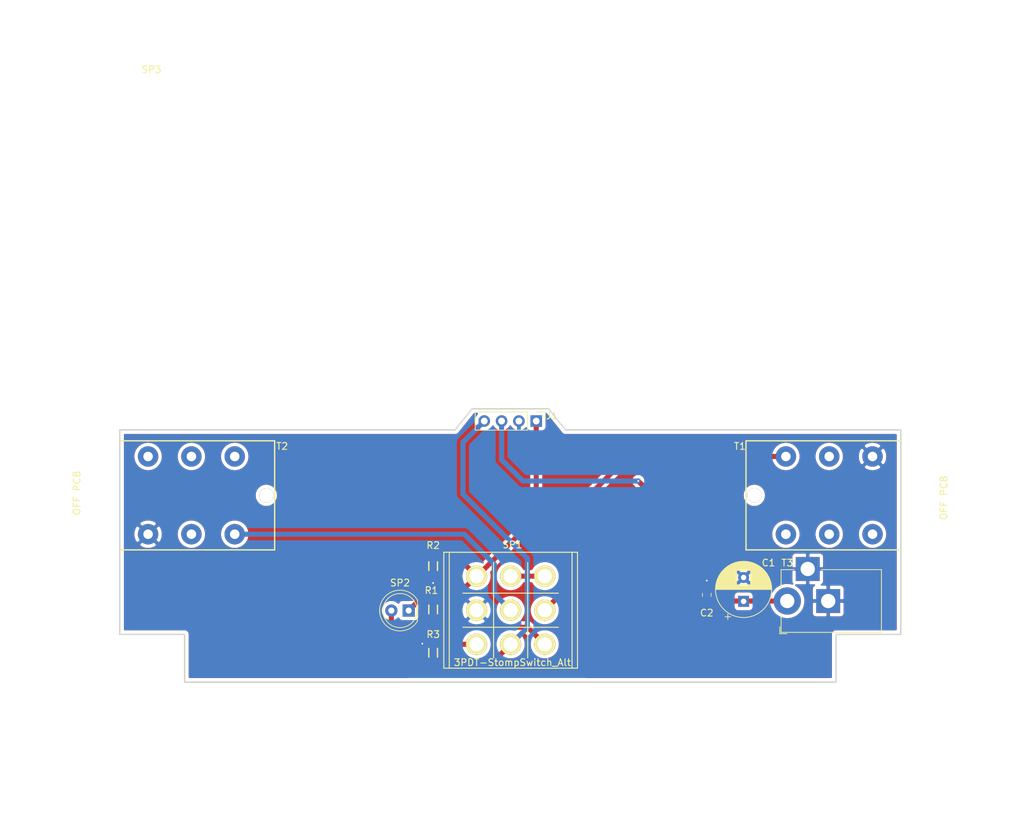
<source format=kicad_pcb>
(kicad_pcb (version 20171130) (host pcbnew "(5.1.2)-1")

  (general
    (thickness 1.6)
    (drawings 25)
    (tracks 56)
    (zones 0)
    (modules 12)
    (nets 18)
  )

  (page A4)
  (layers
    (0 F.Cu signal)
    (31 B.Cu signal)
    (32 B.Adhes user)
    (33 F.Adhes user)
    (34 B.Paste user)
    (35 F.Paste user)
    (36 B.SilkS user)
    (37 F.SilkS user)
    (38 B.Mask user)
    (39 F.Mask user)
    (40 Dwgs.User user)
    (41 Cmts.User user)
    (42 Eco1.User user)
    (43 Eco2.User user)
    (44 Edge.Cuts user)
    (45 Margin user)
    (46 B.CrtYd user)
    (47 F.CrtYd user)
    (48 B.Fab user)
    (49 F.Fab user hide)
  )

  (setup
    (last_trace_width 0.25)
    (trace_clearance 0.1524)
    (zone_clearance 0.508)
    (zone_45_only no)
    (trace_min 0.1524)
    (via_size 0.635)
    (via_drill 0.254)
    (via_min_size 0.635)
    (via_min_drill 0.254)
    (uvia_size 0.3)
    (uvia_drill 0.1)
    (uvias_allowed no)
    (uvia_min_size 0.2)
    (uvia_min_drill 0.1)
    (edge_width 0.05)
    (segment_width 0.2)
    (pcb_text_width 0.3)
    (pcb_text_size 1.5 1.5)
    (mod_edge_width 0.12)
    (mod_text_size 1 1)
    (mod_text_width 0.15)
    (pad_size 1.524 1.524)
    (pad_drill 0.762)
    (pad_to_mask_clearance 0.051)
    (solder_mask_min_width 0.25)
    (aux_axis_origin 0 0)
    (visible_elements 7FFFFFFF)
    (pcbplotparams
      (layerselection 0x010fc_ffffffff)
      (usegerberextensions false)
      (usegerberattributes false)
      (usegerberadvancedattributes false)
      (creategerberjobfile false)
      (excludeedgelayer true)
      (linewidth 0.100000)
      (plotframeref false)
      (viasonmask false)
      (mode 1)
      (useauxorigin false)
      (hpglpennumber 1)
      (hpglpenspeed 20)
      (hpglpendiameter 15.000000)
      (psnegative false)
      (psa4output false)
      (plotreference true)
      (plotvalue true)
      (plotinvisibletext false)
      (padsonsilk false)
      (subtractmaskfromsilk false)
      (outputformat 1)
      (mirror false)
      (drillshape 1)
      (scaleselection 1)
      (outputdirectory ""))
  )

  (net 0 "")
  (net 1 GND)
  (net 2 +9V)
  (net 3 "Net-(R1-Pad2)")
  (net 4 "Net-(R1-Pad1)")
  (net 5 "Net-(T1-Pad5)")
  (net 6 "Net-(T1-Pad3)")
  (net 7 "Net-(T1-Pad2)")
  (net 8 "Net-(T1-Pad1)")
  (net 9 "Net-(T2-Pad5)")
  (net 10 "Net-(T2-Pad3)")
  (net 11 "Net-(T2-Pad2)")
  (net 12 "Net-(T2-Pad1)")
  (net 13 /IN)
  (net 14 /OUT)
  (net 15 /Pedal_IN)
  (net 16 /Pedal_OUT)
  (net 17 /BYPASS)

  (net_class Default "This is the default net class."
    (clearance 0.1524)
    (trace_width 0.25)
    (via_dia 0.635)
    (via_drill 0.254)
    (uvia_dia 0.3)
    (uvia_drill 0.1)
    (add_net +9V)
    (add_net /BYPASS)
    (add_net /IN)
    (add_net /OUT)
    (add_net /Pedal_IN)
    (add_net /Pedal_OUT)
    (add_net GND)
    (add_net "Net-(R1-Pad1)")
    (add_net "Net-(R1-Pad2)")
    (add_net "Net-(T1-Pad1)")
    (add_net "Net-(T1-Pad2)")
    (add_net "Net-(T1-Pad3)")
    (add_net "Net-(T1-Pad5)")
    (add_net "Net-(T2-Pad1)")
    (add_net "Net-(T2-Pad2)")
    (add_net "Net-(T2-Pad3)")
    (add_net "Net-(T2-Pad5)")
  )

  (module AVR-KiCAD-Lib-Special:1590BB locked (layer F.Cu) (tedit 5CD60E47) (tstamp 5CD53D36)
    (at 100 150)
    (path /5CD4DBCF)
    (fp_text reference SP3 (at 2.15 -89.85) (layer F.SilkS)
      (effects (font (size 1 1) (thickness 0.15)))
    )
    (fp_text value Hammond_1590BB (at 8.1 -89.8) (layer F.Fab)
      (effects (font (size 1 1) (thickness 0.15)))
    )
    (fp_line (start -20 -42) (end 130 -42) (layer Dwgs.User) (width 0.12))
    (fp_line (start 54.75 20) (end 54.75 -100) (layer Dwgs.User) (width 0.12))
    (fp_line (start 105.330166 0.581117) (end 104.331117 0.581117) (layer Dwgs.User) (width 0.2))
    (fp_line (start 104.331117 0.581117) (end 104.331117 1.580165) (layer Dwgs.User) (width 0.2))
    (fp_line (start 5.168883 1.580165) (end 5.168883 0.581117) (layer Dwgs.User) (width 0.2))
    (fp_line (start 5.168883 0.581117) (end 4.169835 0.581117) (layer Dwgs.User) (width 0.2))
    (fp_line (start 111.080166 -5.168883) (end 110.081117 -5.168883) (layer Dwgs.User) (width 0.2))
    (fp_line (start 110.081117 -5.168883) (end 110.081117 -4.169835) (layer Dwgs.User) (width 0.2))
    (fp_line (start 110.081117 -79.830166) (end 110.081117 -78.831117) (layer Dwgs.User) (width 0.2))
    (fp_line (start 110.081117 -78.831117) (end 111.080166 -78.831117) (layer Dwgs.User) (width 0.2))
    (fp_line (start -0.581117 -4.169835) (end -0.581117 -5.168883) (layer Dwgs.User) (width 0.2))
    (fp_line (start -0.581117 -5.168883) (end -1.580165 -5.168883) (layer Dwgs.User) (width 0.2))
    (fp_line (start -1.580165 -78.831117) (end -0.581117 -78.831117) (layer Dwgs.User) (width 0.2))
    (fp_line (start -0.581117 -78.831117) (end -0.581117 -79.830166) (layer Dwgs.User) (width 0.2))
    (fp_line (start 104.331117 -85.580166) (end 104.331117 -84.581117) (layer Dwgs.User) (width 0.2))
    (fp_line (start 104.331117 -84.581117) (end 105.330166 -84.581117) (layer Dwgs.User) (width 0.2))
    (fp_line (start 4.169835 -84.581117) (end 5.168883 -84.581117) (layer Dwgs.User) (width 0.2))
    (fp_line (start 5.168883 -84.581117) (end 5.168883 -85.580166) (layer Dwgs.User) (width 0.2))
    (fp_line (start 4.169835 -84) (end 5.168883 -84) (layer Dwgs.User) (width 0.2))
    (fp_line (start 5.168883 -84) (end 5.168883 -84.581117) (layer Dwgs.User) (width 0.2))
    (fp_line (start 4.169835 -84.581117) (end 4.169835 -84) (layer Dwgs.User) (width 0.2))
    (fp_line (start 3 -85.750952) (end 4.169835 -84.581117) (layer Dwgs.User) (width 0.2))
    (fp_line (start 5.168883 -85.580166) (end 3.999049 -86.75) (layer Dwgs.User) (width 0.2))
    (fp_line (start 5.168883 -84.581117) (end 104.331117 -84.581117) (layer Dwgs.User) (width 0.2))
    (fp_line (start 104.331117 -85.580166) (end 5.168883 -85.580166) (layer Dwgs.User) (width 0.2))
    (fp_line (start 0 -79.830166) (end 0 -78.831117) (layer Dwgs.User) (width 0.2))
    (fp_arc (start 0 -84) (end 0 -78.831117) (angle -90) (layer Dwgs.User) (width 0.2))
    (fp_arc (start 0 -84) (end 0 -79.830166) (angle -90) (layer Dwgs.User) (width 0.2))
    (fp_line (start 105.500952 -86.75) (end 104.331117 -85.580166) (layer Dwgs.User) (width 0.2))
    (fp_line (start 105.330166 -84.581117) (end 106.5 -85.750952) (layer Dwgs.User) (width 0.2))
    (fp_line (start 104.331117 -84) (end 105.330166 -84) (layer Dwgs.User) (width 0.2))
    (fp_line (start 105.330166 -84) (end 105.330166 -84.581117) (layer Dwgs.User) (width 0.2))
    (fp_line (start 104.331117 -84.581117) (end 104.331117 -84) (layer Dwgs.User) (width 0.2))
    (fp_line (start -0.581117 -78.831117) (end 0 -78.831117) (layer Dwgs.User) (width 0.2))
    (fp_line (start 0 -79.830166) (end -0.581117 -79.830166) (layer Dwgs.User) (width 0.2))
    (fp_line (start 109.5 -78.831117) (end 109.5 -79.830166) (layer Dwgs.User) (width 0.2))
    (fp_arc (start 109.5 -84) (end 105.330166 -84) (angle -90) (layer Dwgs.User) (width 0.2))
    (fp_arc (start 109.5 -84) (end 104.331117 -84) (angle -90) (layer Dwgs.User) (width 0.2))
    (fp_line (start -2.75 -80.000952) (end -1.580165 -78.831117) (layer Dwgs.User) (width 0.2))
    (fp_line (start -0.581117 -79.830166) (end -1.750951 -81) (layer Dwgs.User) (width 0.2))
    (fp_line (start -0.581117 -5.168883) (end -0.581117 -78.831117) (layer Dwgs.User) (width 0.2))
    (fp_line (start -1.580165 -78.831117) (end -1.580165 -5.168883) (layer Dwgs.User) (width 0.2))
    (fp_line (start 109.5 -78.831117) (end 110.081117 -78.831117) (layer Dwgs.User) (width 0.2))
    (fp_line (start 110.081117 -79.830166) (end 109.5 -79.830166) (layer Dwgs.User) (width 0.2))
    (fp_line (start -1.750951 -3) (end -0.581117 -4.169835) (layer Dwgs.User) (width 0.2))
    (fp_line (start -1.580165 -5.168883) (end -2.75 -3.999048) (layer Dwgs.User) (width 0.2))
    (fp_line (start 0 -4.169835) (end 0 -5.168883) (layer Dwgs.User) (width 0.2))
    (fp_line (start 0 -5.168883) (end -0.581117 -5.168883) (layer Dwgs.User) (width 0.2))
    (fp_line (start -0.581117 -4.169835) (end 0 -4.169835) (layer Dwgs.User) (width 0.2))
    (fp_line (start 111.250952 -81) (end 110.081117 -79.830166) (layer Dwgs.User) (width 0.2))
    (fp_line (start 111.080166 -78.831117) (end 112.25 -80.000952) (layer Dwgs.User) (width 0.2))
    (fp_line (start 110.081117 -78.831117) (end 110.081117 -5.168883) (layer Dwgs.User) (width 0.2))
    (fp_line (start 111.080166 -5.168883) (end 111.080166 -78.831117) (layer Dwgs.User) (width 0.2))
    (fp_line (start 4.169835 0) (end 5.168883 0) (layer Dwgs.User) (width 0.2))
    (fp_arc (start 0 0) (end 5.168883 0) (angle -90) (layer Dwgs.User) (width 0.2))
    (fp_arc (start 0 0) (end 4.169835 0) (angle -90) (layer Dwgs.User) (width 0.2))
    (fp_line (start 112.25 -3.999048) (end 111.080166 -5.168883) (layer Dwgs.User) (width 0.2))
    (fp_line (start 110.081117 -4.169835) (end 111.250952 -3) (layer Dwgs.User) (width 0.2))
    (fp_line (start 109.5 -5.168883) (end 109.5 -4.169835) (layer Dwgs.User) (width 0.2))
    (fp_line (start 109.5 -4.169835) (end 110.081117 -4.169835) (layer Dwgs.User) (width 0.2))
    (fp_line (start 110.081117 -5.168883) (end 109.5 -5.168883) (layer Dwgs.User) (width 0.2))
    (fp_line (start 5.168883 0.581117) (end 5.168883 0) (layer Dwgs.User) (width 0.2))
    (fp_line (start 4.169835 0) (end 4.169835 0.581117) (layer Dwgs.User) (width 0.2))
    (fp_line (start 104.331117 0) (end 105.330166 0) (layer Dwgs.User) (width 0.2))
    (fp_arc (start 109.5 0) (end 109.5 -4.169835) (angle -90) (layer Dwgs.User) (width 0.2))
    (fp_arc (start 109.5 0) (end 109.5 -5.168883) (angle -90) (layer Dwgs.User) (width 0.2))
    (fp_line (start 3.999049 2.75) (end 5.168883 1.580165) (layer Dwgs.User) (width 0.2))
    (fp_line (start 4.169835 0.581117) (end 3 1.750952) (layer Dwgs.User) (width 0.2))
    (fp_line (start 104.331117 0.581117) (end 5.168883 0.581117) (layer Dwgs.User) (width 0.2))
    (fp_line (start 5.168883 1.580165) (end 104.331117 1.580165) (layer Dwgs.User) (width 0.2))
    (fp_line (start 104.331117 0) (end 104.331117 0.581117) (layer Dwgs.User) (width 0.2))
    (fp_line (start 105.330166 0.581117) (end 105.330166 0) (layer Dwgs.User) (width 0.2))
    (fp_line (start 106.5 1.750952) (end 105.330166 0.581117) (layer Dwgs.User) (width 0.2))
    (fp_line (start 104.331117 1.580165) (end 105.500952 2.75) (layer Dwgs.User) (width 0.2))
    (fp_line (start 106.5 0) (end 106.5 1.750952) (layer Dwgs.User) (width 0.2))
    (fp_line (start 106.5 0) (end 105.330166 0) (layer Dwgs.User) (width 0.2))
    (fp_line (start 105.500952 2.75) (end 3.999049 2.75) (layer Dwgs.User) (width 0.2))
    (fp_line (start 3 0) (end 4.169835 0) (layer Dwgs.User) (width 0.2))
    (fp_line (start 3 1.750952) (end 3 0) (layer Dwgs.User) (width 0.2))
    (fp_line (start 0 -3) (end 0 -4.169835) (layer Dwgs.User) (width 0.2))
    (fp_arc (start 0 0) (end 3 0) (angle -90) (layer Dwgs.User) (width 0.2))
    (fp_line (start 0 -3) (end -1.750951 -3) (layer Dwgs.User) (width 0.2))
    (fp_line (start -2.75 -3.999048) (end -2.75 -80.000952) (layer Dwgs.User) (width 0.2))
    (fp_line (start 0 -81) (end 0 -79.830166) (layer Dwgs.User) (width 0.2))
    (fp_line (start -1.750951 -81) (end 0 -81) (layer Dwgs.User) (width 0.2))
    (fp_line (start 3 -84) (end 4.169835 -84) (layer Dwgs.User) (width 0.2))
    (fp_arc (start 0 -84) (end 0 -81) (angle -90) (layer Dwgs.User) (width 0.2))
    (fp_line (start 3 -84) (end 3 -85.750952) (layer Dwgs.User) (width 0.2))
    (fp_arc (start 109.5 0) (end 109.5 -3) (angle -90) (layer Dwgs.User) (width 0.2))
    (fp_line (start 109.5 -3) (end 109.5 -4.169835) (layer Dwgs.User) (width 0.2))
    (fp_line (start 111.250952 -3) (end 109.5 -3) (layer Dwgs.User) (width 0.2))
    (fp_line (start 112.25 -80.000952) (end 112.25 -3.999048) (layer Dwgs.User) (width 0.2))
    (fp_line (start 109.5 -81) (end 111.250952 -81) (layer Dwgs.User) (width 0.2))
    (fp_line (start 109.5 -81) (end 109.5 -79.830166) (layer Dwgs.User) (width 0.2))
    (fp_arc (start 109.5 -84) (end 106.5 -84) (angle -90) (layer Dwgs.User) (width 0.2))
    (fp_line (start 106.5 -84) (end 105.330166 -84) (layer Dwgs.User) (width 0.2))
    (fp_line (start 106.5 -85.750952) (end 106.5 -84) (layer Dwgs.User) (width 0.2))
    (fp_line (start 3.999049 -86.75) (end 105.500952 -86.75) (layer Dwgs.User) (width 0.2))
    (fp_circle (center 0 -84) (end 1.321 -84) (layer Dwgs.User) (width 0.2))
    (fp_circle (center 0 -84) (end 1.75 -84) (layer Dwgs.User) (width 0.2))
    (fp_circle (center 109.5 0) (end 110.821 0) (layer Dwgs.User) (width 0.2))
    (fp_circle (center 109.5 0) (end 111.25 0) (layer Dwgs.User) (width 0.2))
    (fp_circle (center 0 0) (end 1.321 0) (layer Dwgs.User) (width 0.2))
    (fp_circle (center 0 0) (end 1.75 0) (layer Dwgs.User) (width 0.2))
    (fp_circle (center 109.5 -84) (end 110.821 -84) (layer Dwgs.User) (width 0.2))
    (fp_circle (center 109.5 -84) (end 111.25 -84) (layer Dwgs.User) (width 0.2))
    (fp_curve (pts (xy 96.185709 -34.536037) (xy 96.170337 -34.587277) (xy 96.161286 -34.651595) (xy 96.155698 -34.713437)) (layer Dwgs.User) (width 0.2))
    (fp_curve (pts (xy 96.155698 -34.713437) (xy 96.147982 -34.79882) (xy 96.145694 -34.893419) (xy 96.145694 -34.978872)) (layer Dwgs.User) (width 0.2))
    (fp_line (start 96.145694 -34.978872) (end 96.145694 -35.733826) (layer Dwgs.User) (width 0.2))
    (fp_line (start 96.145694 -35.733826) (end 97.202096 -35.733826) (layer Dwgs.User) (width 0.2))
    (fp_line (start 97.202096 -35.733826) (end 97.202096 -35.034893) (layer Dwgs.User) (width 0.2))
    (fp_curve (pts (xy 97.202096 -35.034893) (xy 97.202096 -34.923295) (xy 97.198838 -34.794414) (xy 97.186599 -34.682858)) (layer Dwgs.User) (width 0.2))
    (fp_curve (pts (xy 97.186599 -34.682858) (xy 97.174076 -34.56872) (xy 97.156108 -34.506058) (xy 97.136247 -34.459593)) (layer Dwgs.User) (width 0.2))
    (fp_curve (pts (xy 97.136247 -34.459593) (xy 97.11458 -34.4089) (xy 97.084757 -34.363609) (xy 97.045754 -34.324647)) (layer Dwgs.User) (width 0.2))
    (fp_curve (pts (xy 97.045754 -34.324647) (xy 96.999263 -34.278206) (xy 96.944757 -34.245704) (xy 96.890939 -34.223456)) (layer Dwgs.User) (width 0.2))
    (fp_curve (pts (xy 96.890939 -34.223456) (xy 96.819282 -34.193834) (xy 96.743422 -34.181235) (xy 96.665892 -34.181235)) (layer Dwgs.User) (width 0.2))
    (fp_curve (pts (xy 96.665892 -34.181235) (xy 96.619238 -34.181235) (xy 96.572396 -34.18554) (xy 96.526907 -34.195932)) (layer Dwgs.User) (width 0.2))
    (fp_curve (pts (xy 96.526907 -34.195932) (xy 96.485539 -34.205383) (xy 96.445817 -34.219745) (xy 96.408542 -34.240025)) (layer Dwgs.User) (width 0.2))
    (fp_curve (pts (xy 96.408542 -34.240025) (xy 96.370249 -34.26086) (xy 96.324517 -34.293053) (xy 96.281737 -34.346342)) (layer Dwgs.User) (width 0.2))
    (fp_curve (pts (xy 96.281737 -34.346342) (xy 96.23697 -34.402108) (xy 96.206438 -34.46763) (xy 96.185709 -34.536037)) (layer Dwgs.User) (width 0.2))
    (fp_curve (pts (xy 94.545084 -34.546707) (xy 94.538448 -34.584311) (xy 94.534989 -34.633198) (xy 94.53308 -34.670755)) (layer Dwgs.User) (width 0.2))
    (fp_curve (pts (xy 94.53308 -34.670755) (xy 94.529968 -34.731942) (xy 94.529078 -34.800468) (xy 94.529078 -34.861494)) (layer Dwgs.User) (width 0.2))
    (fp_line (start 94.529078 -34.861494) (end 94.529078 -35.733826) (layer Dwgs.User) (width 0.2))
    (fp_line (start 94.529078 -35.733826) (end 95.732203 -35.733826) (layer Dwgs.User) (width 0.2))
    (fp_line (start 95.732203 -35.733826) (end 95.732203 -34.925518) (layer Dwgs.User) (width 0.2))
    (fp_curve (pts (xy 95.732203 -34.925518) (xy 95.732203 -34.817183) (xy 95.727557 -34.699155) (xy 95.712514 -34.591588)) (layer Dwgs.User) (width 0.2))
    (fp_curve (pts (xy 95.712514 -34.591588) (xy 95.69645 -34.476718) (xy 95.67326 -34.407288) (xy 95.652778 -34.360326)) (layer Dwgs.User) (width 0.2))
    (fp_curve (pts (xy 95.652778 -34.360326) (xy 95.624822 -34.296229) (xy 95.586611 -34.239016) (xy 95.536808 -34.189926)) (layer Dwgs.User) (width 0.2))
    (fp_curve (pts (xy 95.536808 -34.189926) (xy 95.491792 -34.145554) (xy 95.434683 -34.104568) (xy 95.364026 -34.075363)) (layer Dwgs.User) (width 0.2))
    (fp_curve (pts (xy 95.364026 -34.075363) (xy 95.290141 -34.044824) (xy 95.211914 -34.031845) (xy 95.131974 -34.031845)) (layer Dwgs.User) (width 0.2))
    (fp_curve (pts (xy 95.131974 -34.031845) (xy 95.061996 -34.031845) (xy 94.992462 -34.040863) (xy 94.925929 -34.062587)) (layer Dwgs.User) (width 0.2))
    (fp_curve (pts (xy 94.925929 -34.062587) (xy 94.848827 -34.087763) (xy 94.793865 -34.123852) (xy 94.757703 -34.151445)) (layer Dwgs.User) (width 0.2))
    (fp_curve (pts (xy 94.757703 -34.151445) (xy 94.689435 -34.203535) (xy 94.653395 -34.256789) (xy 94.632466 -34.293118)) (layer Dwgs.User) (width 0.2))
    (fp_curve (pts (xy 94.632466 -34.293118) (xy 94.587946 -34.370397) (xy 94.561148 -34.459084) (xy 94.545084 -34.546707)) (layer Dwgs.User) (width 0.2))
    (fp_line (start 94.115587 -36.198003) (end 94.115587 -34.864162) (layer Dwgs.User) (width 0.2))
    (fp_curve (pts (xy 94.115587 -34.864162) (xy 94.115587 -34.715019) (xy 94.124253 -34.556789) (xy 94.150261 -34.409695)) (layer Dwgs.User) (width 0.2))
    (fp_curve (pts (xy 94.150261 -34.409695) (xy 94.178325 -34.250973) (xy 94.219229 -34.144812) (xy 94.253512 -34.072037)) (layer Dwgs.User) (width 0.2))
    (fp_curve (pts (xy 94.253512 -34.072037) (xy 94.313003 -33.945754) (xy 94.379492 -33.871151) (xy 94.42635 -33.8264)) (layer Dwgs.User) (width 0.2))
    (fp_curve (pts (xy 94.42635 -33.8264) (xy 94.543855 -33.71418) (xy 94.68017 -33.653256) (xy 94.730869 -33.63209)) (layer Dwgs.User) (width 0.2))
    (fp_curve (pts (xy 94.730869 -33.63209) (xy 94.858123 -33.578963) (xy 94.991409 -33.554329) (xy 95.129307 -33.554329)) (layer Dwgs.User) (width 0.2))
    (fp_curve (pts (xy 95.129307 -33.554329) (xy 95.206421 -33.554329) (xy 95.283061 -33.56242) (xy 95.357964 -33.580772)) (layer Dwgs.User) (width 0.2))
    (fp_curve (pts (xy 95.357964 -33.580772) (xy 95.429164 -33.598216) (xy 95.496937 -33.624477) (xy 95.561005 -33.660099)) (layer Dwgs.User) (width 0.2))
    (fp_curve (pts (xy 95.561005 -33.660099) (xy 95.622279 -33.694167) (xy 95.715722 -33.755095) (xy 95.803595 -33.866107)) (layer Dwgs.User) (width 0.2))
    (fp_curve (pts (xy 95.803595 -33.866107) (xy 95.885344 -33.969381) (xy 95.940762 -34.089511) (xy 95.97763 -34.215915)) (layer Dwgs.User) (width 0.2))
    (fp_curve (pts (xy 95.97763 -34.215915) (xy 96.026501 -34.11711) (xy 96.088422 -34.024958) (xy 96.167495 -33.948112)) (layer Dwgs.User) (width 0.2))
    (fp_curve (pts (xy 96.167495 -33.948112) (xy 96.250593 -33.867356) (xy 96.339255 -33.817714) (xy 96.415669 -33.785755)) (layer Dwgs.User) (width 0.2))
    (fp_curve (pts (xy 96.415669 -33.785755) (xy 96.512769 -33.745144) (xy 96.613995 -33.725061) (xy 96.719246 -33.725061)) (layer Dwgs.User) (width 0.2))
    (fp_curve (pts (xy 96.719246 -33.725061) (xy 96.788054 -33.725061) (xy 96.855842 -33.733339) (xy 96.922566 -33.750145)) (layer Dwgs.User) (width 0.2))
    (fp_curve (pts (xy 96.922566 -33.750145) (xy 96.990567 -33.767273) (xy 97.055532 -33.792772) (xy 97.117605 -33.825397)) (layer Dwgs.User) (width 0.2))
    (fp_curve (pts (xy 97.117605 -33.825397) (xy 97.20109 -33.869277) (xy 97.290541 -33.931002) (xy 97.368995 -34.020604)) (layer Dwgs.User) (width 0.2))
    (fp_curve (pts (xy 97.368995 -34.020604) (xy 97.433145 -34.093871) (xy 97.494606 -34.18856) (xy 97.539673 -34.322451)) (layer Dwgs.User) (width 0.2))
    (fp_curve (pts (xy 97.539673 -34.322451) (xy 97.596092 -34.490071) (xy 97.615587 -34.687521) (xy 97.615587 -34.885503)) (layer Dwgs.User) (width 0.2))
    (fp_line (start 97.615587 -34.885503) (end 97.615587 -36.198003) (layer Dwgs.User) (width 0.2))
    (fp_line (start 97.615587 -36.198003) (end 94.115587 -36.198003) (layer Dwgs.User) (width 0.2))
    (fp_line (start 99.623546 -54.50231) (end 99.623546 -54.038133) (layer Dwgs.User) (width 0.2))
    (fp_line (start 99.623546 -54.038133) (end 101.272174 -54.038133) (layer Dwgs.User) (width 0.2))
    (fp_line (start 101.272174 -54.038133) (end 101.272174 -52.224109) (layer Dwgs.User) (width 0.2))
    (fp_line (start 101.272174 -52.224109) (end 99.623546 -52.224109) (layer Dwgs.User) (width 0.2))
    (fp_line (start 99.623546 -52.224109) (end 99.623546 -51.759932) (layer Dwgs.User) (width 0.2))
    (fp_line (start 99.623546 -51.759932) (end 103.123546 -51.759932) (layer Dwgs.User) (width 0.2))
    (fp_line (start 103.123546 -51.759932) (end 103.123546 -52.224109) (layer Dwgs.User) (width 0.2))
    (fp_line (start 103.123546 -52.224109) (end 101.685665 -52.224109) (layer Dwgs.User) (width 0.2))
    (fp_line (start 101.685665 -52.224109) (end 101.685665 -54.038133) (layer Dwgs.User) (width 0.2))
    (fp_line (start 101.685665 -54.038133) (end 103.123546 -54.038133) (layer Dwgs.User) (width 0.2))
    (fp_line (start 103.123546 -54.038133) (end 103.123546 -54.50231) (layer Dwgs.User) (width 0.2))
    (fp_line (start 103.123546 -54.50231) (end 99.623546 -54.50231) (layer Dwgs.User) (width 0.2))
    (fp_line (start 99.623546 -51.37045) (end 99.623546 -50.879597) (layer Dwgs.User) (width 0.2))
    (fp_line (start 99.623546 -50.879597) (end 100.682616 -50.49545) (layer Dwgs.User) (width 0.2))
    (fp_line (start 100.682616 -50.49545) (end 100.682616 -49.028225) (layer Dwgs.User) (width 0.2))
    (fp_line (start 100.682616 -49.028225) (end 99.623546 -48.622737) (layer Dwgs.User) (width 0.2))
    (fp_line (start 99.623546 -48.622737) (end 99.623546 -48.094536) (layer Dwgs.User) (width 0.2))
    (fp_line (start 99.623546 -48.094536) (end 103.123546 -49.524414) (layer Dwgs.User) (width 0.2))
    (fp_line (start 103.123546 -49.524414) (end 103.123546 -50.025938) (layer Dwgs.User) (width 0.2))
    (fp_line (start 103.123546 -50.025938) (end 99.623546 -51.37045) (layer Dwgs.User) (width 0.2))
    (fp_line (start 102.029796 -49.54042) (end 101.058759 -49.17228) (layer Dwgs.User) (width 0.2))
    (fp_line (start 101.058759 -49.17228) (end 101.058759 -50.362066) (layer Dwgs.User) (width 0.2))
    (fp_line (start 101.058759 -50.362066) (end 102.085817 -49.975252) (layer Dwgs.User) (width 0.2))
    (fp_curve (pts (xy 102.085817 -49.975252) (xy 102.195943 -49.935607) (xy 102.307319 -49.899736) (xy 102.419944 -49.867878)) (layer Dwgs.User) (width 0.2))
    (fp_curve (pts (xy 102.419944 -49.867878) (xy 102.530779 -49.836526) (xy 102.642599 -49.809124) (xy 102.755405 -49.785847)) (layer Dwgs.User) (width 0.2))
    (fp_curve (pts (xy 102.755405 -49.785847) (xy 102.649159 -49.755777) (xy 102.537043 -49.719796) (xy 102.432616 -49.684475)) (layer Dwgs.User) (width 0.2))
    (fp_curve (pts (xy 102.432616 -49.684475) (xy 102.299341 -49.639396) (xy 102.161487 -49.589606) (xy 102.029796 -49.54042)) (layer Dwgs.User) (width 0.2))
    (fp_line (start 99.623546 -47.739734) (end 99.623546 -47.294231) (layer Dwgs.User) (width 0.2))
    (fp_line (start 99.623546 -47.294231) (end 102.603348 -47.294231) (layer Dwgs.User) (width 0.2))
    (fp_line (start 102.603348 -47.294231) (end 99.623546 -46.280511) (layer Dwgs.User) (width 0.2))
    (fp_line (start 99.623546 -46.280511) (end 99.623546 -45.864353) (layer Dwgs.User) (width 0.2))
    (fp_line (start 99.623546 -45.864353) (end 102.552662 -44.84263) (layer Dwgs.User) (width 0.2))
    (fp_line (start 102.552662 -44.84263) (end 99.623546 -44.84263) (layer Dwgs.User) (width 0.2))
    (fp_line (start 99.623546 -44.84263) (end 99.623546 -44.397127) (layer Dwgs.User) (width 0.2))
    (fp_line (start 99.623546 -44.397127) (end 103.123546 -44.397127) (layer Dwgs.User) (width 0.2))
    (fp_line (start 103.123546 -44.397127) (end 103.123546 -45.018697) (layer Dwgs.User) (width 0.2))
    (fp_line (start 103.123546 -45.018697) (end 100.687951 -45.859018) (layer Dwgs.User) (width 0.2))
    (fp_curve (pts (xy 100.687951 -45.859018) (xy 100.582487 -45.895437) (xy 100.468559 -45.934371) (xy 100.362494 -45.969726)) (layer Dwgs.User) (width 0.2))
    (fp_curve (pts (xy 100.362494 -45.969726) (xy 100.288537 -45.994379) (xy 100.202635 -46.022548) (xy 100.127738 -46.045755)) (layer Dwgs.User) (width 0.2))
    (fp_curve (pts (xy 100.127738 -46.045755) (xy 100.195767 -46.067014) (xy 100.275159 -46.092584) (xy 100.342486 -46.114448)) (layer Dwgs.User) (width 0.2))
    (fp_curve (pts (xy 100.342486 -46.114448) (xy 100.440878 -46.1464) (xy 100.547275 -46.181406) (xy 100.645268 -46.213819)) (layer Dwgs.User) (width 0.2))
    (fp_line (start 100.645268 -46.213819) (end 103.123546 -47.043469) (layer Dwgs.User) (width 0.2))
    (fp_line (start 103.123546 -47.043469) (end 103.123546 -47.739734) (layer Dwgs.User) (width 0.2))
    (fp_line (start 103.123546 -47.739734) (end 99.623546 -47.739734) (layer Dwgs.User) (width 0.2))
    (fp_line (start 99.623546 -43.666182) (end 99.623546 -43.220679) (layer Dwgs.User) (width 0.2))
    (fp_line (start 99.623546 -43.220679) (end 102.603348 -43.220679) (layer Dwgs.User) (width 0.2))
    (fp_line (start 102.603348 -43.220679) (end 99.623546 -42.20696) (layer Dwgs.User) (width 0.2))
    (fp_line (start 99.623546 -42.20696) (end 99.623546 -41.790801) (layer Dwgs.User) (width 0.2))
    (fp_line (start 99.623546 -41.790801) (end 102.552662 -40.769079) (layer Dwgs.User) (width 0.2))
    (fp_line (start 102.552662 -40.769079) (end 99.623546 -40.769079) (layer Dwgs.User) (width 0.2))
    (fp_line (start 99.623546 -40.769079) (end 99.623546 -40.323576) (layer Dwgs.User) (width 0.2))
    (fp_line (start 99.623546 -40.323576) (end 103.123546 -40.323576) (layer Dwgs.User) (width 0.2))
    (fp_line (start 103.123546 -40.323576) (end 103.123546 -40.945146) (layer Dwgs.User) (width 0.2))
    (fp_line (start 103.123546 -40.945146) (end 100.687951 -41.785466) (layer Dwgs.User) (width 0.2))
    (fp_curve (pts (xy 100.687951 -41.785466) (xy 100.582487 -41.821885) (xy 100.468559 -41.860819) (xy 100.362494 -41.896175)) (layer Dwgs.User) (width 0.2))
    (fp_curve (pts (xy 100.362494 -41.896175) (xy 100.288537 -41.920827) (xy 100.202635 -41.948996) (xy 100.127738 -41.972204)) (layer Dwgs.User) (width 0.2))
    (fp_curve (pts (xy 100.127738 -41.972204) (xy 100.195767 -41.993463) (xy 100.275159 -42.019032) (xy 100.342486 -42.040896)) (layer Dwgs.User) (width 0.2))
    (fp_curve (pts (xy 100.342486 -42.040896) (xy 100.440878 -42.072848) (xy 100.547275 -42.107854) (xy 100.645268 -42.140268)) (layer Dwgs.User) (width 0.2))
    (fp_line (start 100.645268 -42.140268) (end 103.123546 -42.969917) (layer Dwgs.User) (width 0.2))
    (fp_line (start 103.123546 -42.969917) (end 103.123546 -43.666182) (layer Dwgs.User) (width 0.2))
    (fp_line (start 103.123546 -43.666182) (end 99.623546 -43.666182) (layer Dwgs.User) (width 0.2))
    (fp_curve (pts (xy 101.373546 -36.847585) (xy 101.132588 -36.847585) (xy 100.883879 -36.879591) (xy 100.66164 -36.973529)) (layer Dwgs.User) (width 0.2))
    (fp_curve (pts (xy 100.66164 -36.973529) (xy 100.500071 -37.041823) (xy 100.378673 -37.131681) (xy 100.280714 -37.232049)) (layer Dwgs.User) (width 0.2))
    (fp_curve (pts (xy 100.280714 -37.232049) (xy 100.181656 -37.333543) (xy 100.103427 -37.449064) (xy 100.049304 -37.580153)) (layer Dwgs.User) (width 0.2))
    (fp_curve (pts (xy 100.049304 -37.580153) (xy 99.988164 -37.728241) (xy 99.962342 -37.885182) (xy 99.962342 -38.045374)) (layer Dwgs.User) (width 0.2))
    (fp_curve (pts (xy 99.962342 -38.045374) (xy 99.962342 -38.128074) (xy 99.969388 -38.210487) (xy 99.985063 -38.291691)) (layer Dwgs.User) (width 0.2))
    (fp_curve (pts (xy 99.985063 -38.291691) (xy 99.999964 -38.368889) (xy 100.022444 -38.443853) (xy 100.053226 -38.516201)) (layer Dwgs.User) (width 0.2))
    (fp_curve (pts (xy 100.053226 -38.516201) (xy 100.11213 -38.654645) (xy 100.197952 -38.775316) (xy 100.305597 -38.880425)) (layer Dwgs.User) (width 0.2))
    (fp_curve (pts (xy 100.305597 -38.880425) (xy 100.382878 -38.955885) (xy 100.506605 -39.057898) (xy 100.698886 -39.133855)) (layer Dwgs.User) (width 0.2))
    (fp_curve (pts (xy 100.698886 -39.133855) (xy 100.896219 -39.211807) (xy 101.110835 -39.240496) (xy 101.32286 -39.240496)) (layer Dwgs.User) (width 0.2))
    (fp_curve (pts (xy 101.32286 -39.240496) (xy 101.479571 -39.240496) (xy 101.64096 -39.230015) (xy 101.795209 -39.201779)) (layer Dwgs.User) (width 0.2))
    (fp_curve (pts (xy 101.795209 -39.201779) (xy 101.92329 -39.178333) (xy 102.051313 -39.141765) (xy 102.168873 -39.085628)) (layer Dwgs.User) (width 0.2))
    (fp_curve (pts (xy 102.168873 -39.085628) (xy 102.272297 -39.036242) (xy 102.366604 -38.97221) (xy 102.446143 -38.889677)) (layer Dwgs.User) (width 0.2))
    (fp_curve (pts (xy 102.446143 -38.889677) (xy 102.550921 -38.780955) (xy 102.63874 -38.651743) (xy 102.696751 -38.512339)) (layer Dwgs.User) (width 0.2))
    (fp_curve (pts (xy 102.696751 -38.512339) (xy 102.759447 -38.36168) (xy 102.787418 -38.203217) (xy 102.787418 -38.040039)) (layer Dwgs.User) (width 0.2))
    (fp_curve (pts (xy 102.787418 -38.040039) (xy 102.787418 -37.954287) (xy 102.779405 -37.869099) (xy 102.761947 -37.785141)) (layer Dwgs.User) (width 0.2))
    (fp_curve (pts (xy 102.761947 -37.785141) (xy 102.745072 -37.703989) (xy 102.719706 -37.625591) (xy 102.685534 -37.550075)) (layer Dwgs.User) (width 0.2))
    (fp_curve (pts (xy 102.685534 -37.550075) (xy 102.640451 -37.450446) (xy 102.567181 -37.326153) (xy 102.448475 -37.211677)) (layer Dwgs.User) (width 0.2))
    (fp_curve (pts (xy 102.448475 -37.211677) (xy 102.366377 -37.132504) (xy 102.243658 -37.038864) (xy 102.055056 -36.964557)) (layer Dwgs.User) (width 0.2))
    (fp_curve (pts (xy 102.055056 -36.964557) (xy 101.839138 -36.879487) (xy 101.605484 -36.847585) (xy 101.373546 -36.847585)) (layer Dwgs.User) (width 0.2))
    (fp_curve (pts (xy 101.328195 -39.718012) (xy 101.18723 -39.718012) (xy 101.047623 -39.704012) (xy 100.909725 -39.674763)) (layer Dwgs.User) (width 0.2))
    (fp_curve (pts (xy 100.909725 -39.674763) (xy 100.772735 -39.645707) (xy 100.640408 -39.602233) (xy 100.512591 -39.545019)) (layer Dwgs.User) (width 0.2))
    (fp_curve (pts (xy 100.512591 -39.545019) (xy 100.370061 -39.481218) (xy 100.192128 -39.382013) (xy 100.023889 -39.211208)) (layer Dwgs.User) (width 0.2))
    (fp_curve (pts (xy 100.023889 -39.211208) (xy 99.882506 -39.067669) (xy 99.768562 -38.89458) (xy 99.691195 -38.708124)) (layer Dwgs.User) (width 0.2))
    (fp_curve (pts (xy 99.691195 -38.708124) (xy 99.603196 -38.496046) (xy 99.564857 -38.272301) (xy 99.564857 -38.042707)) (layer Dwgs.User) (width 0.2))
    (fp_curve (pts (xy 99.564857 -38.042707) (xy 99.564857 -37.918307) (xy 99.577051 -37.795044) (xy 99.602719 -37.67332)) (layer Dwgs.User) (width 0.2))
    (fp_curve (pts (xy 99.602719 -37.67332) (xy 99.628092 -37.552993) (xy 99.666087 -37.436754) (xy 99.716305 -37.324501)) (layer Dwgs.User) (width 0.2))
    (fp_curve (pts (xy 99.716305 -37.324501) (xy 99.823594 -37.084676) (xy 99.952455 -36.939463) (xy 100.027844 -36.86432)) (layer Dwgs.User) (width 0.2))
    (fp_curve (pts (xy 100.027844 -36.86432) (xy 100.194041 -36.698665) (xy 100.383656 -36.592048) (xy 100.553747 -36.521893)) (layer Dwgs.User) (width 0.2))
    (fp_curve (pts (xy 100.553747 -36.521893) (xy 100.812946 -36.414985) (xy 101.087867 -36.370069) (xy 101.36821 -36.370069)) (layer Dwgs.User) (width 0.2))
    (fp_curve (pts (xy 101.36821 -36.370069) (xy 101.519977 -36.370069) (xy 101.6715 -36.382834) (xy 101.820488 -36.41178)) (layer Dwgs.User) (width 0.2))
    (fp_curve (pts (xy 101.820488 -36.41178) (xy 101.960398 -36.438962) (xy 102.096266 -36.480062) (xy 102.226965 -36.536912)) (layer Dwgs.User) (width 0.2))
    (fp_curve (pts (xy 102.226965 -36.536912) (xy 102.465958 -36.640865) (xy 102.617712 -36.766094) (xy 102.714821 -36.862205)) (layer Dwgs.User) (width 0.2))
    (fp_curve (pts (xy 102.714821 -36.862205) (xy 102.906232 -37.051651) (xy 103.006569 -37.253512) (xy 103.057033 -37.374857)) (layer Dwgs.User) (width 0.2))
    (fp_curve (pts (xy 103.057033 -37.374857) (xy 103.145613 -37.587851) (xy 103.184902 -37.812038) (xy 103.184902 -38.042707)) (layer Dwgs.User) (width 0.2))
    (fp_curve (pts (xy 103.184902 -38.042707) (xy 103.184902 -38.165186) (xy 103.174761 -38.287484) (xy 103.151795 -38.407797)) (layer Dwgs.User) (width 0.2))
    (fp_curve (pts (xy 103.151795 -38.407797) (xy 103.130225 -38.520791) (xy 103.097608 -38.630649) (xy 103.052472 -38.73646)) (layer Dwgs.User) (width 0.2))
    (fp_curve (pts (xy 103.052472 -38.73646) (xy 102.971447 -38.926401) (xy 102.854787 -39.092264) (xy 102.706798 -39.236283)) (layer Dwgs.User) (width 0.2))
    (fp_curve (pts (xy 102.706798 -39.236283) (xy 102.608741 -39.33171) (xy 102.442745 -39.470323) (xy 102.179435 -39.573783)) (layer Dwgs.User) (width 0.2))
    (fp_curve (pts (xy 102.179435 -39.573783) (xy 101.910367 -39.679506) (xy 101.617068 -39.718012) (xy 101.328195 -39.718012)) (layer Dwgs.User) (width 0.2))
    (fp_line (start 99.623546 -35.777844) (end 99.623546 -35.335009) (layer Dwgs.User) (width 0.2))
    (fp_line (start 99.623546 -35.335009) (end 102.371259 -35.335009) (layer Dwgs.User) (width 0.2))
    (fp_line (start 102.371259 -35.335009) (end 99.623546 -33.494307) (layer Dwgs.User) (width 0.2))
    (fp_line (start 99.623546 -33.494307) (end 99.623546 -33.01946) (layer Dwgs.User) (width 0.2))
    (fp_line (start 99.623546 -33.01946) (end 103.123546 -33.01946) (layer Dwgs.User) (width 0.2))
    (fp_line (start 103.123546 -33.01946) (end 103.123546 -33.462295) (layer Dwgs.User) (width 0.2))
    (fp_line (start 103.123546 -33.462295) (end 100.375832 -33.462295) (layer Dwgs.User) (width 0.2))
    (fp_line (start 100.375832 -33.462295) (end 103.123546 -35.302996) (layer Dwgs.User) (width 0.2))
    (fp_line (start 103.123546 -35.302996) (end 103.123546 -35.777844) (layer Dwgs.User) (width 0.2))
    (fp_line (start 103.123546 -35.777844) (end 99.623546 -35.777844) (layer Dwgs.User) (width 0.2))
    (fp_line (start 99.623546 -32.243164) (end 99.623546 -30.978682) (layer Dwgs.User) (width 0.2))
    (fp_curve (pts (xy 99.623546 -30.978682) (xy 99.623546 -30.753973) (xy 99.645898 -30.45996) (xy 99.754617 -30.197841)) (layer Dwgs.User) (width 0.2))
    (fp_curve (pts (xy 99.754617 -30.197841) (xy 99.814219 -30.054141) (xy 99.893382 -29.935574) (xy 100.004368 -29.825928)) (layer Dwgs.User) (width 0.2))
    (fp_curve (pts (xy 100.004368 -29.825928) (xy 100.113312 -29.7183) (xy 100.254845 -29.606918) (xy 100.492855 -29.510207)) (layer Dwgs.User) (width 0.2))
    (fp_curve (pts (xy 100.492855 -29.510207) (xy 100.84065 -29.368887) (xy 101.176539 -29.348728) (xy 101.39222 -29.348728)) (layer Dwgs.User) (width 0.2))
    (fp_curve (pts (xy 101.39222 -29.348728) (xy 101.576827 -29.348728) (xy 101.76272 -29.364658) (xy 101.943227 -29.403524)) (layer Dwgs.User) (width 0.2))
    (fp_curve (pts (xy 101.943227 -29.403524) (xy 102.115867 -29.440696) (xy 102.270226 -29.495047) (xy 102.408332 -29.568097)) (layer Dwgs.User) (width 0.2))
    (fp_curve (pts (xy 102.408332 -29.568097) (xy 102.56774 -29.652415) (xy 102.706389 -29.76262) (xy 102.822098 -29.900939)) (layer Dwgs.User) (width 0.2))
    (fp_curve (pts (xy 102.822098 -29.900939) (xy 102.883322 -29.972067) (xy 102.934222 -30.050071) (xy 102.975489 -30.134361)) (layer Dwgs.User) (width 0.2))
    (fp_curve (pts (xy 102.975489 -30.134361) (xy 103.018966 -30.223164) (xy 103.05069 -30.316782) (xy 103.07286 -30.413134)) (layer Dwgs.User) (width 0.2))
    (fp_curve (pts (xy 103.07286 -30.413134) (xy 103.092506 -30.49689) (xy 103.103937 -30.5918) (xy 103.110874 -30.677234)) (layer Dwgs.User) (width 0.2))
    (fp_curve (pts (xy 103.110874 -30.677234) (xy 103.120397 -30.794513) (xy 103.123546 -30.919901) (xy 103.123546 -31.037371)) (layer Dwgs.User) (width 0.2))
    (fp_line (start 103.123546 -31.037371) (end 103.123546 -32.243164) (layer Dwgs.User) (width 0.2))
    (fp_line (start 103.123546 -32.243164) (end 99.623546 -32.243164) (layer Dwgs.User) (width 0.2))
    (fp_curve (pts (xy 100.282463 -30.17571) (xy 100.2415 -30.215742) (xy 100.207203 -30.261578) (xy 100.178424 -30.311095)) (layer Dwgs.User) (width 0.2))
    (fp_curve (pts (xy 100.178424 -30.311095) (xy 100.146121 -30.366674) (xy 100.120888 -30.426694) (xy 100.101061 -30.487829)) (layer Dwgs.User) (width 0.2))
    (fp_curve (pts (xy 100.101061 -30.487829) (xy 100.079315 -30.554878) (xy 100.037037 -30.706595) (xy 100.037037 -31.032036)) (layer Dwgs.User) (width 0.2))
    (fp_line (start 100.037037 -31.032036) (end 100.037037 -31.778987) (layer Dwgs.User) (width 0.2))
    (fp_line (start 100.037037 -31.778987) (end 102.710055 -31.778987) (layer Dwgs.User) (width 0.2))
    (fp_line (start 102.710055 -31.778987) (end 102.710055 -31.042707) (layer Dwgs.User) (width 0.2))
    (fp_curve (pts (xy 102.710055 -31.042707) (xy 102.710055 -30.927837) (xy 102.705831 -30.802256) (xy 102.692048 -30.687905)) (layer Dwgs.User) (width 0.2))
    (fp_curve (pts (xy 102.692048 -30.687905) (xy 102.681733 -30.602331) (xy 102.665241 -30.5157) (xy 102.638027 -30.445146)) (layer Dwgs.User) (width 0.2))
    (fp_curve (pts (xy 102.638027 -30.445146) (xy 102.615153 -30.385178) (xy 102.584702 -30.329222) (xy 102.547347 -30.277029)) (layer Dwgs.User) (width 0.2))
    (fp_curve (pts (xy 102.547347 -30.277029) (xy 102.507854 -30.221849) (xy 102.461582 -30.172187) (xy 102.410611 -30.127398)) (layer Dwgs.User) (width 0.2))
    (fp_curve (pts (xy 102.410611 -30.127398) (xy 102.333389 -30.059541) (xy 102.229323 -29.98) (xy 102.061064 -29.920148)) (layer Dwgs.User) (width 0.2))
    (fp_curve (pts (xy 102.061064 -29.920148) (xy 101.864944 -29.850386) (xy 101.633139 -29.826243) (xy 101.400223 -29.826243)) (layer Dwgs.User) (width 0.2))
    (fp_curve (pts (xy 101.400223 -29.826243) (xy 101.245185 -29.826243) (xy 101.085022 -29.836745) (xy 100.932548 -29.865441)) (layer Dwgs.User) (width 0.2))
    (fp_curve (pts (xy 100.932548 -29.865441) (xy 100.761764 -29.897582) (xy 100.646622 -29.943546) (xy 100.566381 -29.981292)) (layer Dwgs.User) (width 0.2))
    (fp_curve (pts (xy 100.566381 -29.981292) (xy 100.461681 -30.030545) (xy 100.3643 -30.093873) (xy 100.282463 -30.17571)) (layer Dwgs.User) (width 0.2))
    (fp_line (start 94.115587 -48.872164) (end 97.628926 -48.872164) (layer Dwgs.User) (width 0.2))
    (fp_line (start 97.628926 -48.872164) (end 97.628926 -49.149603) (layer Dwgs.User) (width 0.2))
    (fp_curve (pts (xy 97.628926 -49.149603) (xy 97.444538 -49.240713) (xy 97.283354 -49.394251) (xy 97.160747 -49.531082)) (layer Dwgs.User) (width 0.2))
    (fp_curve (pts (xy 97.160747 -49.531082) (xy 96.992329 -49.71904) (xy 96.857975 -49.931975) (xy 96.751258 -50.160655)) (layer Dwgs.User) (width 0.2))
    (fp_line (start 96.751258 -50.160655) (end 96.335099 -50.160655) (layer Dwgs.User) (width 0.2))
    (fp_curve (pts (xy 96.335099 -50.160655) (xy 96.398815 -49.989989) (xy 96.490619 -49.822958) (xy 96.557851 -49.708483)) (layer Dwgs.User) (width 0.2))
    (fp_curve (pts (xy 96.557851 -49.708483) (xy 96.640417 -49.567897) (xy 96.74013 -49.420298) (xy 96.85263 -49.301661)) (layer Dwgs.User) (width 0.2))
    (fp_line (start 96.85263 -49.301661) (end 94.115587 -49.301661) (layer Dwgs.User) (width 0.2))
    (fp_line (start 94.115587 -49.301661) (end 94.115587 -48.872164) (layer Dwgs.User) (width 0.2))
    (fp_curve (pts (xy 95.03327 -47.770411) (xy 94.905363 -47.758083) (xy 94.780327 -47.728695) (xy 94.663071 -47.676085)) (layer Dwgs.User) (width 0.2))
    (fp_curve (pts (xy 94.663071 -47.676085) (xy 94.551898 -47.626205) (xy 94.453386 -47.557997) (xy 94.367405 -47.471655)) (layer Dwgs.User) (width 0.2))
    (fp_curve (pts (xy 94.367405 -47.471655) (xy 94.300715 -47.404686) (xy 94.210641 -47.29782) (xy 94.144504 -47.134556)) (layer Dwgs.User) (width 0.2))
    (fp_curve (pts (xy 94.144504 -47.134556) (xy 94.08155 -46.979148) (xy 94.056898 -46.812264) (xy 94.056898 -46.644649)) (layer Dwgs.User) (width 0.2))
    (fp_curve (pts (xy 94.056898 -46.644649) (xy 94.056898 -46.53884) (xy 94.067429 -46.433233) (xy 94.092013 -46.330309)) (layer Dwgs.User) (width 0.2))
    (fp_curve (pts (xy 94.092013 -46.330309) (xy 94.114923 -46.234396) (xy 94.149549 -46.142853) (xy 94.197358 -46.056605)) (layer Dwgs.User) (width 0.2))
    (fp_curve (pts (xy 94.197358 -46.056605) (xy 94.268916 -45.927518) (xy 94.365388 -45.818631) (xy 94.48106 -45.726966)) (layer Dwgs.User) (width 0.2))
    (fp_curve (pts (xy 94.48106 -45.726966) (xy 94.59544 -45.635462) (xy 94.721711 -45.565612) (xy 94.860538 -45.518887)) (layer Dwgs.User) (width 0.2))
    (fp_curve (pts (xy 94.860538 -45.518887) (xy 95.004269 -45.470512) (xy 95.153732 -45.449527) (xy 95.305374 -45.449527)) (layer Dwgs.User) (width 0.2))
    (fp_curve (pts (xy 95.305374 -45.449527) (xy 95.392213 -45.449527) (xy 95.47899 -45.456681) (xy 95.564288 -45.472999)) (layer Dwgs.User) (width 0.2))
    (fp_curve (pts (xy 95.564288 -45.472999) (xy 95.644028 -45.488254) (xy 95.721565 -45.511342) (xy 95.796149 -45.543414)) (layer Dwgs.User) (width 0.2))
    (fp_curve (pts (xy 95.796149 -45.543414) (xy 95.949762 -45.60947) (xy 96.060287 -45.700474) (xy 96.139376 -45.782223)) (layer Dwgs.User) (width 0.2))
    (fp_curve (pts (xy 96.139376 -45.782223) (xy 96.232592 -45.878574) (xy 96.306987 -45.987808) (xy 96.358345 -46.111646)) (layer Dwgs.User) (width 0.2))
    (fp_curve (pts (xy 96.358345 -46.111646) (xy 96.414683 -46.247493) (xy 96.439139 -46.390886) (xy 96.439139 -46.537942)) (layer Dwgs.User) (width 0.2))
    (fp_curve (pts (xy 96.439139 -46.537942) (xy 96.439139 -46.653809) (xy 96.420826 -46.766728) (xy 96.384452 -46.876738)) (layer Dwgs.User) (width 0.2))
    (fp_curve (pts (xy 96.384452 -46.876738) (xy 96.346274 -46.992201) (xy 96.289782 -47.099669) (xy 96.220389 -47.199527)) (layer Dwgs.User) (width 0.2))
    (fp_line (start 96.220389 -47.199527) (end 97.159413 -47.010122) (layer Dwgs.User) (width 0.2))
    (fp_line (start 97.159413 -47.010122) (end 97.159413 -45.614924) (layer Dwgs.User) (width 0.2))
    (fp_line (start 97.159413 -45.614924) (end 97.570237 -45.614924) (layer Dwgs.User) (width 0.2))
    (fp_line (start 97.570237 -45.614924) (end 97.570237 -47.354253) (layer Dwgs.User) (width 0.2))
    (fp_line (start 97.570237 -47.354253) (end 95.772218 -47.693049) (layer Dwgs.User) (width 0.2))
    (fp_line (start 95.772218 -47.693049) (end 95.718865 -47.290228) (layer Dwgs.User) (width 0.2))
    (fp_curve (pts (xy 95.718865 -47.290228) (xy 95.781446 -47.250703) (xy 95.836386 -47.202422) (xy 95.883929 -47.145692)) (layer Dwgs.User) (width 0.2))
    (fp_curve (pts (xy 95.883929 -47.145692) (xy 95.91924 -47.103558) (xy 95.967627 -47.036605) (xy 96.003837 -46.949404)) (layer Dwgs.User) (width 0.2))
    (fp_curve (pts (xy 96.003837 -46.949404) (xy 96.043118 -46.854805) (xy 96.060328 -46.755076) (xy 96.060328 -46.652652)) (layer Dwgs.User) (width 0.2))
    (fp_curve (pts (xy 96.060328 -46.652652) (xy 96.060328 -46.543194) (xy 96.043355 -46.434883) (xy 96.000776 -46.334011)) (layer Dwgs.User) (width 0.2))
    (fp_curve (pts (xy 96.000776 -46.334011) (xy 95.965812 -46.25118) (xy 95.915784 -46.178563) (xy 95.85157 -46.115635)) (layer Dwgs.User) (width 0.2))
    (fp_curve (pts (xy 95.85157 -46.115635) (xy 95.805048 -46.070045) (xy 95.732403 -46.011174) (xy 95.622794 -45.967553)) (layer Dwgs.User) (width 0.2))
    (fp_curve (pts (xy 95.622794 -45.967553) (xy 95.509666 -45.922533) (xy 95.387043 -45.905701) (xy 95.265359 -45.905701)) (layer Dwgs.User) (width 0.2))
    (fp_curve (pts (xy 95.265359 -45.905701) (xy 95.192399 -45.905701) (xy 95.11916 -45.911395) (xy 95.047437 -45.924818)) (layer Dwgs.User) (width 0.2))
    (fp_curve (pts (xy 95.047437 -45.924818) (xy 94.981907 -45.937082) (xy 94.917963 -45.955736) (xy 94.856757 -45.982169)) (layer Dwgs.User) (width 0.2))
    (fp_curve (pts (xy 94.856757 -45.982169) (xy 94.735496 -46.03454) (xy 94.656319 -46.10347) (xy 94.604492 -46.157251)) (layer Dwgs.User) (width 0.2))
    (fp_curve (pts (xy 94.604492 -46.157251) (xy 94.543717 -46.220318) (xy 94.494993 -46.291707) (xy 94.461394 -46.372593)) (layer Dwgs.User) (width 0.2))
    (fp_curve (pts (xy 94.461394 -46.372593) (xy 94.425013 -46.460178) (xy 94.409032 -46.552481) (xy 94.409032 -46.647317)) (layer Dwgs.User) (width 0.2))
    (fp_curve (pts (xy 94.409032 -46.647317) (xy 94.409032 -46.720351) (xy 94.418914 -46.79239) (xy 94.441625 -46.861809)) (layer Dwgs.User) (width 0.2))
    (fp_curve (pts (xy 94.441625 -46.861809) (xy 94.463538 -46.928791) (xy 94.496317 -46.99004) (xy 94.539402 -47.045812)) (layer Dwgs.User) (width 0.2))
    (fp_curve (pts (xy 94.539402 -47.045812) (xy 94.600496 -47.124895) (xy 94.668363 -47.174933) (xy 94.728641 -47.209123)) (layer Dwgs.User) (width 0.2))
    (fp_curve (pts (xy 94.728641 -47.209123) (xy 94.832771 -47.268185) (xy 94.952422 -47.301462) (xy 95.070618 -47.319573)) (layer Dwgs.User) (width 0.2))
    (fp_line (start 95.070618 -47.319573) (end 95.03327 -47.770411) (layer Dwgs.User) (width 0.2))
    (fp_curve (pts (xy 94.926563 -44.988018) (xy 94.813897 -44.973481) (xy 94.702501 -44.946263) (xy 94.59831 -44.900921)) (layer Dwgs.User) (width 0.2))
    (fp_curve (pts (xy 94.59831 -44.900921) (xy 94.494115 -44.855578) (xy 94.400874 -44.793748) (xy 94.320868 -44.71305)) (layer Dwgs.User) (width 0.2))
    (fp_curve (pts (xy 94.320868 -44.71305) (xy 94.255344 -44.64696) (xy 94.184027 -44.554291) (xy 94.13215 -44.426345)) (layer Dwgs.User) (width 0.2))
    (fp_curve (pts (xy 94.13215 -44.426345) (xy 94.078117 -44.293084) (xy 94.056898 -44.15006) (xy 94.056898 -44.006311)) (layer Dwgs.User) (width 0.2))
    (fp_curve (pts (xy 94.056898 -44.006311) (xy 94.056898 -43.915449) (xy 94.065509 -43.825028) (xy 94.084804 -43.736235)) (layer Dwgs.User) (width 0.2))
    (fp_curve (pts (xy 94.084804 -43.736235) (xy 94.103162 -43.651756) (xy 94.130825 -43.570432) (xy 94.168522 -43.492634)) (layer Dwgs.User) (width 0.2))
    (fp_curve (pts (xy 94.168522 -43.492634) (xy 94.219731 -43.386952) (xy 94.300117 -43.26437) (xy 94.429786 -43.150588)) (layer Dwgs.User) (width 0.2))
    (fp_curve (pts (xy 94.429786 -43.150588) (xy 94.589577 -43.010374) (xy 94.770101 -42.931042) (xy 94.905853 -42.884951)) (layer Dwgs.User) (width 0.2))
    (fp_curve (pts (xy 94.905853 -42.884951) (xy 95.203549 -42.783877) (xy 95.575413 -42.7525) (xy 95.937615 -42.7525)) (layer Dwgs.User) (width 0.2))
    (fp_curve (pts (xy 95.937615 -42.7525) (xy 96.127147 -42.7525) (xy 96.328843 -42.762063) (xy 96.516474 -42.790945)) (layer Dwgs.User) (width 0.2))
    (fp_curve (pts (xy 96.516474 -42.790945) (xy 96.742048 -42.825668) (xy 96.8694 -42.876259) (xy 96.936741 -42.906276)) (layer Dwgs.User) (width 0.2))
    (fp_curve (pts (xy 96.936741 -42.906276) (xy 97.071625 -42.9664) (xy 97.194658 -43.046031) (xy 97.299514 -43.150038)) (layer Dwgs.User) (width 0.2))
    (fp_curve (pts (xy 97.299514 -43.150038) (xy 97.426508 -43.276004) (xy 97.500412 -43.411791) (xy 97.542866 -43.513434)) (layer Dwgs.User) (width 0.2))
    (fp_curve (pts (xy 97.542866 -43.513434) (xy 97.601512 -43.653842) (xy 97.628926 -43.800795) (xy 97.628926 -43.952957)) (layer Dwgs.User) (width 0.2))
    (fp_curve (pts (xy 97.628926 -43.952957) (xy 97.628926 -44.102119) (xy 97.604667 -44.248042) (xy 97.547704 -44.385916)) (layer Dwgs.User) (width 0.2))
    (fp_curve (pts (xy 97.547704 -44.385916) (xy 97.494436 -44.514851) (xy 97.416337 -44.627631) (xy 97.317522 -44.726103)) (layer Dwgs.User) (width 0.2))
    (fp_curve (pts (xy 97.317522 -44.726103) (xy 97.244979 -44.798395) (xy 97.132181 -44.891968) (xy 96.963769 -44.960046)) (layer Dwgs.User) (width 0.2))
    (fp_curve (pts (xy 96.963769 -44.960046) (xy 96.799935 -45.026273) (xy 96.623787 -45.052042) (xy 96.447142 -45.052042)) (layer Dwgs.User) (width 0.2))
    (fp_curve (pts (xy 96.447142 -45.052042) (xy 96.353427 -45.052042) (xy 96.259502 -45.044585) (xy 96.167406 -45.027193)) (layer Dwgs.User) (width 0.2))
    (fp_curve (pts (xy 96.167406 -45.027193) (xy 96.082623 -45.011182) (xy 96.000009 -44.98687) (xy 95.920803 -44.952646)) (layer Dwgs.User) (width 0.2))
    (fp_curve (pts (xy 95.920803 -44.952646) (xy 95.791389 -44.896727) (xy 95.679414 -44.817783) (xy 95.582036 -44.716661)) (layer Dwgs.User) (width 0.2))
    (fp_curve (pts (xy 95.582036 -44.716661) (xy 95.495184 -44.626471) (xy 95.425498 -44.524405) (xy 95.377454 -44.408775)) (layer Dwgs.User) (width 0.2))
    (fp_curve (pts (xy 95.377454 -44.408775) (xy 95.325552 -44.283857) (xy 95.302706 -44.152246) (xy 95.302706 -44.016982)) (layer Dwgs.User) (width 0.2))
    (fp_curve (pts (xy 95.302706 -44.016982) (xy 95.302706 -43.912739) (xy 95.317975 -43.81076) (xy 95.350577 -43.711746)) (layer Dwgs.User) (width 0.2))
    (fp_curve (pts (xy 95.350577 -43.711746) (xy 95.38886 -43.595479) (xy 95.444383 -43.503846) (xy 95.491672 -43.438215)) (layer Dwgs.User) (width 0.2))
    (fp_curve (pts (xy 95.491672 -43.438215) (xy 95.565948 -43.335129) (xy 95.656392 -43.249211) (xy 95.764215 -43.181997)) (layer Dwgs.User) (width 0.2))
    (fp_curve (pts (xy 95.764215 -43.181997) (xy 95.747886 -43.181255) (xy 95.729915 -43.180508) (xy 95.713529 -43.179996)) (layer Dwgs.User) (width 0.2))
    (fp_curve (pts (xy 95.713529 -43.179996) (xy 95.702821 -43.179661) (xy 95.689669 -43.179329) (xy 95.678849 -43.179329)) (layer Dwgs.User) (width 0.2))
    (fp_curve (pts (xy 95.678849 -43.179329) (xy 95.520659 -43.179329) (xy 95.364224 -43.195881) (xy 95.20972 -43.229832)) (layer Dwgs.User) (width 0.2))
    (fp_curve (pts (xy 95.20972 -43.229832) (xy 95.116844 -43.250241) (xy 94.955619 -43.291315) (xy 94.815796 -43.361246)) (layer Dwgs.User) (width 0.2))
    (fp_curve (pts (xy 94.815796 -43.361246) (xy 94.747741 -43.395283) (xy 94.663143 -43.446971) (xy 94.585665 -43.531964)) (layer Dwgs.User) (width 0.2))
    (fp_curve (pts (xy 94.585665 -43.531964) (xy 94.545146 -43.576413) (xy 94.494573 -43.642073) (xy 94.458773 -43.728863)) (layer Dwgs.User) (width 0.2))
    (fp_curve (pts (xy 94.458773 -43.728863) (xy 94.423752 -43.813765) (xy 94.409032 -43.903811) (xy 94.409032 -43.99564)) (layer Dwgs.User) (width 0.2))
    (fp_curve (pts (xy 94.409032 -43.99564) (xy 94.409032 -44.060076) (xy 94.416845 -44.124349) (xy 94.435861 -44.185929)) (layer Dwgs.User) (width 0.2))
    (fp_curve (pts (xy 94.435861 -44.185929) (xy 94.453501 -44.243054) (xy 94.480088 -44.295618) (xy 94.516346 -44.343156)) (layer Dwgs.User) (width 0.2))
    (fp_curve (pts (xy 94.516346 -44.343156) (xy 94.552861 -44.391029) (xy 94.600121 -44.435036) (xy 94.667375 -44.473709)) (layer Dwgs.User) (width 0.2))
    (fp_curve (pts (xy 94.667375 -44.473709) (xy 94.757003 -44.525248) (xy 94.862417 -44.555905) (xy 94.96391 -44.574527)) (layer Dwgs.User) (width 0.2))
    (fp_line (start 94.96391 -44.574527) (end 94.926563 -44.988018) (layer Dwgs.User) (width 0.2))
    (fp_curve (pts (xy 96.433804 -44.609207) (xy 96.505492 -44.609207) (xy 96.577338 -44.603383) (xy 96.647729 -44.58977)) (layer Dwgs.User) (width 0.2))
    (fp_curve (pts (xy 96.647729 -44.58977) (xy 96.712502 -44.577244) (xy 96.775518 -44.558224) (xy 96.83582 -44.53146)) (layer Dwgs.User) (width 0.2))
    (fp_curve (pts (xy 96.83582 -44.53146) (xy 96.946511 -44.482333) (xy 97.028746 -44.415162) (xy 97.089957 -44.350391)) (layer Dwgs.User) (width 0.2))
    (fp_curve (pts (xy 97.089957 -44.350391) (xy 97.147242 -44.289776) (xy 97.194154 -44.221567) (xy 97.226289 -44.144598)) (layer Dwgs.User) (width 0.2))
    (fp_curve (pts (xy 97.226289 -44.144598) (xy 97.258959 -44.066349) (xy 97.274124 -43.984398) (xy 97.274124 -43.899603)) (layer Dwgs.User) (width 0.2))
    (fp_curve (pts (xy 97.274124 -43.899603) (xy 97.274124 -43.857082) (xy 97.270293 -43.814827) (xy 97.262002 -43.773121)) (layer Dwgs.User) (width 0.2))
    (fp_curve (pts (xy 97.262002 -43.773121) (xy 97.25397 -43.732717) (xy 97.241896 -43.693562) (xy 97.225637 -43.655712)) (layer Dwgs.User) (width 0.2))
    (fp_curve (pts (xy 97.225637 -43.655712) (xy 97.191742 -43.576806) (xy 97.141604 -43.508115) (xy 97.080177 -43.44811)) (layer Dwgs.User) (width 0.2))
    (fp_curve (pts (xy 97.080177 -43.44811) (xy 97.024438 -43.393662) (xy 96.949195 -43.336369) (xy 96.842082 -43.294002)) (layer Dwgs.User) (width 0.2))
    (fp_curve (pts (xy 96.842082 -43.294002) (xy 96.723915 -43.247262) (xy 96.595472 -43.230015) (xy 96.468484 -43.230015)) (layer Dwgs.User) (width 0.2))
    (fp_curve (pts (xy 96.468484 -43.230015) (xy 96.399178 -43.230015) (xy 96.329331 -43.235121) (xy 96.261118 -43.24744)) (layer Dwgs.User) (width 0.2))
    (fp_curve (pts (xy 96.261118 -43.24744) (xy 96.19988 -43.258499) (xy 96.139835 -43.275394) (xy 96.082551 -43.299714)) (layer Dwgs.User) (width 0.2))
    (fp_curve (pts (xy 96.082551 -43.299714) (xy 96.012056 -43.329644) (xy 95.934849 -43.375396) (xy 95.862063 -43.450078)) (layer Dwgs.User) (width 0.2))
    (fp_curve (pts (xy 95.862063 -43.450078) (xy 95.805895 -43.507709) (xy 95.76146 -43.573259) (xy 95.730728 -43.647635)) (layer Dwgs.User) (width 0.2))
    (fp_curve (pts (xy 95.730728 -43.647635) (xy 95.696176 -43.731253) (xy 95.681517 -43.819809) (xy 95.681517 -43.910274)) (layer Dwgs.User) (width 0.2))
    (fp_curve (pts (xy 95.681517 -43.910274) (xy 95.681517 -44.004152) (xy 95.697023 -44.095811) (xy 95.733083 -44.182495)) (layer Dwgs.User) (width 0.2))
    (fp_curve (pts (xy 95.733083 -44.182495) (xy 95.767314 -44.26478) (xy 95.817592 -44.336642) (xy 95.880896 -44.399369)) (layer Dwgs.User) (width 0.2))
    (fp_curve (pts (xy 95.880896 -44.399369) (xy 95.932656 -44.450656) (xy 96.005933 -44.508552) (xy 96.108824 -44.550452)) (layer Dwgs.User) (width 0.2))
    (fp_curve (pts (xy 96.108824 -44.550452) (xy 96.211998 -44.592469) (xy 96.322434 -44.609207) (xy 96.433804 -44.609207)) (layer Dwgs.User) (width 0.2))
    (fp_curve (pts (xy 95.841578 -42.333674) (xy 95.475575 -42.333674) (xy 95.107823 -42.297932) (xy 94.802203 -42.190827)) (layer Dwgs.User) (width 0.2))
    (fp_curve (pts (xy 94.802203 -42.190827) (xy 94.664728 -42.142648) (xy 94.531523 -42.077077) (xy 94.417035 -41.986875)) (layer Dwgs.User) (width 0.2))
    (fp_curve (pts (xy 94.417035 -41.986875) (xy 94.354714 -41.937018) (xy 94.29861 -41.880751) (xy 94.25026 -41.817251)) (layer Dwgs.User) (width 0.2))
    (fp_curve (pts (xy 94.25026 -41.817251) (xy 94.203095 -41.755308) (xy 94.164706 -41.688317) (xy 94.134931 -41.616379)) (layer Dwgs.User) (width 0.2))
    (fp_curve (pts (xy 94.134931 -41.616379) (xy 94.079208 -41.481744) (xy 94.056898 -41.337576) (xy 94.056898 -41.191905)) (layer Dwgs.User) (width 0.2))
    (fp_curve (pts (xy 94.056898 -41.191905) (xy 94.056898 -41.107862) (xy 94.064376 -41.023748) (xy 94.081886 -40.941541)) (layer Dwgs.User) (width 0.2))
    (fp_curve (pts (xy 94.081886 -40.941541) (xy 94.098059 -40.865611) (xy 94.122575 -40.792314) (xy 94.156849 -40.722654)) (layer Dwgs.User) (width 0.2))
    (fp_curve (pts (xy 94.156849 -40.722654) (xy 94.186001 -40.663403) (xy 94.249668 -40.550694) (xy 94.380733 -40.435816)) (layer Dwgs.User) (width 0.2))
    (fp_curve (pts (xy 94.380733 -40.435816) (xy 94.508784 -40.323579) (xy 94.661405 -40.244214) (xy 94.822023 -40.187913)) (layer Dwgs.User) (width 0.2))
    (fp_curve (pts (xy 94.822023 -40.187913) (xy 94.98523 -40.130705) (xy 95.283653 -40.052805) (xy 95.841578 -40.052805)) (layer Dwgs.User) (width 0.2))
    (fp_curve (pts (xy 95.841578 -40.052805) (xy 96.073701 -40.052805) (xy 96.344354 -40.064557) (xy 96.573503 -40.110015)) (layer Dwgs.User) (width 0.2))
    (fp_curve (pts (xy 96.573503 -40.110015) (xy 96.764894 -40.147984) (xy 96.931097 -40.210018) (xy 97.054842 -40.271696)) (layer Dwgs.User) (width 0.2))
    (fp_curve (pts (xy 97.054842 -40.271696) (xy 97.216467 -40.352253) (xy 97.309144 -40.433898) (xy 97.362519 -40.488615)) (layer Dwgs.User) (width 0.2))
    (fp_curve (pts (xy 97.362519 -40.488615) (xy 97.444731 -40.572894) (xy 97.509268 -40.671197) (xy 97.553705 -40.779843)) (layer Dwgs.User) (width 0.2))
    (fp_curve (pts (xy 97.553705 -40.779843) (xy 97.607253 -40.910762) (xy 97.628926 -41.050492) (xy 97.628926 -41.191905)) (layer Dwgs.User) (width 0.2))
    (fp_curve (pts (xy 97.628926 -41.191905) (xy 97.628926 -41.276577) (xy 97.62149 -41.361402) (xy 97.603972 -41.444252)) (layer Dwgs.User) (width 0.2))
    (fp_curve (pts (xy 97.603972 -41.444252) (xy 97.587862 -41.520444) (xy 97.563417 -41.594064) (xy 97.529111 -41.663979)) (layer Dwgs.User) (width 0.2))
    (fp_curve (pts (xy 97.529111 -41.663979) (xy 97.499751 -41.723812) (xy 97.436804 -41.834814) (xy 97.307503 -41.948399)) (layer Dwgs.User) (width 0.2))
    (fp_curve (pts (xy 97.307503 -41.948399) (xy 97.179244 -42.061069) (xy 97.025976 -42.140844) (xy 96.86507 -42.197641)) (layer Dwgs.User) (width 0.2))
    (fp_curve (pts (xy 96.86507 -42.197641) (xy 96.706399 -42.253649) (xy 96.408985 -42.333674) (xy 95.841578 -42.333674)) (layer Dwgs.User) (width 0.2))
    (fp_curve (pts (xy 95.841578 -40.49564) (xy 95.628729 -40.49564) (xy 95.390766 -40.504858) (xy 95.179518 -40.536917)) (layer Dwgs.User) (width 0.2))
    (fp_curve (pts (xy 95.179518 -40.536917) (xy 95.045417 -40.557268) (xy 94.911375 -40.588337) (xy 94.801841 -40.637186)) (layer Dwgs.User) (width 0.2))
    (fp_curve (pts (xy 94.801841 -40.637186) (xy 94.683737 -40.689856) (xy 94.61753 -40.752673) (xy 94.566857 -40.806393)) (layer Dwgs.User) (width 0.2))
    (fp_curve (pts (xy 94.566857 -40.806393) (xy 94.517762 -40.858439) (xy 94.477477 -40.916982) (xy 94.449902 -40.983009)) (layer Dwgs.User) (width 0.2))
    (fp_curve (pts (xy 94.449902 -40.983009) (xy 94.422033 -41.049739) (xy 94.409032 -41.119591) (xy 94.409032 -41.191905)) (layer Dwgs.User) (width 0.2))
    (fp_curve (pts (xy 94.409032 -41.191905) (xy 94.409032 -41.240287) (xy 94.414721 -41.288052) (xy 94.427 -41.334851)) (layer Dwgs.User) (width 0.2))
    (fp_curve (pts (xy 94.427 -41.334851) (xy 94.439087 -41.380914) (xy 94.457164 -41.424535) (xy 94.480905 -41.465818)) (layer Dwgs.User) (width 0.2))
    (fp_curve (pts (xy 94.480905 -41.465818) (xy 94.526285 -41.544728) (xy 94.589906 -41.610803) (xy 94.661955 -41.666376)) (layer Dwgs.User) (width 0.2))
    (fp_curve (pts (xy 94.661955 -41.666376) (xy 94.717584 -41.709282) (xy 94.800304 -41.762949) (xy 94.970787 -41.807788)) (layer Dwgs.User) (width 0.2))
    (fp_curve (pts (xy 94.970787 -41.807788) (xy 95.21754 -41.872686) (xy 95.539864 -41.890838) (xy 95.841578 -41.890838)) (layer Dwgs.User) (width 0.2))
    (fp_curve (pts (xy 95.841578 -41.890838) (xy 96.192873 -41.890838) (xy 96.524272 -41.863394) (xy 96.773589 -41.785188)) (layer Dwgs.User) (width 0.2))
    (fp_curve (pts (xy 96.773589 -41.785188) (xy 96.859995 -41.758084) (xy 96.94875 -41.721027) (xy 97.023362 -41.669421)) (layer Dwgs.User) (width 0.2))
    (fp_curve (pts (xy 97.023362 -41.669421) (xy 97.070195 -41.636538) (xy 97.113198 -41.598598) (xy 97.149858 -41.554651)) (layer Dwgs.User) (width 0.2))
    (fp_curve (pts (xy 97.149858 -41.554651) (xy 97.184177 -41.513512) (xy 97.211912 -41.468341) (xy 97.2324 -41.418839)) (layer Dwgs.User) (width 0.2))
    (fp_curve (pts (xy 97.2324 -41.418839) (xy 97.261611 -41.34826) (xy 97.274124 -41.273619) (xy 97.274124 -41.197241)) (layer Dwgs.User) (width 0.2))
    (fp_curve (pts (xy 97.274124 -41.197241) (xy 97.274124 -41.148232) (xy 97.268391 -41.099833) (xy 97.255973 -41.052422)) (layer Dwgs.User) (width 0.2))
    (fp_curve (pts (xy 97.255973 -41.052422) (xy 97.243777 -41.005858) (xy 97.22553 -40.961764) (xy 97.20152 -40.920045)) (layer Dwgs.User) (width 0.2))
    (fp_curve (pts (xy 97.20152 -40.920045) (xy 97.156181 -40.841265) (xy 97.092789 -40.77531) (xy 97.020835 -40.719829)) (layer Dwgs.User) (width 0.2))
    (fp_curve (pts (xy 97.020835 -40.719829) (xy 96.96555 -40.677201) (xy 96.882881 -40.623537) (xy 96.712369 -40.57869)) (layer Dwgs.User) (width 0.2))
    (fp_curve (pts (xy 96.712369 -40.57869) (xy 96.465616 -40.513792) (xy 96.143292 -40.49564) (xy 95.841578 -40.49564)) (layer Dwgs.User) (width 0.2))
    (fp_curve (pts (xy 96.185709 -37.798613) (xy 96.170337 -37.849853) (xy 96.161286 -37.914171) (xy 96.155698 -37.976014)) (layer Dwgs.User) (width 0.2))
    (fp_curve (pts (xy 96.155698 -37.976014) (xy 96.147982 -38.061396) (xy 96.145694 -38.155995) (xy 96.145694 -38.241448)) (layer Dwgs.User) (width 0.2))
    (fp_line (start 96.145694 -38.241448) (end 96.145694 -38.996402) (layer Dwgs.User) (width 0.2))
    (fp_line (start 96.145694 -38.996402) (end 97.202096 -38.996402) (layer Dwgs.User) (width 0.2))
    (fp_line (start 97.202096 -38.996402) (end 97.202096 -38.297469) (layer Dwgs.User) (width 0.2))
    (fp_curve (pts (xy 97.202096 -38.297469) (xy 97.202096 -38.185871) (xy 97.198838 -38.05699) (xy 97.186599 -37.945434)) (layer Dwgs.User) (width 0.2))
    (fp_curve (pts (xy 97.186599 -37.945434) (xy 97.174076 -37.831297) (xy 97.156108 -37.768634) (xy 97.136247 -37.722169)) (layer Dwgs.User) (width 0.2))
    (fp_curve (pts (xy 97.136247 -37.722169) (xy 97.11458 -37.671476) (xy 97.084757 -37.626185) (xy 97.045754 -37.587223)) (layer Dwgs.User) (width 0.2))
    (fp_curve (pts (xy 97.045754 -37.587223) (xy 96.999263 -37.540783) (xy 96.944757 -37.50828) (xy 96.890939 -37.486032)) (layer Dwgs.User) (width 0.2))
    (fp_curve (pts (xy 96.890939 -37.486032) (xy 96.819282 -37.45641) (xy 96.743422 -37.443811) (xy 96.665892 -37.443811)) (layer Dwgs.User) (width 0.2))
    (fp_curve (pts (xy 96.665892 -37.443811) (xy 96.619238 -37.443811) (xy 96.572396 -37.448117) (xy 96.526907 -37.458509)) (layer Dwgs.User) (width 0.2))
    (fp_curve (pts (xy 96.526907 -37.458509) (xy 96.485539 -37.467959) (xy 96.445817 -37.482321) (xy 96.408542 -37.502601)) (layer Dwgs.User) (width 0.2))
    (fp_curve (pts (xy 96.408542 -37.502601) (xy 96.370249 -37.523436) (xy 96.324517 -37.555629) (xy 96.281737 -37.608919)) (layer Dwgs.User) (width 0.2))
    (fp_curve (pts (xy 96.281737 -37.608919) (xy 96.23697 -37.664684) (xy 96.206438 -37.730206) (xy 96.185709 -37.798613)) (layer Dwgs.User) (width 0.2))
    (fp_curve (pts (xy 94.545084 -37.809283) (xy 94.538448 -37.846888) (xy 94.534989 -37.895774) (xy 94.53308 -37.933331)) (layer Dwgs.User) (width 0.2))
    (fp_curve (pts (xy 94.53308 -37.933331) (xy 94.529968 -37.994518) (xy 94.529078 -38.063044) (xy 94.529078 -38.12407)) (layer Dwgs.User) (width 0.2))
    (fp_line (start 94.529078 -38.12407) (end 94.529078 -38.996402) (layer Dwgs.User) (width 0.2))
    (fp_line (start 94.529078 -38.996402) (end 95.732203 -38.996402) (layer Dwgs.User) (width 0.2))
    (fp_line (start 95.732203 -38.996402) (end 95.732203 -38.188094) (layer Dwgs.User) (width 0.2))
    (fp_curve (pts (xy 95.732203 -38.188094) (xy 95.732203 -38.079759) (xy 95.727557 -37.961731) (xy 95.712514 -37.854164)) (layer Dwgs.User) (width 0.2))
    (fp_curve (pts (xy 95.712514 -37.854164) (xy 95.69645 -37.739294) (xy 95.67326 -37.669864) (xy 95.652778 -37.622902)) (layer Dwgs.User) (width 0.2))
    (fp_curve (pts (xy 95.652778 -37.622902) (xy 95.624822 -37.558805) (xy 95.586611 -37.501592) (xy 95.536808 -37.452502)) (layer Dwgs.User) (width 0.2))
    (fp_curve (pts (xy 95.536808 -37.452502) (xy 95.491792 -37.40813) (xy 95.434683 -37.367144) (xy 95.364026 -37.337939)) (layer Dwgs.User) (width 0.2))
    (fp_curve (pts (xy 95.364026 -37.337939) (xy 95.290141 -37.3074) (xy 95.211914 -37.294421) (xy 95.131974 -37.294421)) (layer Dwgs.User) (width 0.2))
    (fp_curve (pts (xy 95.131974 -37.294421) (xy 95.061996 -37.294421) (xy 94.992462 -37.303439) (xy 94.925929 -37.325164)) (layer Dwgs.User) (width 0.2))
    (fp_curve (pts (xy 94.925929 -37.325164) (xy 94.848827 -37.350339) (xy 94.793865 -37.386428) (xy 94.757703 -37.414021)) (layer Dwgs.User) (width 0.2))
    (fp_curve (pts (xy 94.757703 -37.414021) (xy 94.689435 -37.466111) (xy 94.653395 -37.519365) (xy 94.632466 -37.555694)) (layer Dwgs.User) (width 0.2))
    (fp_curve (pts (xy 94.632466 -37.555694) (xy 94.587946 -37.632973) (xy 94.561148 -37.72166) (xy 94.545084 -37.809283)) (layer Dwgs.User) (width 0.2))
    (fp_line (start 94.115587 -39.460579) (end 94.115587 -38.126738) (layer Dwgs.User) (width 0.2))
    (fp_curve (pts (xy 94.115587 -38.126738) (xy 94.115587 -37.977595) (xy 94.124253 -37.819365) (xy 94.150261 -37.672271)) (layer Dwgs.User) (width 0.2))
    (fp_curve (pts (xy 94.150261 -37.672271) (xy 94.178325 -37.513549) (xy 94.219229 -37.407388) (xy 94.253512 -37.334614)) (layer Dwgs.User) (width 0.2))
    (fp_curve (pts (xy 94.253512 -37.334614) (xy 94.313003 -37.208331) (xy 94.379492 -37.133727) (xy 94.42635 -37.088976)) (layer Dwgs.User) (width 0.2))
    (fp_curve (pts (xy 94.42635 -37.088976) (xy 94.543855 -36.976756) (xy 94.68017 -36.915832) (xy 94.730869 -36.894666)) (layer Dwgs.User) (width 0.2))
    (fp_curve (pts (xy 94.730869 -36.894666) (xy 94.858123 -36.841539) (xy 94.991409 -36.816905) (xy 95.129307 -36.816905)) (layer Dwgs.User) (width 0.2))
    (fp_curve (pts (xy 95.129307 -36.816905) (xy 95.206421 -36.816905) (xy 95.283061 -36.824996) (xy 95.357964 -36.843348)) (layer Dwgs.User) (width 0.2))
    (fp_curve (pts (xy 95.357964 -36.843348) (xy 95.429164 -36.860792) (xy 95.496937 -36.887053) (xy 95.561005 -36.922675)) (layer Dwgs.User) (width 0.2))
    (fp_curve (pts (xy 95.561005 -36.922675) (xy 95.622279 -36.956743) (xy 95.715722 -37.017671) (xy 95.803595 -37.128683)) (layer Dwgs.User) (width 0.2))
    (fp_curve (pts (xy 95.803595 -37.128683) (xy 95.885344 -37.231958) (xy 95.940762 -37.352087) (xy 95.97763 -37.478491)) (layer Dwgs.User) (width 0.2))
    (fp_curve (pts (xy 95.97763 -37.478491) (xy 96.026501 -37.379687) (xy 96.088422 -37.287534) (xy 96.167495 -37.210689)) (layer Dwgs.User) (width 0.2))
    (fp_curve (pts (xy 96.167495 -37.210689) (xy 96.250593 -37.129932) (xy 96.339255 -37.080291) (xy 96.415669 -37.048331)) (layer Dwgs.User) (width 0.2))
    (fp_curve (pts (xy 96.415669 -37.048331) (xy 96.512769 -37.00772) (xy 96.613995 -36.987637) (xy 96.719246 -36.987637)) (layer Dwgs.User) (width 0.2))
    (fp_curve (pts (xy 96.719246 -36.987637) (xy 96.788054 -36.987637) (xy 96.855842 -36.995915) (xy 96.922566 -37.012721)) (layer Dwgs.User) (width 0.2))
    (fp_curve (pts (xy 96.922566 -37.012721) (xy 96.990567 -37.029849) (xy 97.055532 -37.055348) (xy 97.117605 -37.087974)) (layer Dwgs.User) (width 0.2))
    (fp_curve (pts (xy 97.117605 -37.087974) (xy 97.20109 -37.131853) (xy 97.290541 -37.193578) (xy 97.368995 -37.28318)) (layer Dwgs.User) (width 0.2))
    (fp_curve (pts (xy 97.368995 -37.28318) (xy 97.433145 -37.356447) (xy 97.494606 -37.451136) (xy 97.539673 -37.585027)) (layer Dwgs.User) (width 0.2))
    (fp_curve (pts (xy 97.539673 -37.585027) (xy 97.596092 -37.752647) (xy 97.615587 -37.950098) (xy 97.615587 -38.148079)) (layer Dwgs.User) (width 0.2))
    (fp_line (start 97.615587 -38.148079) (end 97.615587 -39.460579) (layer Dwgs.User) (width 0.2))
    (fp_line (start 97.615587 -39.460579) (end 94.115587 -39.460579) (layer Dwgs.User) (width 0.2))
    (fp_arc (start 0.5 -0.5) (end -5 -0.5) (angle -90) (layer Dwgs.User) (width 0.2))
    (fp_line (start 0.5 5) (end 109 5) (layer Dwgs.User) (width 0.2))
    (fp_arc (start 109 -0.5) (end 109 5) (angle -90) (layer Dwgs.User) (width 0.2))
    (fp_line (start 114.5 -0.5) (end 114.5 -83.5) (layer Dwgs.User) (width 0.2))
    (fp_line (start -5 -83.5) (end -5 -0.5) (layer Dwgs.User) (width 0.2))
    (fp_arc (start 109 -83.5) (end 114.5 -83.5) (angle -90) (layer Dwgs.User) (width 0.2))
    (fp_line (start 109 -89) (end 0.5 -89) (layer Dwgs.User) (width 0.2))
    (fp_arc (start 0.5 -83.5) (end 0.5 -89) (angle -90) (layer Dwgs.User) (width 0.2))
  )

  (module AVR-KiCAD-Lib-Special:Switches_Stomp_Switch_3PDT (layer F.Cu) (tedit 5CC7529A) (tstamp 5CCA75E4)
    (at 154.8 139.45)
    (path /5CC88A6B)
    (fp_text reference SP1 (at 0.254 -9.604) (layer F.SilkS)
      (effects (font (size 1 1) (thickness 0.15)))
    )
    (fp_text value 3PDT-StompSwitch_Alt (at 0.254 7.668) (layer F.SilkS)
      (effects (font (size 1 1) (thickness 0.15)))
    )
    (fp_line (start 7 2.5) (end -7 2.5) (layer F.SilkS) (width 0.15))
    (fp_line (start -7 -2.5) (end 7 -2.5) (layer F.SilkS) (width 0.15))
    (fp_line (start 2.5 7) (end 2.5 -7) (layer F.SilkS) (width 0.15))
    (fp_line (start -2.5 -7) (end -2.5 7) (layer F.SilkS) (width 0.15))
    (fp_line (start -9 8.5) (end -9.8 8.5) (layer F.SilkS) (width 0.15))
    (fp_line (start -9.8 8.5) (end -9.8 -8.5) (layer F.SilkS) (width 0.15))
    (fp_line (start -9.8 -8.5) (end -9 -8.5) (layer F.SilkS) (width 0.15))
    (fp_line (start 9.8 8.5) (end 9 8.5) (layer F.SilkS) (width 0.15))
    (fp_line (start 9.8 8.5) (end 9.8 -8.5) (layer F.SilkS) (width 0.15))
    (fp_line (start 9.8 -8.5) (end 9 -8.5) (layer F.SilkS) (width 0.15))
    (fp_line (start -9 8.5) (end -9 -8.5) (layer F.SilkS) (width 0.15))
    (fp_line (start -9 -8.5) (end 9 -8.5) (layer F.SilkS) (width 0.15))
    (fp_line (start 9 -8.5) (end 9 0) (layer F.SilkS) (width 0.15))
    (fp_line (start -9 8.5) (end 9 8.5) (layer F.SilkS) (width 0.15))
    (fp_line (start 9 8.5) (end 9 0) (layer F.SilkS) (width 0.15))
    (pad 4 thru_hole circle (at 5 0) (size 3.1 3.1) (drill 2.1) (layers *.Cu *.Mask F.SilkS)
      (net 15 /Pedal_IN))
    (pad 5 thru_hole circle (at 0 0) (size 3.1 3.1) (drill 2.1) (layers *.Cu *.Mask F.SilkS)
      (net 16 /Pedal_OUT))
    (pad 6 thru_hole circle (at -5 0) (size 3.1 3.1) (drill 2.1) (layers *.Cu *.Mask F.SilkS)
      (net 1 GND))
    (pad 3 thru_hole circle (at -5 -5) (size 3.1 3.1) (drill 2.1) (layers *.Cu *.Mask F.SilkS)
      (net 13 /IN))
    (pad 9 thru_hole circle (at -5 5) (size 3.1 3.1) (drill 2.1) (layers *.Cu *.Mask F.SilkS)
      (net 4 "Net-(R1-Pad1)"))
    (pad 7 thru_hole circle (at 5 5) (size 3.1 3.1) (drill 2.1) (layers *.Cu *.Mask F.SilkS)
      (net 13 /IN))
    (pad 1 thru_hole circle (at 5 -5) (size 3.1 3.1) (drill 2.1) (layers *.Cu *.Mask F.SilkS)
      (net 17 /BYPASS))
    (pad 2 thru_hole circle (at 0 -5) (size 3.1 3.1) (drill 2.1) (layers *.Cu *.Mask F.SilkS)
      (net 17 /BYPASS))
    (pad 8 thru_hole circle (at 0 5) (size 3.1 3.1) (drill 2.1) (layers *.Cu *.Mask F.SilkS)
      (net 14 /OUT))
    (model "C:/Users/adam/Documents/GitHub/AudioExperiments/Projects-KiCAD/Libraries/3D/User Library-Footswich_3PDT.step"
      (offset (xyz 0 0 16.69999974919116))
      (scale (xyz 1 1 1))
      (rotate (xyz -90 0 0))
    )
  )

  (module AVR-KiCAD-Lib-Resistors:R1206 (layer F.Cu) (tedit 586975D8) (tstamp 5CCA5BC2)
    (at 143.438 139.338 90)
    (path /5CCB1B55)
    (fp_text reference R1 (at 2.794 -0.254) (layer F.SilkS)
      (effects (font (size 1 1) (thickness 0.15)))
    )
    (fp_text value RC1206FR-071KL (at 0.25 -3 90) (layer F.Fab) hide
      (effects (font (size 1 1) (thickness 0.15)))
    )
    (fp_line (start 1.675 -0.875) (end 1.675 0.875) (layer Eco1.User) (width 0.05))
    (fp_line (start 1.675 0.875) (end -1.675 0.875) (layer Eco1.User) (width 0.05))
    (fp_line (start -1.675 0.875) (end -1.675 -0.875) (layer Eco1.User) (width 0.05))
    (fp_line (start -1.675 -0.875) (end 1.675 -0.875) (layer Eco1.User) (width 0.05))
    (fp_line (start -2.1 -1.2) (end 2.1 -1.2) (layer Dwgs.User) (width 0.05))
    (fp_line (start 2.1 -1.2) (end 2.1 1.2) (layer Dwgs.User) (width 0.05))
    (fp_line (start 2.1 1.2) (end -2.1 1.2) (layer Dwgs.User) (width 0.05))
    (fp_line (start -2.1 1.2) (end -2.1 -1.2) (layer Dwgs.User) (width 0.05))
    (fp_line (start 0.381 0) (end -0.381 0) (layer Dwgs.User) (width 0.05))
    (fp_line (start 0 -0.381) (end 0 0.381) (layer Dwgs.User) (width 0.05))
    (fp_line (start 0.635 0.635) (end -0.635 0.635) (layer F.SilkS) (width 0.2))
    (fp_line (start -0.635 -0.635) (end 0.635 -0.635) (layer F.SilkS) (width 0.2))
    (pad 1 smd roundrect (at -1.325 0 90) (size 1.1 2) (layers F.Cu F.Paste F.Mask) (roundrect_rratio 0.25)
      (net 4 "Net-(R1-Pad1)") (solder_mask_margin 0.102))
    (pad 2 smd roundrect (at 1.325 0 90) (size 1.1 2) (layers F.Cu F.Paste F.Mask) (roundrect_rratio 0.25)
      (net 3 "Net-(R1-Pad2)") (solder_mask_margin 0.102))
    (model C:/Users/adam/Documents/GitHub/footprints/3D/STEP/1206_RES.stp
      (offset (xyz -0.1999999969963014 -0.02499999962453768 0))
      (scale (xyz 1 1 1))
      (rotate (xyz -90 0 0))
    )
  )

  (module Connector_PinHeader_2.54mm:PinHeader_1x04_P2.54mm_Vertical (layer F.Cu) (tedit 59FED5CC) (tstamp 5CCA5B9A)
    (at 158.55 111.7 270)
    (descr "Through hole straight pin header, 1x04, 2.54mm pitch, single row")
    (tags "Through hole pin header THT 1x04 2.54mm single row")
    (path /5CCA00E8)
    (fp_text reference J1 (at -0.762 -2.286 180) (layer F.SilkS)
      (effects (font (size 1 1) (thickness 0.15)))
    )
    (fp_text value Conn_01x04_Female (at 0 9.95 90) (layer F.Fab) hide
      (effects (font (size 1 1) (thickness 0.15)))
    )
    (fp_line (start -0.635 -1.27) (end 1.27 -1.27) (layer F.Fab) (width 0.1))
    (fp_line (start 1.27 -1.27) (end 1.27 8.89) (layer F.Fab) (width 0.1))
    (fp_line (start 1.27 8.89) (end -1.27 8.89) (layer F.Fab) (width 0.1))
    (fp_line (start -1.27 8.89) (end -1.27 -0.635) (layer F.Fab) (width 0.1))
    (fp_line (start -1.27 -0.635) (end -0.635 -1.27) (layer F.Fab) (width 0.1))
    (fp_line (start -1.33 8.95) (end 1.33 8.95) (layer F.SilkS) (width 0.12))
    (fp_line (start -1.33 1.27) (end -1.33 8.95) (layer F.SilkS) (width 0.12))
    (fp_line (start 1.33 1.27) (end 1.33 8.95) (layer F.SilkS) (width 0.12))
    (fp_line (start -1.33 1.27) (end 1.33 1.27) (layer F.SilkS) (width 0.12))
    (fp_line (start -1.33 0) (end -1.33 -1.33) (layer F.SilkS) (width 0.12))
    (fp_line (start -1.33 -1.33) (end 0 -1.33) (layer F.SilkS) (width 0.12))
    (fp_line (start -1.8 -1.8) (end -1.8 9.4) (layer F.CrtYd) (width 0.05))
    (fp_line (start -1.8 9.4) (end 1.8 9.4) (layer F.CrtYd) (width 0.05))
    (fp_line (start 1.8 9.4) (end 1.8 -1.8) (layer F.CrtYd) (width 0.05))
    (fp_line (start 1.8 -1.8) (end -1.8 -1.8) (layer F.CrtYd) (width 0.05))
    (fp_text user %R (at 0 3.81 180) (layer F.Fab)
      (effects (font (size 1 1) (thickness 0.15)))
    )
    (pad 1 thru_hole rect (at 0 0 270) (size 1.7 1.7) (drill 1) (layers *.Cu *.Mask)
      (net 13 /IN))
    (pad 2 thru_hole oval (at 0 2.54 270) (size 1.7 1.7) (drill 1) (layers *.Cu *.Mask)
      (net 1 GND))
    (pad 3 thru_hole oval (at 0 5.08 270) (size 1.7 1.7) (drill 1) (layers *.Cu *.Mask)
      (net 2 +9V))
    (pad 4 thru_hole oval (at 0 7.62 270) (size 1.7 1.7) (drill 1) (layers *.Cu *.Mask)
      (net 14 /OUT))
    (model ${KISYS3DMOD}/Connector_PinHeader_2.54mm.3dshapes/PinHeader_1x04_P2.54mm_Vertical.wrl
      (at (xyz 0 0 0))
      (scale (xyz 1 1 1))
      (rotate (xyz 0 0 0))
    )
  )

  (module AVR-KiCAD-Lib-Capacitors:CP_Radial_D8.0mm_P3.50mm (layer F.Cu) (tedit 5AE50EF0) (tstamp 5CCA8908)
    (at 188.95 138.15 90)
    (descr "CP, Radial series, Radial, pin pitch=3.50mm, , diameter=8mm, Electrolytic Capacitor")
    (tags "CP Radial series Radial pin pitch 3.50mm  diameter 8mm Electrolytic Capacitor")
    (path /5CD2C864)
    (fp_text reference C1 (at 5.65 3.65) (layer F.SilkS)
      (effects (font (size 1 1) (thickness 0.15)))
    )
    (fp_text value UFW1H101MPD (at 1.75 5.25 270) (layer F.Fab) hide
      (effects (font (size 1 1) (thickness 0.15)))
    )
    (fp_circle (center 1.75 0) (end 5.75 0) (layer F.Fab) (width 0.1))
    (fp_circle (center 1.75 0) (end 5.87 0) (layer F.SilkS) (width 0.12))
    (fp_circle (center 1.75 0) (end 6 0) (layer F.CrtYd) (width 0.05))
    (fp_line (start -1.676759 -1.7475) (end -0.876759 -1.7475) (layer F.Fab) (width 0.1))
    (fp_line (start -1.276759 -2.1475) (end -1.276759 -1.3475) (layer F.Fab) (width 0.1))
    (fp_line (start 1.75 -4.08) (end 1.75 4.08) (layer F.SilkS) (width 0.12))
    (fp_line (start 1.79 -4.08) (end 1.79 4.08) (layer F.SilkS) (width 0.12))
    (fp_line (start 1.83 -4.08) (end 1.83 4.08) (layer F.SilkS) (width 0.12))
    (fp_line (start 1.87 -4.079) (end 1.87 4.079) (layer F.SilkS) (width 0.12))
    (fp_line (start 1.91 -4.077) (end 1.91 4.077) (layer F.SilkS) (width 0.12))
    (fp_line (start 1.95 -4.076) (end 1.95 4.076) (layer F.SilkS) (width 0.12))
    (fp_line (start 1.99 -4.074) (end 1.99 4.074) (layer F.SilkS) (width 0.12))
    (fp_line (start 2.03 -4.071) (end 2.03 4.071) (layer F.SilkS) (width 0.12))
    (fp_line (start 2.07 -4.068) (end 2.07 4.068) (layer F.SilkS) (width 0.12))
    (fp_line (start 2.11 -4.065) (end 2.11 4.065) (layer F.SilkS) (width 0.12))
    (fp_line (start 2.15 -4.061) (end 2.15 4.061) (layer F.SilkS) (width 0.12))
    (fp_line (start 2.19 -4.057) (end 2.19 4.057) (layer F.SilkS) (width 0.12))
    (fp_line (start 2.23 -4.052) (end 2.23 4.052) (layer F.SilkS) (width 0.12))
    (fp_line (start 2.27 -4.048) (end 2.27 4.048) (layer F.SilkS) (width 0.12))
    (fp_line (start 2.31 -4.042) (end 2.31 4.042) (layer F.SilkS) (width 0.12))
    (fp_line (start 2.35 -4.037) (end 2.35 4.037) (layer F.SilkS) (width 0.12))
    (fp_line (start 2.39 -4.03) (end 2.39 4.03) (layer F.SilkS) (width 0.12))
    (fp_line (start 2.43 -4.024) (end 2.43 4.024) (layer F.SilkS) (width 0.12))
    (fp_line (start 2.471 -4.017) (end 2.471 -1.04) (layer F.SilkS) (width 0.12))
    (fp_line (start 2.471 1.04) (end 2.471 4.017) (layer F.SilkS) (width 0.12))
    (fp_line (start 2.511 -4.01) (end 2.511 -1.04) (layer F.SilkS) (width 0.12))
    (fp_line (start 2.511 1.04) (end 2.511 4.01) (layer F.SilkS) (width 0.12))
    (fp_line (start 2.551 -4.002) (end 2.551 -1.04) (layer F.SilkS) (width 0.12))
    (fp_line (start 2.551 1.04) (end 2.551 4.002) (layer F.SilkS) (width 0.12))
    (fp_line (start 2.591 -3.994) (end 2.591 -1.04) (layer F.SilkS) (width 0.12))
    (fp_line (start 2.591 1.04) (end 2.591 3.994) (layer F.SilkS) (width 0.12))
    (fp_line (start 2.631 -3.985) (end 2.631 -1.04) (layer F.SilkS) (width 0.12))
    (fp_line (start 2.631 1.04) (end 2.631 3.985) (layer F.SilkS) (width 0.12))
    (fp_line (start 2.671 -3.976) (end 2.671 -1.04) (layer F.SilkS) (width 0.12))
    (fp_line (start 2.671 1.04) (end 2.671 3.976) (layer F.SilkS) (width 0.12))
    (fp_line (start 2.711 -3.967) (end 2.711 -1.04) (layer F.SilkS) (width 0.12))
    (fp_line (start 2.711 1.04) (end 2.711 3.967) (layer F.SilkS) (width 0.12))
    (fp_line (start 2.751 -3.957) (end 2.751 -1.04) (layer F.SilkS) (width 0.12))
    (fp_line (start 2.751 1.04) (end 2.751 3.957) (layer F.SilkS) (width 0.12))
    (fp_line (start 2.791 -3.947) (end 2.791 -1.04) (layer F.SilkS) (width 0.12))
    (fp_line (start 2.791 1.04) (end 2.791 3.947) (layer F.SilkS) (width 0.12))
    (fp_line (start 2.831 -3.936) (end 2.831 -1.04) (layer F.SilkS) (width 0.12))
    (fp_line (start 2.831 1.04) (end 2.831 3.936) (layer F.SilkS) (width 0.12))
    (fp_line (start 2.871 -3.925) (end 2.871 -1.04) (layer F.SilkS) (width 0.12))
    (fp_line (start 2.871 1.04) (end 2.871 3.925) (layer F.SilkS) (width 0.12))
    (fp_line (start 2.911 -3.914) (end 2.911 -1.04) (layer F.SilkS) (width 0.12))
    (fp_line (start 2.911 1.04) (end 2.911 3.914) (layer F.SilkS) (width 0.12))
    (fp_line (start 2.951 -3.902) (end 2.951 -1.04) (layer F.SilkS) (width 0.12))
    (fp_line (start 2.951 1.04) (end 2.951 3.902) (layer F.SilkS) (width 0.12))
    (fp_line (start 2.991 -3.889) (end 2.991 -1.04) (layer F.SilkS) (width 0.12))
    (fp_line (start 2.991 1.04) (end 2.991 3.889) (layer F.SilkS) (width 0.12))
    (fp_line (start 3.031 -3.877) (end 3.031 -1.04) (layer F.SilkS) (width 0.12))
    (fp_line (start 3.031 1.04) (end 3.031 3.877) (layer F.SilkS) (width 0.12))
    (fp_line (start 3.071 -3.863) (end 3.071 -1.04) (layer F.SilkS) (width 0.12))
    (fp_line (start 3.071 1.04) (end 3.071 3.863) (layer F.SilkS) (width 0.12))
    (fp_line (start 3.111 -3.85) (end 3.111 -1.04) (layer F.SilkS) (width 0.12))
    (fp_line (start 3.111 1.04) (end 3.111 3.85) (layer F.SilkS) (width 0.12))
    (fp_line (start 3.151 -3.835) (end 3.151 -1.04) (layer F.SilkS) (width 0.12))
    (fp_line (start 3.151 1.04) (end 3.151 3.835) (layer F.SilkS) (width 0.12))
    (fp_line (start 3.191 -3.821) (end 3.191 -1.04) (layer F.SilkS) (width 0.12))
    (fp_line (start 3.191 1.04) (end 3.191 3.821) (layer F.SilkS) (width 0.12))
    (fp_line (start 3.231 -3.805) (end 3.231 -1.04) (layer F.SilkS) (width 0.12))
    (fp_line (start 3.231 1.04) (end 3.231 3.805) (layer F.SilkS) (width 0.12))
    (fp_line (start 3.271 -3.79) (end 3.271 -1.04) (layer F.SilkS) (width 0.12))
    (fp_line (start 3.271 1.04) (end 3.271 3.79) (layer F.SilkS) (width 0.12))
    (fp_line (start 3.311 -3.774) (end 3.311 -1.04) (layer F.SilkS) (width 0.12))
    (fp_line (start 3.311 1.04) (end 3.311 3.774) (layer F.SilkS) (width 0.12))
    (fp_line (start 3.351 -3.757) (end 3.351 -1.04) (layer F.SilkS) (width 0.12))
    (fp_line (start 3.351 1.04) (end 3.351 3.757) (layer F.SilkS) (width 0.12))
    (fp_line (start 3.391 -3.74) (end 3.391 -1.04) (layer F.SilkS) (width 0.12))
    (fp_line (start 3.391 1.04) (end 3.391 3.74) (layer F.SilkS) (width 0.12))
    (fp_line (start 3.431 -3.722) (end 3.431 -1.04) (layer F.SilkS) (width 0.12))
    (fp_line (start 3.431 1.04) (end 3.431 3.722) (layer F.SilkS) (width 0.12))
    (fp_line (start 3.471 -3.704) (end 3.471 -1.04) (layer F.SilkS) (width 0.12))
    (fp_line (start 3.471 1.04) (end 3.471 3.704) (layer F.SilkS) (width 0.12))
    (fp_line (start 3.511 -3.686) (end 3.511 -1.04) (layer F.SilkS) (width 0.12))
    (fp_line (start 3.511 1.04) (end 3.511 3.686) (layer F.SilkS) (width 0.12))
    (fp_line (start 3.551 -3.666) (end 3.551 -1.04) (layer F.SilkS) (width 0.12))
    (fp_line (start 3.551 1.04) (end 3.551 3.666) (layer F.SilkS) (width 0.12))
    (fp_line (start 3.591 -3.647) (end 3.591 -1.04) (layer F.SilkS) (width 0.12))
    (fp_line (start 3.591 1.04) (end 3.591 3.647) (layer F.SilkS) (width 0.12))
    (fp_line (start 3.631 -3.627) (end 3.631 -1.04) (layer F.SilkS) (width 0.12))
    (fp_line (start 3.631 1.04) (end 3.631 3.627) (layer F.SilkS) (width 0.12))
    (fp_line (start 3.671 -3.606) (end 3.671 -1.04) (layer F.SilkS) (width 0.12))
    (fp_line (start 3.671 1.04) (end 3.671 3.606) (layer F.SilkS) (width 0.12))
    (fp_line (start 3.711 -3.584) (end 3.711 -1.04) (layer F.SilkS) (width 0.12))
    (fp_line (start 3.711 1.04) (end 3.711 3.584) (layer F.SilkS) (width 0.12))
    (fp_line (start 3.751 -3.562) (end 3.751 -1.04) (layer F.SilkS) (width 0.12))
    (fp_line (start 3.751 1.04) (end 3.751 3.562) (layer F.SilkS) (width 0.12))
    (fp_line (start 3.791 -3.54) (end 3.791 -1.04) (layer F.SilkS) (width 0.12))
    (fp_line (start 3.791 1.04) (end 3.791 3.54) (layer F.SilkS) (width 0.12))
    (fp_line (start 3.831 -3.517) (end 3.831 -1.04) (layer F.SilkS) (width 0.12))
    (fp_line (start 3.831 1.04) (end 3.831 3.517) (layer F.SilkS) (width 0.12))
    (fp_line (start 3.871 -3.493) (end 3.871 -1.04) (layer F.SilkS) (width 0.12))
    (fp_line (start 3.871 1.04) (end 3.871 3.493) (layer F.SilkS) (width 0.12))
    (fp_line (start 3.911 -3.469) (end 3.911 -1.04) (layer F.SilkS) (width 0.12))
    (fp_line (start 3.911 1.04) (end 3.911 3.469) (layer F.SilkS) (width 0.12))
    (fp_line (start 3.951 -3.444) (end 3.951 -1.04) (layer F.SilkS) (width 0.12))
    (fp_line (start 3.951 1.04) (end 3.951 3.444) (layer F.SilkS) (width 0.12))
    (fp_line (start 3.991 -3.418) (end 3.991 -1.04) (layer F.SilkS) (width 0.12))
    (fp_line (start 3.991 1.04) (end 3.991 3.418) (layer F.SilkS) (width 0.12))
    (fp_line (start 4.031 -3.392) (end 4.031 -1.04) (layer F.SilkS) (width 0.12))
    (fp_line (start 4.031 1.04) (end 4.031 3.392) (layer F.SilkS) (width 0.12))
    (fp_line (start 4.071 -3.365) (end 4.071 -1.04) (layer F.SilkS) (width 0.12))
    (fp_line (start 4.071 1.04) (end 4.071 3.365) (layer F.SilkS) (width 0.12))
    (fp_line (start 4.111 -3.338) (end 4.111 -1.04) (layer F.SilkS) (width 0.12))
    (fp_line (start 4.111 1.04) (end 4.111 3.338) (layer F.SilkS) (width 0.12))
    (fp_line (start 4.151 -3.309) (end 4.151 -1.04) (layer F.SilkS) (width 0.12))
    (fp_line (start 4.151 1.04) (end 4.151 3.309) (layer F.SilkS) (width 0.12))
    (fp_line (start 4.191 -3.28) (end 4.191 -1.04) (layer F.SilkS) (width 0.12))
    (fp_line (start 4.191 1.04) (end 4.191 3.28) (layer F.SilkS) (width 0.12))
    (fp_line (start 4.231 -3.25) (end 4.231 -1.04) (layer F.SilkS) (width 0.12))
    (fp_line (start 4.231 1.04) (end 4.231 3.25) (layer F.SilkS) (width 0.12))
    (fp_line (start 4.271 -3.22) (end 4.271 -1.04) (layer F.SilkS) (width 0.12))
    (fp_line (start 4.271 1.04) (end 4.271 3.22) (layer F.SilkS) (width 0.12))
    (fp_line (start 4.311 -3.189) (end 4.311 -1.04) (layer F.SilkS) (width 0.12))
    (fp_line (start 4.311 1.04) (end 4.311 3.189) (layer F.SilkS) (width 0.12))
    (fp_line (start 4.351 -3.156) (end 4.351 -1.04) (layer F.SilkS) (width 0.12))
    (fp_line (start 4.351 1.04) (end 4.351 3.156) (layer F.SilkS) (width 0.12))
    (fp_line (start 4.391 -3.124) (end 4.391 -1.04) (layer F.SilkS) (width 0.12))
    (fp_line (start 4.391 1.04) (end 4.391 3.124) (layer F.SilkS) (width 0.12))
    (fp_line (start 4.431 -3.09) (end 4.431 -1.04) (layer F.SilkS) (width 0.12))
    (fp_line (start 4.431 1.04) (end 4.431 3.09) (layer F.SilkS) (width 0.12))
    (fp_line (start 4.471 -3.055) (end 4.471 -1.04) (layer F.SilkS) (width 0.12))
    (fp_line (start 4.471 1.04) (end 4.471 3.055) (layer F.SilkS) (width 0.12))
    (fp_line (start 4.511 -3.019) (end 4.511 -1.04) (layer F.SilkS) (width 0.12))
    (fp_line (start 4.511 1.04) (end 4.511 3.019) (layer F.SilkS) (width 0.12))
    (fp_line (start 4.551 -2.983) (end 4.551 2.983) (layer F.SilkS) (width 0.12))
    (fp_line (start 4.591 -2.945) (end 4.591 2.945) (layer F.SilkS) (width 0.12))
    (fp_line (start 4.631 -2.907) (end 4.631 2.907) (layer F.SilkS) (width 0.12))
    (fp_line (start 4.671 -2.867) (end 4.671 2.867) (layer F.SilkS) (width 0.12))
    (fp_line (start 4.711 -2.826) (end 4.711 2.826) (layer F.SilkS) (width 0.12))
    (fp_line (start 4.751 -2.784) (end 4.751 2.784) (layer F.SilkS) (width 0.12))
    (fp_line (start 4.791 -2.741) (end 4.791 2.741) (layer F.SilkS) (width 0.12))
    (fp_line (start 4.831 -2.697) (end 4.831 2.697) (layer F.SilkS) (width 0.12))
    (fp_line (start 4.871 -2.651) (end 4.871 2.651) (layer F.SilkS) (width 0.12))
    (fp_line (start 4.911 -2.604) (end 4.911 2.604) (layer F.SilkS) (width 0.12))
    (fp_line (start 4.951 -2.556) (end 4.951 2.556) (layer F.SilkS) (width 0.12))
    (fp_line (start 4.991 -2.505) (end 4.991 2.505) (layer F.SilkS) (width 0.12))
    (fp_line (start 5.031 -2.454) (end 5.031 2.454) (layer F.SilkS) (width 0.12))
    (fp_line (start 5.071 -2.4) (end 5.071 2.4) (layer F.SilkS) (width 0.12))
    (fp_line (start 5.111 -2.345) (end 5.111 2.345) (layer F.SilkS) (width 0.12))
    (fp_line (start 5.151 -2.287) (end 5.151 2.287) (layer F.SilkS) (width 0.12))
    (fp_line (start 5.191 -2.228) (end 5.191 2.228) (layer F.SilkS) (width 0.12))
    (fp_line (start 5.231 -2.166) (end 5.231 2.166) (layer F.SilkS) (width 0.12))
    (fp_line (start 5.271 -2.102) (end 5.271 2.102) (layer F.SilkS) (width 0.12))
    (fp_line (start 5.311 -2.034) (end 5.311 2.034) (layer F.SilkS) (width 0.12))
    (fp_line (start 5.351 -1.964) (end 5.351 1.964) (layer F.SilkS) (width 0.12))
    (fp_line (start 5.391 -1.89) (end 5.391 1.89) (layer F.SilkS) (width 0.12))
    (fp_line (start 5.431 -1.813) (end 5.431 1.813) (layer F.SilkS) (width 0.12))
    (fp_line (start 5.471 -1.731) (end 5.471 1.731) (layer F.SilkS) (width 0.12))
    (fp_line (start 5.511 -1.645) (end 5.511 1.645) (layer F.SilkS) (width 0.12))
    (fp_line (start 5.551 -1.552) (end 5.551 1.552) (layer F.SilkS) (width 0.12))
    (fp_line (start 5.591 -1.453) (end 5.591 1.453) (layer F.SilkS) (width 0.12))
    (fp_line (start 5.631 -1.346) (end 5.631 1.346) (layer F.SilkS) (width 0.12))
    (fp_line (start 5.671 -1.229) (end 5.671 1.229) (layer F.SilkS) (width 0.12))
    (fp_line (start 5.711 -1.098) (end 5.711 1.098) (layer F.SilkS) (width 0.12))
    (fp_line (start 5.751 -0.948) (end 5.751 0.948) (layer F.SilkS) (width 0.12))
    (fp_line (start 5.791 -0.768) (end 5.791 0.768) (layer F.SilkS) (width 0.12))
    (fp_line (start 5.831 -0.533) (end 5.831 0.533) (layer F.SilkS) (width 0.12))
    (fp_line (start -2.659698 -2.315) (end -1.859698 -2.315) (layer F.SilkS) (width 0.12))
    (fp_line (start -2.259698 -2.715) (end -2.259698 -1.915) (layer F.SilkS) (width 0.12))
    (fp_text user %R (at 1.75 0 270) (layer F.Fab)
      (effects (font (size 1 1) (thickness 0.15)))
    )
    (pad 1 thru_hole rect (at 0 0 90) (size 1.6 1.6) (drill 0.8) (layers *.Cu *.Mask)
      (net 2 +9V))
    (pad 2 thru_hole circle (at 3.5 0 90) (size 1.6 1.6) (drill 0.8) (layers *.Cu *.Mask)
      (net 1 GND))
    (model ${KISYS3DMOD}/Capacitor_THT.3dshapes/CP_Radial_D8.0mm_P3.50mm.wrl
      (at (xyz 0 0 0))
      (scale (xyz 1 1 1))
      (rotate (xyz 0 0 0))
    )
  )

  (module AVR-KiCAD-Lib-Connectors:ACJS-MHDR (layer F.Cu) (tedit 5CD61751) (tstamp 5CCA5C27)
    (at 201.5 122.6)
    (path /5D0841AB)
    (fp_text reference T1 (at -13.1 -7.2) (layer F.SilkS)
      (effects (font (size 1 1) (thickness 0.15)))
    )
    (fp_text value ACJS-MHDR (at 0.35 0.05) (layer F.Fab)
      (effects (font (size 1 1) (thickness 0.15)))
    )
    (fp_text user "THIS LINE ON EDGE" (at 11.7 0.1 90) (layer Dwgs.User)
      (effects (font (size 1 1) (thickness 0.15)))
    )
    (fp_text user "OFF PCB" (at 16.8 0.35 90) (layer F.SilkS)
      (effects (font (size 1 1) (thickness 0.15)))
    )
    (fp_line (start 10.5 8) (end 21.3 8) (layer Dwgs.User) (width 0.2))
    (fp_line (start 21.3 -8) (end 21.3 8) (layer Dwgs.User) (width 0.2))
    (fp_line (start 10.5 -8) (end 21.3 -8) (layer Dwgs.User) (width 0.2))
    (fp_line (start -12.2 8) (end -12.2 -8) (layer F.SilkS) (width 0.2))
    (fp_line (start 10.5 -8) (end 10.5 8) (layer Dwgs.User) (width 0.2))
    (fp_line (start -12.2 8) (end 10.5 8) (layer F.SilkS) (width 0.2))
    (fp_line (start -12.2 -8) (end 10.5 -8) (layer F.SilkS) (width 0.2))
    (pad 7 thru_hole circle (at -10.98 0) (size 2.1 2.1) (drill 2.1) (layers *.Cu *.Mask))
    (pad 6 thru_hole circle (at -6.35 -5.7) (size 3 3) (drill 1.4) (layers *.Cu *.Mask)
      (net 15 /Pedal_IN))
    (pad 5 thru_hole circle (at 0 -5.7) (size 3 3) (drill 1.4) (layers *.Cu *.Mask)
      (net 5 "Net-(T1-Pad5)"))
    (pad 4 thru_hole circle (at 6.35 -5.7) (size 3 3) (drill 1.4) (layers *.Cu *.Mask)
      (net 1 GND))
    (pad 3 thru_hole circle (at -6.35 5.7) (size 3 3) (drill 1.4) (layers *.Cu *.Mask)
      (net 6 "Net-(T1-Pad3)"))
    (pad 2 thru_hole circle (at 0 5.7) (size 3 3) (drill 1.4) (layers *.Cu *.Mask)
      (net 7 "Net-(T1-Pad2)"))
    (pad 1 thru_hole circle (at 6.35 5.7) (size 3 3) (drill 1.4) (layers *.Cu *.Mask)
      (net 8 "Net-(T1-Pad1)"))
    (model ${AVR_KICAD_LIB}/3D/STEP/ACJS-MHDR.stp
      (offset (xyz 2.45 0 6.5))
      (scale (xyz 1 1 1))
      (rotate (xyz 0 0 0))
    )
  )

  (module AVR-KiCAD-Lib-Connectors:BarrelJack_Horizontal (layer F.Cu) (tedit 5CC75BF8) (tstamp 5CCB20CE)
    (at 195.35 138.1 180)
    (descr "DC Barrel Jack")
    (tags "Power Jack")
    (path /5CD46A5A)
    (fp_text reference T3 (at 0 5.588 180) (layer F.SilkS)
      (effects (font (size 1 1) (thickness 0.15)))
    )
    (fp_text value 54-00129 (at -5.842 -3.81 180) (layer F.Fab)
      (effects (font (size 1 1) (thickness 0.15)))
    )
    (fp_text user %R (at -3 -2.95 180) (layer F.Fab) hide
      (effects (font (size 1 1) (thickness 0.15)))
    )
    (fp_line (start -0.003213 -4.505425) (end 0.8 -3.75) (layer F.Fab) (width 0.1))
    (fp_line (start 1.1 -3.75) (end 1.1 -4.8) (layer F.SilkS) (width 0.12))
    (fp_line (start 0.05 -4.8) (end 1.1 -4.8) (layer F.SilkS) (width 0.12))
    (fp_line (start 1 -4.5) (end 1 -4.75) (layer F.CrtYd) (width 0.05))
    (fp_line (start 1 -4.75) (end -14 -4.75) (layer F.CrtYd) (width 0.05))
    (fp_line (start 1 -4.5) (end 1 -2) (layer F.CrtYd) (width 0.05))
    (fp_line (start 1 -2) (end 2 -2) (layer F.CrtYd) (width 0.05))
    (fp_line (start 2 -2) (end 2 2) (layer F.CrtYd) (width 0.05))
    (fp_line (start 2 2) (end 1 2) (layer F.CrtYd) (width 0.05))
    (fp_line (start 1 2) (end 1 4.75) (layer F.CrtYd) (width 0.05))
    (fp_line (start 1 4.75) (end -1 4.75) (layer F.CrtYd) (width 0.05))
    (fp_line (start -1 4.75) (end -1 6.75) (layer F.CrtYd) (width 0.05))
    (fp_line (start -1 6.75) (end -5 6.75) (layer F.CrtYd) (width 0.05))
    (fp_line (start -5 6.75) (end -5 4.75) (layer F.CrtYd) (width 0.05))
    (fp_line (start -5 4.75) (end -14 4.75) (layer F.CrtYd) (width 0.05))
    (fp_line (start -14 4.75) (end -14 -4.75) (layer F.CrtYd) (width 0.05))
    (fp_line (start -5 4.6) (end -13.8 4.6) (layer F.SilkS) (width 0.12))
    (fp_line (start -13.8 4.6) (end -13.8 -4.6) (layer F.SilkS) (width 0.12))
    (fp_line (start 0.9 1.9) (end 0.9 4.6) (layer F.SilkS) (width 0.12))
    (fp_line (start 0.9 4.6) (end -1 4.6) (layer F.SilkS) (width 0.12))
    (fp_line (start -13.8 -4.6) (end 0.9 -4.6) (layer F.SilkS) (width 0.12))
    (fp_line (start 0.9 -4.6) (end 0.9 -2) (layer F.SilkS) (width 0.12))
    (fp_line (start -10.2 -4.5) (end -10.2 4.5) (layer F.Fab) (width 0.1))
    (fp_line (start -13.7 -4.5) (end -13.7 4.5) (layer F.Fab) (width 0.1))
    (fp_line (start -13.7 4.5) (end 0.8 4.5) (layer F.Fab) (width 0.1))
    (fp_line (start 0.8 4.5) (end 0.8 -3.75) (layer F.Fab) (width 0.1))
    (fp_line (start 0 -4.5) (end -13.7 -4.5) (layer F.Fab) (width 0.1))
    (pad 1 thru_hole circle (at 0 0 180) (size 4 4) (drill 2.1) (layers *.Cu *.Mask)
      (net 2 +9V))
    (pad 2 thru_hole rect (at -6 0 180) (size 3.5 3.5) (drill 2.1) (layers *.Cu *.Mask)
      (net 1 GND))
    (pad 3 thru_hole rect (at -3 4.7 180) (size 3.5 3.5) (drill 2.1) (layers *.Cu *.Mask)
      (net 1 GND))
    (model ${KISYS3DMOD}/Connector_BarrelJack.3dshapes/BarrelJack_Horizontal.wrl
      (at (xyz 0 0 0))
      (scale (xyz 1 1 1))
      (rotate (xyz 0 0 0))
    )
  )

  (module AVR-KiCAD-Lib-Connectors:ACJS-MHDR (layer F.Cu) (tedit 5CD61751) (tstamp 5CCA5DEA)
    (at 108 122.6 180)
    (path /5D086FC4)
    (fp_text reference T2 (at -13.3 7.2 180) (layer F.SilkS)
      (effects (font (size 1 1) (thickness 0.15)))
    )
    (fp_text value ACJS-MHDR (at 0.35 0.05 180) (layer F.Fab)
      (effects (font (size 1 1) (thickness 0.15)))
    )
    (fp_text user "THIS LINE ON EDGE" (at 11.7 0.1 90) (layer Dwgs.User)
      (effects (font (size 1 1) (thickness 0.15)))
    )
    (fp_text user "OFF PCB" (at 16.8 0.35 270) (layer F.SilkS)
      (effects (font (size 1 1) (thickness 0.15)))
    )
    (fp_line (start 10.5 8) (end 21.3 8) (layer Dwgs.User) (width 0.2))
    (fp_line (start 21.3 -8) (end 21.3 8) (layer Dwgs.User) (width 0.2))
    (fp_line (start 10.5 -8) (end 21.3 -8) (layer Dwgs.User) (width 0.2))
    (fp_line (start -12.2 8) (end -12.2 -8) (layer F.SilkS) (width 0.2))
    (fp_line (start 10.5 -8) (end 10.5 8) (layer Dwgs.User) (width 0.2))
    (fp_line (start -12.2 8) (end 10.5 8) (layer F.SilkS) (width 0.2))
    (fp_line (start -12.2 -8) (end 10.5 -8) (layer F.SilkS) (width 0.2))
    (pad 7 thru_hole circle (at -10.98 0 180) (size 2.1 2.1) (drill 2.1) (layers *.Cu *.Mask))
    (pad 6 thru_hole circle (at -6.35 -5.7 180) (size 3 3) (drill 1.4) (layers *.Cu *.Mask)
      (net 16 /Pedal_OUT))
    (pad 5 thru_hole circle (at 0 -5.7 180) (size 3 3) (drill 1.4) (layers *.Cu *.Mask)
      (net 9 "Net-(T2-Pad5)"))
    (pad 4 thru_hole circle (at 6.35 -5.7 180) (size 3 3) (drill 1.4) (layers *.Cu *.Mask)
      (net 1 GND))
    (pad 3 thru_hole circle (at -6.35 5.7 180) (size 3 3) (drill 1.4) (layers *.Cu *.Mask)
      (net 10 "Net-(T2-Pad3)"))
    (pad 2 thru_hole circle (at 0 5.7 180) (size 3 3) (drill 1.4) (layers *.Cu *.Mask)
      (net 11 "Net-(T2-Pad2)"))
    (pad 1 thru_hole circle (at 6.35 5.7 180) (size 3 3) (drill 1.4) (layers *.Cu *.Mask)
      (net 12 "Net-(T2-Pad1)"))
    (model ${AVR_KICAD_LIB}/3D/STEP/ACJS-MHDR.stp
      (offset (xyz 2.45 0 6.5))
      (scale (xyz 1 1 1))
      (rotate (xyz 0 0 0))
    )
  )

  (module AVR-KiCAD-Lib-Capacitors:C0805 (layer F.Cu) (tedit 57D73A5A) (tstamp 5CCA5B82)
    (at 183.55 137.2 90)
    (path /5CCE814F)
    (fp_text reference C2 (at -2.65 0 180) (layer F.SilkS)
      (effects (font (size 1 1) (thickness 0.15)))
    )
    (fp_text value CL21B104KCFNNNE (at -0.226 -4.492 90) (layer F.Fab) hide
      (effects (font (size 1 1) (thickness 0.15)))
    )
    (fp_line (start -0.254 -0.635) (end 0.254 -0.635) (layer F.SilkS) (width 0.1))
    (fp_line (start -0.254 0.635) (end 0.254 0.635) (layer F.SilkS) (width 0.1))
    (fp_line (start 0 -0.254) (end 0 0.254) (layer Dwgs.User) (width 0.05))
    (fp_line (start 0.254 0) (end -0.254 0) (layer Dwgs.User) (width 0.05))
    (fp_line (start -1.973 -0.983) (end 1.973 -0.983) (layer Dwgs.User) (width 0.05))
    (fp_line (start 1.973 -0.983) (end 1.973 0.991) (layer Dwgs.User) (width 0.05))
    (fp_line (start 1.973 0.991) (end -1.973 0.991) (layer Dwgs.User) (width 0.05))
    (fp_line (start -1.973 -0.983) (end -1.973 0.991) (layer Dwgs.User) (width 0.05))
    (fp_line (start -1 -0.635) (end 1 -0.635) (layer Eco1.User) (width 0.05))
    (fp_line (start -1 0.635) (end -1 -0.635) (layer Eco1.User) (width 0.05))
    (fp_line (start 1 0.635) (end -1 0.635) (layer Eco1.User) (width 0.05))
    (fp_line (start 1 -0.635) (end 1 0.635) (layer Eco1.User) (width 0.05))
    (pad 1 smd roundrect (at -0.95 0 90) (size 1.321 1.524) (layers F.Cu F.Paste F.Mask) (roundrect_rratio 0.25)
      (net 2 +9V) (solder_mask_margin 0.102))
    (pad 2 smd roundrect (at 0.95 0 90) (size 1.321 1.524) (layers F.Cu F.Paste F.Mask) (roundrect_rratio 0.25)
      (net 1 GND) (solder_mask_margin 0.102))
    (model C:/Users/adam/Documents/GitHub/footprints/3D/STEP/CAPC-0805-T0.7-BN.stp
      (at (xyz 0 0 0))
      (scale (xyz 1 1 1))
      (rotate (xyz 0 0 0))
    )
  )

  (module AVR-KiCAD-Lib-Diodesl:LED_D5.0mm (layer F.Cu) (tedit 5995936A) (tstamp 5CCA5C14)
    (at 139.85 139.5 180)
    (descr "LED, diameter 5.0mm, 2 pins, http://cdn-reichelt.de/documents/datenblatt/A500/LL-504BC2E-009.pdf")
    (tags "LED diameter 5.0mm 2 pins")
    (path /5CCB35C1)
    (fp_text reference SP2 (at 1.27 4.064 180) (layer F.SilkS)
      (effects (font (size 1 1) (thickness 0.15)))
    )
    (fp_text value HLMP-4700-C0002 (at 1.27 3.96 180) (layer F.Fab) hide
      (effects (font (size 1 1) (thickness 0.15)))
    )
    (fp_text user %R (at 1.25 0 180) (layer F.Fab)
      (effects (font (size 0.8 0.8) (thickness 0.2)))
    )
    (fp_line (start 4.5 -3.25) (end -1.95 -3.25) (layer F.CrtYd) (width 0.05))
    (fp_line (start 4.5 3.25) (end 4.5 -3.25) (layer F.CrtYd) (width 0.05))
    (fp_line (start -1.95 3.25) (end 4.5 3.25) (layer F.CrtYd) (width 0.05))
    (fp_line (start -1.95 -3.25) (end -1.95 3.25) (layer F.CrtYd) (width 0.05))
    (fp_line (start -1.29 -1.545) (end -1.29 1.545) (layer F.SilkS) (width 0.12))
    (fp_line (start -1.23 -1.469694) (end -1.23 1.469694) (layer F.Fab) (width 0.1))
    (fp_circle (center 1.27 0) (end 3.77 0) (layer F.SilkS) (width 0.12))
    (fp_circle (center 1.27 0) (end 3.77 0) (layer F.Fab) (width 0.1))
    (fp_arc (start 1.27 0) (end -1.29 1.54483) (angle -148.9) (layer F.SilkS) (width 0.12))
    (fp_arc (start 1.27 0) (end -1.29 -1.54483) (angle 148.9) (layer F.SilkS) (width 0.12))
    (fp_arc (start 1.27 0) (end -1.23 -1.469694) (angle 299.1) (layer F.Fab) (width 0.1))
    (pad 2 thru_hole circle (at 2.54 0 180) (size 1.8 1.8) (drill 0.9) (layers *.Cu *.Mask)
      (net 2 +9V))
    (pad 1 thru_hole rect (at 0 0 180) (size 1.8 1.8) (drill 0.9) (layers *.Cu *.Mask)
      (net 3 "Net-(R1-Pad2)"))
    (model ${KISYS3DMOD}/LED_THT.3dshapes/LED_D5.0mm.wrl
      (at (xyz 0 0 0))
      (scale (xyz 1 1 1))
      (rotate (xyz 0 0 0))
    )
  )

  (module AVR-KiCAD-Lib-Resistors:R1206 (layer F.Cu) (tedit 586975D8) (tstamp 5CCA5BE6)
    (at 143.438 145.688 90)
    (path /5CCA75A1)
    (fp_text reference R3 (at 2.688 0.012) (layer F.SilkS)
      (effects (font (size 1 1) (thickness 0.15)))
    )
    (fp_text value RC1206FR-071ML (at 0.25 -3 90) (layer F.Fab) hide
      (effects (font (size 1 1) (thickness 0.15)))
    )
    (fp_line (start 1.675 -0.875) (end 1.675 0.875) (layer Eco1.User) (width 0.05))
    (fp_line (start 1.675 0.875) (end -1.675 0.875) (layer Eco1.User) (width 0.05))
    (fp_line (start -1.675 0.875) (end -1.675 -0.875) (layer Eco1.User) (width 0.05))
    (fp_line (start -1.675 -0.875) (end 1.675 -0.875) (layer Eco1.User) (width 0.05))
    (fp_line (start -2.1 -1.2) (end 2.1 -1.2) (layer Dwgs.User) (width 0.05))
    (fp_line (start 2.1 -1.2) (end 2.1 1.2) (layer Dwgs.User) (width 0.05))
    (fp_line (start 2.1 1.2) (end -2.1 1.2) (layer Dwgs.User) (width 0.05))
    (fp_line (start -2.1 1.2) (end -2.1 -1.2) (layer Dwgs.User) (width 0.05))
    (fp_line (start 0.381 0) (end -0.381 0) (layer Dwgs.User) (width 0.05))
    (fp_line (start 0 -0.381) (end 0 0.381) (layer Dwgs.User) (width 0.05))
    (fp_line (start 0.635 0.635) (end -0.635 0.635) (layer F.SilkS) (width 0.2))
    (fp_line (start -0.635 -0.635) (end 0.635 -0.635) (layer F.SilkS) (width 0.2))
    (pad 1 smd roundrect (at -1.325 0 90) (size 1.1 2) (layers F.Cu F.Paste F.Mask) (roundrect_rratio 0.25)
      (net 14 /OUT) (solder_mask_margin 0.102))
    (pad 2 smd roundrect (at 1.325 0 90) (size 1.1 2) (layers F.Cu F.Paste F.Mask) (roundrect_rratio 0.25)
      (net 1 GND) (solder_mask_margin 0.102))
    (model C:/Users/adam/Documents/GitHub/footprints/3D/STEP/1206_RES.stp
      (offset (xyz -0.1999999969963014 -0.02499999962453768 0))
      (scale (xyz 1 1 1))
      (rotate (xyz -90 0 0))
    )
  )

  (module AVR-KiCAD-Lib-Resistors:R1206 (layer F.Cu) (tedit 586975D8) (tstamp 5CCA5BD4)
    (at 143.438 132.988 270)
    (path /5CCA3CF5)
    (fp_text reference R2 (at -3.048 0 180) (layer F.SilkS)
      (effects (font (size 1 1) (thickness 0.15)))
    )
    (fp_text value RC1206FR-071ML (at 0.25 -3 270) (layer F.Fab) hide
      (effects (font (size 1 1) (thickness 0.15)))
    )
    (fp_line (start 1.675 -0.875) (end 1.675 0.875) (layer Eco1.User) (width 0.05))
    (fp_line (start 1.675 0.875) (end -1.675 0.875) (layer Eco1.User) (width 0.05))
    (fp_line (start -1.675 0.875) (end -1.675 -0.875) (layer Eco1.User) (width 0.05))
    (fp_line (start -1.675 -0.875) (end 1.675 -0.875) (layer Eco1.User) (width 0.05))
    (fp_line (start -2.1 -1.2) (end 2.1 -1.2) (layer Dwgs.User) (width 0.05))
    (fp_line (start 2.1 -1.2) (end 2.1 1.2) (layer Dwgs.User) (width 0.05))
    (fp_line (start 2.1 1.2) (end -2.1 1.2) (layer Dwgs.User) (width 0.05))
    (fp_line (start -2.1 1.2) (end -2.1 -1.2) (layer Dwgs.User) (width 0.05))
    (fp_line (start 0.381 0) (end -0.381 0) (layer Dwgs.User) (width 0.05))
    (fp_line (start 0 -0.381) (end 0 0.381) (layer Dwgs.User) (width 0.05))
    (fp_line (start 0.635 0.635) (end -0.635 0.635) (layer F.SilkS) (width 0.2))
    (fp_line (start -0.635 -0.635) (end 0.635 -0.635) (layer F.SilkS) (width 0.2))
    (pad 1 smd roundrect (at -1.325 0 270) (size 1.1 2) (layers F.Cu F.Paste F.Mask) (roundrect_rratio 0.25)
      (net 13 /IN) (solder_mask_margin 0.102))
    (pad 2 smd roundrect (at 1.325 0 270) (size 1.1 2) (layers F.Cu F.Paste F.Mask) (roundrect_rratio 0.25)
      (net 1 GND) (solder_mask_margin 0.102))
    (model C:/Users/adam/Documents/GitHub/footprints/3D/STEP/1206_RES.stp
      (offset (xyz -0.1999999969963014 -0.02499999962453768 0))
      (scale (xyz 1 1 1))
      (rotate (xyz -90 0 0))
    )
  )

  (gr_line (start 202.3 142.8) (end 202.3 149.8) (layer Margin) (width 0.15) (tstamp 5CD6AC17))
  (gr_line (start 211.8 142.8) (end 202.3 142.8) (layer Margin) (width 0.15))
  (gr_line (start 211.8 113.2) (end 211.8 142.8) (layer Margin) (width 0.15))
  (gr_line (start 162.75 113.2) (end 211.8 113.2) (layer Margin) (width 0.15))
  (gr_line (start 160.25 110.1) (end 162.75 113.2) (layer Margin) (width 0.15))
  (gr_line (start 149.25 110.1) (end 160.25 110.1) (layer Margin) (width 0.15))
  (gr_line (start 146.75 113.2) (end 149.25 110.1) (layer Margin) (width 0.15))
  (gr_line (start 97.7 113.2) (end 146.75 113.2) (layer Margin) (width 0.15))
  (gr_line (start 97.7 142.8) (end 97.7 113.2) (layer Margin) (width 0.15))
  (gr_line (start 107.2 142.8) (end 97.7 142.8) (layer Margin) (width 0.15))
  (gr_line (start 107.2 149.8) (end 107.2 142.8) (layer Margin) (width 0.15))
  (gr_line (start 202.3 149.8) (end 107.2 149.8) (layer Margin) (width 0.15))
  (gr_line (start 146.65 113) (end 97.5 113) (layer Edge.Cuts) (width 0.2) (tstamp 5CD58BD5))
  (gr_line (start 162.85 113) (end 212 113) (layer Edge.Cuts) (width 0.2))
  (gr_line (start 154.75 109.9) (end 149.15 109.9) (layer Edge.Cuts) (width 0.2) (tstamp 5CD58B34))
  (gr_line (start 154.75 109.9) (end 160.35 109.9) (layer Edge.Cuts) (width 0.2))
  (gr_line (start 146.65 113) (end 149.15 109.9) (layer Edge.Cuts) (width 0.2) (tstamp 5CD582AD))
  (gr_line (start 160.35 109.9) (end 162.85 113) (layer Edge.Cuts) (width 0.2))
  (gr_line (start 97.5 143) (end 97.5 113) (layer Edge.Cuts) (width 0.2) (tstamp 5CD54E47))
  (gr_line (start 212 143) (end 212 113) (layer Edge.Cuts) (width 0.2) (tstamp 5CD4FDC6))
  (gr_line (start 212 143) (end 202.5 143) (layer Edge.Cuts) (width 0.2) (tstamp 5CD4FDC3))
  (gr_line (start 202.5 150) (end 202.5 143) (layer Edge.Cuts) (width 0.2) (tstamp 5CD4FDC0))
  (gr_line (start 107 143) (end 97.5 143) (layer Edge.Cuts) (width 0.2))
  (gr_line (start 107 150) (end 107 143) (layer Edge.Cuts) (width 0.2))
  (gr_line (start 202.5 150) (end 107 150) (layer Edge.Cuts) (width 0.2))

  (via (at 141.85 144.35) (size 0.635) (drill 0.254) (layers F.Cu B.Cu) (net 1))
  (via (at 143.438 135.45) (size 0.635) (drill 0.254) (layers F.Cu B.Cu) (net 1))
  (segment (start 143.438 135.45) (end 143.438 134.313) (width 0.75) (layer F.Cu) (net 1))
  (segment (start 141.863 144.363) (end 141.85 144.35) (width 0.25) (layer F.Cu) (net 1))
  (segment (start 143.438 144.363) (end 141.863 144.363) (width 0.75) (layer F.Cu) (net 1))
  (via (at 183.55 135.1) (size 0.635) (drill 0.254) (layers F.Cu B.Cu) (net 1))
  (segment (start 183.55 136.25) (end 183.55 135.1) (width 0.75) (layer F.Cu) (net 1))
  (segment (start 137.31 145.36) (end 137.31 139.5) (width 0.75) (layer F.Cu) (net 2))
  (segment (start 140.9 148.95) (end 137.31 145.36) (width 0.75) (layer F.Cu) (net 2))
  (segment (start 164.8 148.95) (end 140.9 148.95) (width 0.75) (layer F.Cu) (net 2))
  (segment (start 195.35 138.1) (end 175.65 138.1) (width 0.75) (layer F.Cu) (net 2))
  (segment (start 175.65 138.1) (end 164.8 148.95) (width 0.75) (layer F.Cu) (net 2))
  (segment (start 153.47 117.37) (end 153.47 111.7) (width 0.75) (layer B.Cu) (net 2))
  (segment (start 173.5 120.5) (end 156.6 120.5) (width 0.75) (layer B.Cu) (net 2))
  (segment (start 156.6 120.5) (end 153.47 117.37) (width 0.75) (layer B.Cu) (net 2))
  (via (at 173.500048 120.5) (size 0.635) (drill 0.254) (layers F.Cu B.Cu) (net 2))
  (segment (start 175.65 138.1) (end 175.65 122.649952) (width 0.75) (layer F.Cu) (net 2))
  (segment (start 173.817547 120.817499) (end 173.500048 120.5) (width 0.75) (layer F.Cu) (net 2))
  (segment (start 175.65 122.649952) (end 173.817547 120.817499) (width 0.75) (layer F.Cu) (net 2))
  (segment (start 141.337 138.013) (end 139.85 139.5) (width 0.75) (layer F.Cu) (net 3))
  (segment (start 143.438 138.013) (end 141.337 138.013) (width 0.75) (layer F.Cu) (net 3))
  (segment (start 144.787 140.663) (end 143.438 140.663) (width 0.75) (layer F.Cu) (net 4))
  (segment (start 145.113 140.663) (end 144.787 140.663) (width 0.75) (layer F.Cu) (net 4))
  (segment (start 146.05 141.6) (end 145.113 140.663) (width 0.75) (layer F.Cu) (net 4))
  (segment (start 146.05 142.892031) (end 146.05 141.6) (width 0.75) (layer F.Cu) (net 4))
  (segment (start 149.8 144.45) (end 147.607969 144.45) (width 0.75) (layer F.Cu) (net 4))
  (segment (start 147.607969 144.45) (end 146.05 142.892031) (width 0.75) (layer F.Cu) (net 4))
  (segment (start 146.9 137.35) (end 149.8 134.45) (width 0.75) (layer F.Cu) (net 13))
  (segment (start 146.9 140.35) (end 146.9 137.35) (width 0.75) (layer F.Cu) (net 13))
  (segment (start 148.5 141.95) (end 146.9 140.35) (width 0.75) (layer F.Cu) (net 13))
  (segment (start 159.8 144.45) (end 157.3 141.95) (width 0.75) (layer F.Cu) (net 13))
  (segment (start 157.3 141.95) (end 148.5 141.95) (width 0.75) (layer F.Cu) (net 13))
  (segment (start 147.013 131.663) (end 143.438 131.663) (width 0.75) (layer F.Cu) (net 13))
  (segment (start 149.8 134.45) (end 147.013 131.663) (width 0.75) (layer F.Cu) (net 13))
  (segment (start 143.438 131.663) (end 143.425 131.65) (width 0.75) (layer F.Cu) (net 13))
  (segment (start 149.9 134.45) (end 149.8 134.45) (width 0.75) (layer F.Cu) (net 13))
  (segment (start 158.55 111.7) (end 158.55 125.8) (width 0.75) (layer F.Cu) (net 13))
  (segment (start 158.55 125.8) (end 149.9 134.45) (width 0.75) (layer F.Cu) (net 13))
  (segment (start 152.237 147.013) (end 143.438 147.013) (width 0.75) (layer F.Cu) (net 14))
  (segment (start 154.8 144.45) (end 152.237 147.013) (width 0.75) (layer F.Cu) (net 14))
  (segment (start 147.8 114.83) (end 150.93 111.7) (width 0.75) (layer B.Cu) (net 14))
  (segment (start 147.8 122.4) (end 147.8 114.83) (width 0.75) (layer B.Cu) (net 14))
  (segment (start 157.25 131.85) (end 147.8 122.4) (width 0.75) (layer B.Cu) (net 14))
  (segment (start 154.8 144.45) (end 157.25 142) (width 0.75) (layer B.Cu) (net 14))
  (segment (start 157.25 142) (end 157.25 131.85) (width 0.75) (layer B.Cu) (net 14))
  (segment (start 161.349999 137.900001) (end 159.8 139.45) (width 0.75) (layer F.Cu) (net 15))
  (segment (start 164.347589 134.902411) (end 161.349999 137.900001) (width 0.75) (layer F.Cu) (net 15))
  (segment (start 164.347589 124.57621) (end 164.347589 134.902411) (width 0.75) (layer F.Cu) (net 15))
  (segment (start 195.15 116.9) (end 172.023799 116.9) (width 0.75) (layer F.Cu) (net 15))
  (segment (start 172.023799 116.9) (end 164.347589 124.57621) (width 0.75) (layer F.Cu) (net 15))
  (segment (start 152.4 137.05) (end 154.8 139.45) (width 0.75) (layer B.Cu) (net 16))
  (segment (start 152.4 132.7) (end 152.4 137.05) (width 0.75) (layer B.Cu) (net 16))
  (segment (start 114.35 128.3) (end 148 128.3) (width 0.75) (layer B.Cu) (net 16))
  (segment (start 148 128.3) (end 152.4 132.7) (width 0.75) (layer B.Cu) (net 16))
  (segment (start 157.607969 134.45) (end 154.8 134.45) (width 0.75) (layer F.Cu) (net 17))
  (segment (start 159.8 134.45) (end 157.607969 134.45) (width 0.75) (layer F.Cu) (net 17))

  (zone (net 1) (net_name GND) (layer B.Cu) (tstamp 0) (hatch edge 0.508)
    (connect_pads (clearance 0.508))
    (min_thickness 0.254)
    (fill yes (arc_segments 32) (thermal_gap 0.508) (thermal_bridge_width 0.508))
    (polygon
      (pts
        (xy 202.5 150) (xy 107 150) (xy 106.95 143) (xy 97.5 143) (xy 97.5 113)
        (xy 146.65 113) (xy 149.15 109.9) (xy 160.35 109.9) (xy 162.85 113) (xy 212 113.05)
        (xy 212 143) (xy 202.5 143)
      )
    )
    (filled_polygon
      (pts
        (xy 149.874866 110.644866) (xy 149.689294 110.870986) (xy 149.551401 111.128966) (xy 149.466487 111.408889) (xy 149.437815 111.7)
        (xy 149.443538 111.758106) (xy 147.120901 114.080744) (xy 147.082368 114.112367) (xy 147.050745 114.1509) (xy 147.050744 114.150901)
        (xy 146.956154 114.26616) (xy 146.862368 114.441621) (xy 146.804615 114.632006) (xy 146.785114 114.83) (xy 146.790001 114.879618)
        (xy 146.79 122.350392) (xy 146.785114 122.4) (xy 146.79 122.449607) (xy 146.804615 122.597993) (xy 146.862368 122.788379)
        (xy 146.956153 122.96384) (xy 147.082367 123.117633) (xy 147.120906 123.149261) (xy 156.240001 132.268356) (xy 156.240001 132.799945)
        (xy 156.192856 132.7528) (xy 155.834985 132.513678) (xy 155.437341 132.348969) (xy 155.015204 132.265) (xy 154.584796 132.265)
        (xy 154.162659 132.348969) (xy 153.765015 132.513678) (xy 153.41 132.750892) (xy 153.41 132.749608) (xy 153.414886 132.7)
        (xy 153.395385 132.502005) (xy 153.337632 132.31162) (xy 153.243846 132.136159) (xy 153.149256 132.0209) (xy 153.117633 131.982367)
        (xy 153.0791 131.950744) (xy 148.749261 127.620906) (xy 148.717633 127.582367) (xy 148.56384 127.456153) (xy 148.38838 127.362368)
        (xy 148.197994 127.304615) (xy 148.049608 127.29) (xy 148 127.285114) (xy 147.950392 127.29) (xy 116.242551 127.29)
        (xy 116.242012 127.288698) (xy 116.008363 126.939017) (xy 115.710983 126.641637) (xy 115.361302 126.407988) (xy 114.972756 126.247047)
        (xy 114.560279 126.165) (xy 114.139721 126.165) (xy 113.727244 126.247047) (xy 113.338698 126.407988) (xy 112.989017 126.641637)
        (xy 112.691637 126.939017) (xy 112.457988 127.288698) (xy 112.297047 127.677244) (xy 112.215 128.089721) (xy 112.215 128.510279)
        (xy 112.297047 128.922756) (xy 112.457988 129.311302) (xy 112.691637 129.660983) (xy 112.989017 129.958363) (xy 113.338698 130.192012)
        (xy 113.727244 130.352953) (xy 114.139721 130.435) (xy 114.560279 130.435) (xy 114.972756 130.352953) (xy 115.361302 130.192012)
        (xy 115.710983 129.958363) (xy 116.008363 129.660983) (xy 116.242012 129.311302) (xy 116.242551 129.31) (xy 147.581645 129.31)
        (xy 150.750206 132.478561) (xy 150.437341 132.348969) (xy 150.015204 132.265) (xy 149.584796 132.265) (xy 149.162659 132.348969)
        (xy 148.765015 132.513678) (xy 148.407144 132.7528) (xy 148.1028 133.057144) (xy 147.863678 133.415015) (xy 147.698969 133.812659)
        (xy 147.615 134.234796) (xy 147.615 134.665204) (xy 147.698969 135.087341) (xy 147.863678 135.484985) (xy 148.1028 135.842856)
        (xy 148.407144 136.1472) (xy 148.765015 136.386322) (xy 149.162659 136.551031) (xy 149.584796 136.635) (xy 150.015204 136.635)
        (xy 150.437341 136.551031) (xy 150.834985 136.386322) (xy 151.192856 136.1472) (xy 151.390001 135.950055) (xy 151.390001 137.000382)
        (xy 151.385114 137.05) (xy 151.404615 137.247994) (xy 151.462368 137.438379) (xy 151.462369 137.43838) (xy 151.556154 137.61384)
        (xy 151.682368 137.767633) (xy 151.720901 137.799256) (xy 152.709318 138.787674) (xy 152.698969 138.812659) (xy 152.615 139.234796)
        (xy 152.615 139.665204) (xy 152.698969 140.087341) (xy 152.863678 140.484985) (xy 153.1028 140.842856) (xy 153.407144 141.1472)
        (xy 153.765015 141.386322) (xy 154.162659 141.551031) (xy 154.584796 141.635) (xy 155.015204 141.635) (xy 155.437341 141.551031)
        (xy 155.834985 141.386322) (xy 156.192856 141.1472) (xy 156.24 141.100056) (xy 156.24 141.581645) (xy 155.462327 142.359318)
        (xy 155.437341 142.348969) (xy 155.015204 142.265) (xy 154.584796 142.265) (xy 154.162659 142.348969) (xy 153.765015 142.513678)
        (xy 153.407144 142.7528) (xy 153.1028 143.057144) (xy 152.863678 143.415015) (xy 152.698969 143.812659) (xy 152.615 144.234796)
        (xy 152.615 144.665204) (xy 152.698969 145.087341) (xy 152.863678 145.484985) (xy 153.1028 145.842856) (xy 153.407144 146.1472)
        (xy 153.765015 146.386322) (xy 154.162659 146.551031) (xy 154.584796 146.635) (xy 155.015204 146.635) (xy 155.437341 146.551031)
        (xy 155.834985 146.386322) (xy 156.192856 146.1472) (xy 156.4972 145.842856) (xy 156.736322 145.484985) (xy 156.901031 145.087341)
        (xy 156.985 144.665204) (xy 156.985 144.234796) (xy 157.615 144.234796) (xy 157.615 144.665204) (xy 157.698969 145.087341)
        (xy 157.863678 145.484985) (xy 158.1028 145.842856) (xy 158.407144 146.1472) (xy 158.765015 146.386322) (xy 159.162659 146.551031)
        (xy 159.584796 146.635) (xy 160.015204 146.635) (xy 160.437341 146.551031) (xy 160.834985 146.386322) (xy 161.192856 146.1472)
        (xy 161.4972 145.842856) (xy 161.736322 145.484985) (xy 161.901031 145.087341) (xy 161.985 144.665204) (xy 161.985 144.234796)
        (xy 161.901031 143.812659) (xy 161.736322 143.415015) (xy 161.4972 143.057144) (xy 161.192856 142.7528) (xy 160.834985 142.513678)
        (xy 160.437341 142.348969) (xy 160.015204 142.265) (xy 159.584796 142.265) (xy 159.162659 142.348969) (xy 158.765015 142.513678)
        (xy 158.407144 142.7528) (xy 158.1028 143.057144) (xy 157.863678 143.415015) (xy 157.698969 143.812659) (xy 157.615 144.234796)
        (xy 156.985 144.234796) (xy 156.901031 143.812659) (xy 156.890682 143.787673) (xy 157.929094 142.749261) (xy 157.967633 142.717633)
        (xy 158.093847 142.56384) (xy 158.187632 142.38838) (xy 158.245385 142.197994) (xy 158.26 142.049608) (xy 158.26 142.049606)
        (xy 158.264886 142.000001) (xy 158.26 141.950396) (xy 158.26 141.000056) (xy 158.407144 141.1472) (xy 158.765015 141.386322)
        (xy 159.162659 141.551031) (xy 159.584796 141.635) (xy 160.015204 141.635) (xy 160.437341 141.551031) (xy 160.834985 141.386322)
        (xy 161.192856 141.1472) (xy 161.4972 140.842856) (xy 161.736322 140.484985) (xy 161.901031 140.087341) (xy 161.985 139.665204)
        (xy 161.985 139.234796) (xy 161.901031 138.812659) (xy 161.736322 138.415015) (xy 161.4972 138.057144) (xy 161.192856 137.7528)
        (xy 160.834985 137.513678) (xy 160.439831 137.35) (xy 187.511928 137.35) (xy 187.511928 138.95) (xy 187.524188 139.074482)
        (xy 187.560498 139.19418) (xy 187.619463 139.304494) (xy 187.698815 139.401185) (xy 187.795506 139.480537) (xy 187.90582 139.539502)
        (xy 188.025518 139.575812) (xy 188.15 139.588072) (xy 189.75 139.588072) (xy 189.874482 139.575812) (xy 189.99418 139.539502)
        (xy 190.104494 139.480537) (xy 190.201185 139.401185) (xy 190.280537 139.304494) (xy 190.339502 139.19418) (xy 190.375812 139.074482)
        (xy 190.388072 138.95) (xy 190.388072 137.840475) (xy 192.715 137.840475) (xy 192.715 138.359525) (xy 192.816261 138.868601)
        (xy 193.014893 139.348141) (xy 193.303262 139.779715) (xy 193.670285 140.146738) (xy 194.101859 140.435107) (xy 194.581399 140.633739)
        (xy 195.090475 140.735) (xy 195.609525 140.735) (xy 196.118601 140.633739) (xy 196.598141 140.435107) (xy 197.029715 140.146738)
        (xy 197.326453 139.85) (xy 198.961928 139.85) (xy 198.974188 139.974482) (xy 199.010498 140.09418) (xy 199.069463 140.204494)
        (xy 199.148815 140.301185) (xy 199.245506 140.380537) (xy 199.35582 140.439502) (xy 199.475518 140.475812) (xy 199.6 140.488072)
        (xy 201.06425 140.485) (xy 201.223 140.32625) (xy 201.223 138.227) (xy 201.477 138.227) (xy 201.477 140.32625)
        (xy 201.63575 140.485) (xy 203.1 140.488072) (xy 203.224482 140.475812) (xy 203.34418 140.439502) (xy 203.454494 140.380537)
        (xy 203.551185 140.301185) (xy 203.630537 140.204494) (xy 203.689502 140.09418) (xy 203.725812 139.974482) (xy 203.738072 139.85)
        (xy 203.735 138.38575) (xy 203.57625 138.227) (xy 201.477 138.227) (xy 201.223 138.227) (xy 199.12375 138.227)
        (xy 198.965 138.38575) (xy 198.961928 139.85) (xy 197.326453 139.85) (xy 197.396738 139.779715) (xy 197.685107 139.348141)
        (xy 197.883739 138.868601) (xy 197.985 138.359525) (xy 197.985 137.840475) (xy 197.883739 137.331399) (xy 197.685107 136.851859)
        (xy 197.396738 136.420285) (xy 197.029715 136.053262) (xy 196.632728 135.788003) (xy 198.06425 135.785) (xy 198.223 135.62625)
        (xy 198.223 133.527) (xy 198.477 133.527) (xy 198.477 135.62625) (xy 198.63575 135.785) (xy 199.307345 135.786409)
        (xy 199.245506 135.819463) (xy 199.148815 135.898815) (xy 199.069463 135.995506) (xy 199.010498 136.10582) (xy 198.974188 136.225518)
        (xy 198.961928 136.35) (xy 198.965 137.81425) (xy 199.12375 137.973) (xy 201.223 137.973) (xy 201.223 135.87375)
        (xy 201.477 135.87375) (xy 201.477 137.973) (xy 203.57625 137.973) (xy 203.735 137.81425) (xy 203.738072 136.35)
        (xy 203.725812 136.225518) (xy 203.689502 136.10582) (xy 203.630537 135.995506) (xy 203.551185 135.898815) (xy 203.454494 135.819463)
        (xy 203.34418 135.760498) (xy 203.224482 135.724188) (xy 203.1 135.711928) (xy 201.63575 135.715) (xy 201.477 135.87375)
        (xy 201.223 135.87375) (xy 201.06425 135.715) (xy 200.392655 135.713591) (xy 200.454494 135.680537) (xy 200.551185 135.601185)
        (xy 200.630537 135.504494) (xy 200.689502 135.39418) (xy 200.725812 135.274482) (xy 200.738072 135.15) (xy 200.735 133.68575)
        (xy 200.57625 133.527) (xy 198.477 133.527) (xy 198.223 133.527) (xy 196.12375 133.527) (xy 195.965 133.68575)
        (xy 195.961928 135.15) (xy 195.974188 135.274482) (xy 196.010498 135.39418) (xy 196.069463 135.504494) (xy 196.120953 135.567235)
        (xy 196.118601 135.566261) (xy 195.609525 135.465) (xy 195.090475 135.465) (xy 194.581399 135.566261) (xy 194.101859 135.764893)
        (xy 193.670285 136.053262) (xy 193.303262 136.420285) (xy 193.014893 136.851859) (xy 192.816261 137.331399) (xy 192.715 137.840475)
        (xy 190.388072 137.840475) (xy 190.388072 137.35) (xy 190.375812 137.225518) (xy 190.339502 137.10582) (xy 190.280537 136.995506)
        (xy 190.201185 136.898815) (xy 190.104494 136.819463) (xy 189.99418 136.760498) (xy 189.874482 136.724188) (xy 189.75 136.711928)
        (xy 188.15 136.711928) (xy 188.025518 136.724188) (xy 187.90582 136.760498) (xy 187.795506 136.819463) (xy 187.698815 136.898815)
        (xy 187.619463 136.995506) (xy 187.560498 137.10582) (xy 187.524188 137.225518) (xy 187.511928 137.35) (xy 160.439831 137.35)
        (xy 160.437341 137.348969) (xy 160.015204 137.265) (xy 159.584796 137.265) (xy 159.162659 137.348969) (xy 158.765015 137.513678)
        (xy 158.407144 137.7528) (xy 158.26 137.899944) (xy 158.26 136.000056) (xy 158.407144 136.1472) (xy 158.765015 136.386322)
        (xy 159.162659 136.551031) (xy 159.584796 136.635) (xy 160.015204 136.635) (xy 160.437341 136.551031) (xy 160.834985 136.386322)
        (xy 161.192856 136.1472) (xy 161.4972 135.842856) (xy 161.630938 135.642702) (xy 188.136903 135.642702) (xy 188.208486 135.886671)
        (xy 188.463996 136.007571) (xy 188.738184 136.0763) (xy 189.020512 136.090217) (xy 189.30013 136.048787) (xy 189.566292 135.953603)
        (xy 189.691514 135.886671) (xy 189.763097 135.642702) (xy 188.95 134.829605) (xy 188.136903 135.642702) (xy 161.630938 135.642702)
        (xy 161.736322 135.484985) (xy 161.901031 135.087341) (xy 161.973998 134.720512) (xy 187.509783 134.720512) (xy 187.551213 135.00013)
        (xy 187.646397 135.266292) (xy 187.713329 135.391514) (xy 187.957298 135.463097) (xy 188.770395 134.65) (xy 189.129605 134.65)
        (xy 189.942702 135.463097) (xy 190.186671 135.391514) (xy 190.307571 135.136004) (xy 190.3763 134.861816) (xy 190.390217 134.579488)
        (xy 190.348787 134.29987) (xy 190.253603 134.033708) (xy 190.186671 133.908486) (xy 189.942702 133.836903) (xy 189.129605 134.65)
        (xy 188.770395 134.65) (xy 187.957298 133.836903) (xy 187.713329 133.908486) (xy 187.592429 134.163996) (xy 187.5237 134.438184)
        (xy 187.509783 134.720512) (xy 161.973998 134.720512) (xy 161.985 134.665204) (xy 161.985 134.234796) (xy 161.901031 133.812659)
        (xy 161.836679 133.657298) (xy 188.136903 133.657298) (xy 188.95 134.470395) (xy 189.763097 133.657298) (xy 189.691514 133.413329)
        (xy 189.436004 133.292429) (xy 189.161816 133.2237) (xy 188.879488 133.209783) (xy 188.59987 133.251213) (xy 188.333708 133.346397)
        (xy 188.208486 133.413329) (xy 188.136903 133.657298) (xy 161.836679 133.657298) (xy 161.736322 133.415015) (xy 161.4972 133.057144)
        (xy 161.192856 132.7528) (xy 160.834985 132.513678) (xy 160.437341 132.348969) (xy 160.015204 132.265) (xy 159.584796 132.265)
        (xy 159.162659 132.348969) (xy 158.765015 132.513678) (xy 158.407144 132.7528) (xy 158.26 132.899944) (xy 158.26 131.899604)
        (xy 158.264886 131.849999) (xy 158.256255 131.762368) (xy 158.245385 131.652006) (xy 158.244777 131.65) (xy 195.961928 131.65)
        (xy 195.965 133.11425) (xy 196.12375 133.273) (xy 198.223 133.273) (xy 198.223 131.17375) (xy 198.477 131.17375)
        (xy 198.477 133.273) (xy 200.57625 133.273) (xy 200.735 133.11425) (xy 200.738072 131.65) (xy 200.725812 131.525518)
        (xy 200.689502 131.40582) (xy 200.630537 131.295506) (xy 200.551185 131.198815) (xy 200.454494 131.119463) (xy 200.34418 131.060498)
        (xy 200.224482 131.024188) (xy 200.1 131.011928) (xy 198.63575 131.015) (xy 198.477 131.17375) (xy 198.223 131.17375)
        (xy 198.06425 131.015) (xy 196.6 131.011928) (xy 196.475518 131.024188) (xy 196.35582 131.060498) (xy 196.245506 131.119463)
        (xy 196.148815 131.198815) (xy 196.069463 131.295506) (xy 196.010498 131.40582) (xy 195.974188 131.525518) (xy 195.961928 131.65)
        (xy 158.244777 131.65) (xy 158.187632 131.46162) (xy 158.093847 131.28616) (xy 157.967633 131.132367) (xy 157.929094 131.100739)
        (xy 154.918076 128.089721) (xy 193.015 128.089721) (xy 193.015 128.510279) (xy 193.097047 128.922756) (xy 193.257988 129.311302)
        (xy 193.491637 129.660983) (xy 193.789017 129.958363) (xy 194.138698 130.192012) (xy 194.527244 130.352953) (xy 194.939721 130.435)
        (xy 195.360279 130.435) (xy 195.772756 130.352953) (xy 196.161302 130.192012) (xy 196.510983 129.958363) (xy 196.808363 129.660983)
        (xy 197.042012 129.311302) (xy 197.202953 128.922756) (xy 197.285 128.510279) (xy 197.285 128.089721) (xy 199.365 128.089721)
        (xy 199.365 128.510279) (xy 199.447047 128.922756) (xy 199.607988 129.311302) (xy 199.841637 129.660983) (xy 200.139017 129.958363)
        (xy 200.488698 130.192012) (xy 200.877244 130.352953) (xy 201.289721 130.435) (xy 201.710279 130.435) (xy 202.122756 130.352953)
        (xy 202.511302 130.192012) (xy 202.860983 129.958363) (xy 203.158363 129.660983) (xy 203.392012 129.311302) (xy 203.552953 128.922756)
        (xy 203.635 128.510279) (xy 203.635 128.089721) (xy 205.715 128.089721) (xy 205.715 128.510279) (xy 205.797047 128.922756)
        (xy 205.957988 129.311302) (xy 206.191637 129.660983) (xy 206.489017 129.958363) (xy 206.838698 130.192012) (xy 207.227244 130.352953)
        (xy 207.639721 130.435) (xy 208.060279 130.435) (xy 208.472756 130.352953) (xy 208.861302 130.192012) (xy 209.210983 129.958363)
        (xy 209.508363 129.660983) (xy 209.742012 129.311302) (xy 209.902953 128.922756) (xy 209.985 128.510279) (xy 209.985 128.089721)
        (xy 209.902953 127.677244) (xy 209.742012 127.288698) (xy 209.508363 126.939017) (xy 209.210983 126.641637) (xy 208.861302 126.407988)
        (xy 208.472756 126.247047) (xy 208.060279 126.165) (xy 207.639721 126.165) (xy 207.227244 126.247047) (xy 206.838698 126.407988)
        (xy 206.489017 126.641637) (xy 206.191637 126.939017) (xy 205.957988 127.288698) (xy 205.797047 127.677244) (xy 205.715 128.089721)
        (xy 203.635 128.089721) (xy 203.552953 127.677244) (xy 203.392012 127.288698) (xy 203.158363 126.939017) (xy 202.860983 126.641637)
        (xy 202.511302 126.407988) (xy 202.122756 126.247047) (xy 201.710279 126.165) (xy 201.289721 126.165) (xy 200.877244 126.247047)
        (xy 200.488698 126.407988) (xy 200.139017 126.641637) (xy 199.841637 126.939017) (xy 199.607988 127.288698) (xy 199.447047 127.677244)
        (xy 199.365 128.089721) (xy 197.285 128.089721) (xy 197.202953 127.677244) (xy 197.042012 127.288698) (xy 196.808363 126.939017)
        (xy 196.510983 126.641637) (xy 196.161302 126.407988) (xy 195.772756 126.247047) (xy 195.360279 126.165) (xy 194.939721 126.165)
        (xy 194.527244 126.247047) (xy 194.138698 126.407988) (xy 193.789017 126.641637) (xy 193.491637 126.939017) (xy 193.257988 127.288698)
        (xy 193.097047 127.677244) (xy 193.015 128.089721) (xy 154.918076 128.089721) (xy 149.262397 122.434042) (xy 188.835 122.434042)
        (xy 188.835 122.765958) (xy 188.899754 123.091496) (xy 189.026772 123.398147) (xy 189.211175 123.674125) (xy 189.445875 123.908825)
        (xy 189.721853 124.093228) (xy 190.028504 124.220246) (xy 190.354042 124.285) (xy 190.685958 124.285) (xy 191.011496 124.220246)
        (xy 191.318147 124.093228) (xy 191.594125 123.908825) (xy 191.828825 123.674125) (xy 192.013228 123.398147) (xy 192.140246 123.091496)
        (xy 192.205 122.765958) (xy 192.205 122.434042) (xy 192.140246 122.108504) (xy 192.013228 121.801853) (xy 191.828825 121.525875)
        (xy 191.594125 121.291175) (xy 191.318147 121.106772) (xy 191.011496 120.979754) (xy 190.685958 120.915) (xy 190.354042 120.915)
        (xy 190.028504 120.979754) (xy 189.721853 121.106772) (xy 189.445875 121.291175) (xy 189.211175 121.525875) (xy 189.026772 121.801853)
        (xy 188.899754 122.108504) (xy 188.835 122.434042) (xy 149.262397 122.434042) (xy 148.81 121.981645) (xy 148.81 115.248355)
        (xy 150.873356 113.185) (xy 151.00295 113.185) (xy 151.221111 113.163513) (xy 151.501034 113.078599) (xy 151.759014 112.940706)
        (xy 151.985134 112.755134) (xy 152.170706 112.529014) (xy 152.2 112.474209) (xy 152.229294 112.529014) (xy 152.414866 112.755134)
        (xy 152.460001 112.792175) (xy 152.46 117.320392) (xy 152.455114 117.37) (xy 152.46 117.419607) (xy 152.474615 117.567993)
        (xy 152.532368 117.758379) (xy 152.626153 117.93384) (xy 152.752367 118.087633) (xy 152.790906 118.119261) (xy 155.850744 121.1791)
        (xy 155.882367 121.217633) (xy 156.03616 121.343847) (xy 156.21162 121.437632) (xy 156.402006 121.495385) (xy 156.550392 121.51)
        (xy 156.550394 121.51) (xy 156.599999 121.514886) (xy 156.649604 121.51) (xy 173.549608 121.51) (xy 173.697994 121.495385)
        (xy 173.88838 121.437632) (xy 174.06384 121.343847) (xy 174.217633 121.217633) (xy 174.343847 121.06384) (xy 174.437632 120.88838)
        (xy 174.495385 120.697994) (xy 174.514886 120.5) (xy 174.495385 120.302006) (xy 174.437632 120.11162) (xy 174.343847 119.93616)
        (xy 174.217633 119.782367) (xy 174.06384 119.656153) (xy 173.88838 119.562368) (xy 173.697994 119.504615) (xy 173.549608 119.49)
        (xy 157.018356 119.49) (xy 154.48 116.951645) (xy 154.48 116.689721) (xy 193.015 116.689721) (xy 193.015 117.110279)
        (xy 193.097047 117.522756) (xy 193.257988 117.911302) (xy 193.491637 118.260983) (xy 193.789017 118.558363) (xy 194.138698 118.792012)
        (xy 194.527244 118.952953) (xy 194.939721 119.035) (xy 195.360279 119.035) (xy 195.772756 118.952953) (xy 196.161302 118.792012)
        (xy 196.510983 118.558363) (xy 196.808363 118.260983) (xy 197.042012 117.911302) (xy 197.202953 117.522756) (xy 197.285 117.110279)
        (xy 197.285 116.689721) (xy 199.365 116.689721) (xy 199.365 117.110279) (xy 199.447047 117.522756) (xy 199.607988 117.911302)
        (xy 199.841637 118.260983) (xy 200.139017 118.558363) (xy 200.488698 118.792012) (xy 200.877244 118.952953) (xy 201.289721 119.035)
        (xy 201.710279 119.035) (xy 202.122756 118.952953) (xy 202.511302 118.792012) (xy 202.860983 118.558363) (xy 203.027693 118.391653)
        (xy 206.537952 118.391653) (xy 206.693962 118.707214) (xy 207.068745 118.89802) (xy 207.473551 119.012044) (xy 207.892824 119.044902)
        (xy 208.310451 118.995334) (xy 208.710383 118.865243) (xy 209.006038 118.707214) (xy 209.162048 118.391653) (xy 207.85 117.079605)
        (xy 206.537952 118.391653) (xy 203.027693 118.391653) (xy 203.158363 118.260983) (xy 203.392012 117.911302) (xy 203.552953 117.522756)
        (xy 203.635 117.110279) (xy 203.635 116.942824) (xy 205.705098 116.942824) (xy 205.754666 117.360451) (xy 205.884757 117.760383)
        (xy 206.042786 118.056038) (xy 206.358347 118.212048) (xy 207.670395 116.9) (xy 208.029605 116.9) (xy 209.341653 118.212048)
        (xy 209.657214 118.056038) (xy 209.84802 117.681255) (xy 209.962044 117.276449) (xy 209.994902 116.857176) (xy 209.945334 116.439549)
        (xy 209.815243 116.039617) (xy 209.657214 115.743962) (xy 209.341653 115.587952) (xy 208.029605 116.9) (xy 207.670395 116.9)
        (xy 206.358347 115.587952) (xy 206.042786 115.743962) (xy 205.85198 116.118745) (xy 205.737956 116.523551) (xy 205.705098 116.942824)
        (xy 203.635 116.942824) (xy 203.635 116.689721) (xy 203.552953 116.277244) (xy 203.392012 115.888698) (xy 203.158363 115.539017)
        (xy 203.027693 115.408347) (xy 206.537952 115.408347) (xy 207.85 116.720395) (xy 209.162048 115.408347) (xy 209.006038 115.092786)
        (xy 208.631255 114.90198) (xy 208.226449 114.787956) (xy 207.807176 114.755098) (xy 207.389549 114.804666) (xy 206.989617 114.934757)
        (xy 206.693962 115.092786) (xy 206.537952 115.408347) (xy 203.027693 115.408347) (xy 202.860983 115.241637) (xy 202.511302 115.007988)
        (xy 202.122756 114.847047) (xy 201.710279 114.765) (xy 201.289721 114.765) (xy 200.877244 114.847047) (xy 200.488698 115.007988)
        (xy 200.139017 115.241637) (xy 199.841637 115.539017) (xy 199.607988 115.888698) (xy 199.447047 116.277244) (xy 199.365 116.689721)
        (xy 197.285 116.689721) (xy 197.202953 116.277244) (xy 197.042012 115.888698) (xy 196.808363 115.539017) (xy 196.510983 115.241637)
        (xy 196.161302 115.007988) (xy 195.772756 114.847047) (xy 195.360279 114.765) (xy 194.939721 114.765) (xy 194.527244 114.847047)
        (xy 194.138698 115.007988) (xy 193.789017 115.241637) (xy 193.491637 115.539017) (xy 193.257988 115.888698) (xy 193.097047 116.277244)
        (xy 193.015 116.689721) (xy 154.48 116.689721) (xy 154.48 112.792175) (xy 154.525134 112.755134) (xy 154.710706 112.529014)
        (xy 154.745201 112.464477) (xy 154.814822 112.581355) (xy 155.009731 112.797588) (xy 155.24308 112.971641) (xy 155.505901 113.096825)
        (xy 155.65311 113.141476) (xy 155.883 113.020155) (xy 155.883 111.827) (xy 155.863 111.827) (xy 155.863 111.573)
        (xy 155.883 111.573) (xy 155.883 111.553) (xy 156.137 111.553) (xy 156.137 111.573) (xy 156.157 111.573)
        (xy 156.157 111.827) (xy 156.137 111.827) (xy 156.137 113.020155) (xy 156.36689 113.141476) (xy 156.514099 113.096825)
        (xy 156.77692 112.971641) (xy 157.010269 112.797588) (xy 157.086034 112.713534) (xy 157.110498 112.79418) (xy 157.169463 112.904494)
        (xy 157.248815 113.001185) (xy 157.345506 113.080537) (xy 157.45582 113.139502) (xy 157.575518 113.175812) (xy 157.7 113.188072)
        (xy 159.4 113.188072) (xy 159.524482 113.175812) (xy 159.64418 113.139502) (xy 159.754494 113.080537) (xy 159.851185 113.001185)
        (xy 159.930537 112.904494) (xy 159.989502 112.79418) (xy 160.025812 112.674482) (xy 160.038072 112.55) (xy 160.038072 110.85)
        (xy 160.025812 110.725518) (xy 159.998354 110.635) (xy 159.998514 110.635) (xy 162.234418 113.407522) (xy 162.235913 113.41032)
        (xy 162.279789 113.463783) (xy 162.300531 113.489503) (xy 162.302747 113.491757) (xy 162.327762 113.522238) (xy 162.353369 113.543254)
        (xy 162.376594 113.566879) (xy 162.409195 113.589068) (xy 162.43968 113.614087) (xy 162.468895 113.629703) (xy 162.496283 113.648344)
        (xy 162.532589 113.663748) (xy 162.567367 113.682337) (xy 162.599068 113.691953) (xy 162.629566 113.704893) (xy 162.668178 113.712918)
        (xy 162.705915 113.724365) (xy 162.738884 113.727612) (xy 162.771319 113.734353) (xy 162.810755 113.734691) (xy 162.813895 113.735)
        (xy 162.84686 113.735) (xy 162.916096 113.735593) (xy 162.919216 113.735) (xy 211.265001 113.735) (xy 211.265 142.265)
        (xy 202.536105 142.265) (xy 202.5 142.261444) (xy 202.463895 142.265) (xy 202.355915 142.275635) (xy 202.217367 142.317663)
        (xy 202.08968 142.385913) (xy 201.977762 142.477762) (xy 201.885913 142.58968) (xy 201.817663 142.717367) (xy 201.775635 142.855915)
        (xy 201.761444 143) (xy 201.765001 143.036115) (xy 201.765 149.265) (xy 107.735 149.265) (xy 107.735 144.234796)
        (xy 147.615 144.234796) (xy 147.615 144.665204) (xy 147.698969 145.087341) (xy 147.863678 145.484985) (xy 148.1028 145.842856)
        (xy 148.407144 146.1472) (xy 148.765015 146.386322) (xy 149.162659 146.551031) (xy 149.584796 146.635) (xy 150.015204 146.635)
        (xy 150.437341 146.551031) (xy 150.834985 146.386322) (xy 151.192856 146.1472) (xy 151.4972 145.842856) (xy 151.736322 145.484985)
        (xy 151.901031 145.087341) (xy 151.985 144.665204) (xy 151.985 144.234796) (xy 151.901031 143.812659) (xy 151.736322 143.415015)
        (xy 151.4972 143.057144) (xy 151.192856 142.7528) (xy 150.834985 142.513678) (xy 150.437341 142.348969) (xy 150.015204 142.265)
        (xy 149.584796 142.265) (xy 149.162659 142.348969) (xy 148.765015 142.513678) (xy 148.407144 142.7528) (xy 148.1028 143.057144)
        (xy 147.863678 143.415015) (xy 147.698969 143.812659) (xy 147.615 144.234796) (xy 107.735 144.234796) (xy 107.735 143.036104)
        (xy 107.738556 143) (xy 107.724365 142.855915) (xy 107.682337 142.717367) (xy 107.614087 142.58968) (xy 107.522238 142.477762)
        (xy 107.41032 142.385913) (xy 107.282633 142.317663) (xy 107.144085 142.275635) (xy 107.036105 142.265) (xy 107 142.261444)
        (xy 106.963895 142.265) (xy 98.235 142.265) (xy 98.235 139.348816) (xy 135.775 139.348816) (xy 135.775 139.651184)
        (xy 135.833989 139.947743) (xy 135.949701 140.227095) (xy 136.117688 140.478505) (xy 136.331495 140.692312) (xy 136.582905 140.860299)
        (xy 136.862257 140.976011) (xy 137.158816 141.035) (xy 137.461184 141.035) (xy 137.757743 140.976011) (xy 138.037095 140.860299)
        (xy 138.288505 140.692312) (xy 138.354944 140.625873) (xy 138.360498 140.64418) (xy 138.419463 140.754494) (xy 138.498815 140.851185)
        (xy 138.595506 140.930537) (xy 138.70582 140.989502) (xy 138.825518 141.025812) (xy 138.95 141.038072) (xy 140.75 141.038072)
        (xy 140.874482 141.025812) (xy 140.99418 140.989502) (xy 141.017099 140.977251) (xy 148.452354 140.977251) (xy 148.614381 141.29793)
        (xy 148.997675 141.493725) (xy 149.411803 141.610981) (xy 149.840848 141.645192) (xy 150.268324 141.595042) (xy 150.677802 141.462461)
        (xy 150.985619 141.29793) (xy 151.147646 140.977251) (xy 149.8 139.629605) (xy 148.452354 140.977251) (xy 141.017099 140.977251)
        (xy 141.104494 140.930537) (xy 141.201185 140.851185) (xy 141.280537 140.754494) (xy 141.339502 140.64418) (xy 141.375812 140.524482)
        (xy 141.388072 140.4) (xy 141.388072 139.490848) (xy 147.604808 139.490848) (xy 147.654958 139.918324) (xy 147.787539 140.327802)
        (xy 147.95207 140.635619) (xy 148.272749 140.797646) (xy 149.620395 139.45) (xy 149.979605 139.45) (xy 151.327251 140.797646)
        (xy 151.64793 140.635619) (xy 151.843725 140.252325) (xy 151.960981 139.838197) (xy 151.995192 139.409152) (xy 151.945042 138.981676)
        (xy 151.812461 138.572198) (xy 151.64793 138.264381) (xy 151.327251 138.102354) (xy 149.979605 139.45) (xy 149.620395 139.45)
        (xy 148.272749 138.102354) (xy 147.95207 138.264381) (xy 147.756275 138.647675) (xy 147.639019 139.061803) (xy 147.604808 139.490848)
        (xy 141.388072 139.490848) (xy 141.388072 138.6) (xy 141.375812 138.475518) (xy 141.339502 138.35582) (xy 141.280537 138.245506)
        (xy 141.201185 138.148815) (xy 141.104494 138.069463) (xy 140.99418 138.010498) (xy 140.874482 137.974188) (xy 140.75 137.961928)
        (xy 138.95 137.961928) (xy 138.825518 137.974188) (xy 138.70582 138.010498) (xy 138.595506 138.069463) (xy 138.498815 138.148815)
        (xy 138.419463 138.245506) (xy 138.360498 138.35582) (xy 138.354944 138.374127) (xy 138.288505 138.307688) (xy 138.037095 138.139701)
        (xy 137.757743 138.023989) (xy 137.461184 137.965) (xy 137.158816 137.965) (xy 136.862257 138.023989) (xy 136.582905 138.139701)
        (xy 136.331495 138.307688) (xy 136.117688 138.521495) (xy 135.949701 138.772905) (xy 135.833989 139.052257) (xy 135.775 139.348816)
        (xy 98.235 139.348816) (xy 98.235 137.922749) (xy 148.452354 137.922749) (xy 149.8 139.270395) (xy 151.147646 137.922749)
        (xy 150.985619 137.60207) (xy 150.602325 137.406275) (xy 150.188197 137.289019) (xy 149.759152 137.254808) (xy 149.331676 137.304958)
        (xy 148.922198 137.437539) (xy 148.614381 137.60207) (xy 148.452354 137.922749) (xy 98.235 137.922749) (xy 98.235 129.791653)
        (xy 100.337952 129.791653) (xy 100.493962 130.107214) (xy 100.868745 130.29802) (xy 101.273551 130.412044) (xy 101.692824 130.444902)
        (xy 102.110451 130.395334) (xy 102.510383 130.265243) (xy 102.806038 130.107214) (xy 102.962048 129.791653) (xy 101.65 128.479605)
        (xy 100.337952 129.791653) (xy 98.235 129.791653) (xy 98.235 128.342824) (xy 99.505098 128.342824) (xy 99.554666 128.760451)
        (xy 99.684757 129.160383) (xy 99.842786 129.456038) (xy 100.158347 129.612048) (xy 101.470395 128.3) (xy 101.829605 128.3)
        (xy 103.141653 129.612048) (xy 103.457214 129.456038) (xy 103.64802 129.081255) (xy 103.762044 128.676449) (xy 103.794902 128.257176)
        (xy 103.775027 128.089721) (xy 105.865 128.089721) (xy 105.865 128.510279) (xy 105.947047 128.922756) (xy 106.107988 129.311302)
        (xy 106.341637 129.660983) (xy 106.639017 129.958363) (xy 106.988698 130.192012) (xy 107.377244 130.352953) (xy 107.789721 130.435)
        (xy 108.210279 130.435) (xy 108.622756 130.352953) (xy 109.011302 130.192012) (xy 109.360983 129.958363) (xy 109.658363 129.660983)
        (xy 109.892012 129.311302) (xy 110.052953 128.922756) (xy 110.135 128.510279) (xy 110.135 128.089721) (xy 110.052953 127.677244)
        (xy 109.892012 127.288698) (xy 109.658363 126.939017) (xy 109.360983 126.641637) (xy 109.011302 126.407988) (xy 108.622756 126.247047)
        (xy 108.210279 126.165) (xy 107.789721 126.165) (xy 107.377244 126.247047) (xy 106.988698 126.407988) (xy 106.639017 126.641637)
        (xy 106.341637 126.939017) (xy 106.107988 127.288698) (xy 105.947047 127.677244) (xy 105.865 128.089721) (xy 103.775027 128.089721)
        (xy 103.745334 127.839549) (xy 103.615243 127.439617) (xy 103.457214 127.143962) (xy 103.141653 126.987952) (xy 101.829605 128.3)
        (xy 101.470395 128.3) (xy 100.158347 126.987952) (xy 99.842786 127.143962) (xy 99.65198 127.518745) (xy 99.537956 127.923551)
        (xy 99.505098 128.342824) (xy 98.235 128.342824) (xy 98.235 126.808347) (xy 100.337952 126.808347) (xy 101.65 128.120395)
        (xy 102.962048 126.808347) (xy 102.806038 126.492786) (xy 102.431255 126.30198) (xy 102.026449 126.187956) (xy 101.607176 126.155098)
        (xy 101.189549 126.204666) (xy 100.789617 126.334757) (xy 100.493962 126.492786) (xy 100.337952 126.808347) (xy 98.235 126.808347)
        (xy 98.235 122.434042) (xy 117.295 122.434042) (xy 117.295 122.765958) (xy 117.359754 123.091496) (xy 117.486772 123.398147)
        (xy 117.671175 123.674125) (xy 117.905875 123.908825) (xy 118.181853 124.093228) (xy 118.488504 124.220246) (xy 118.814042 124.285)
        (xy 119.145958 124.285) (xy 119.471496 124.220246) (xy 119.778147 124.093228) (xy 120.054125 123.908825) (xy 120.288825 123.674125)
        (xy 120.473228 123.398147) (xy 120.600246 123.091496) (xy 120.665 122.765958) (xy 120.665 122.434042) (xy 120.600246 122.108504)
        (xy 120.473228 121.801853) (xy 120.288825 121.525875) (xy 120.054125 121.291175) (xy 119.778147 121.106772) (xy 119.471496 120.979754)
        (xy 119.145958 120.915) (xy 118.814042 120.915) (xy 118.488504 120.979754) (xy 118.181853 121.106772) (xy 117.905875 121.291175)
        (xy 117.671175 121.525875) (xy 117.486772 121.801853) (xy 117.359754 122.108504) (xy 117.295 122.434042) (xy 98.235 122.434042)
        (xy 98.235 116.689721) (xy 99.515 116.689721) (xy 99.515 117.110279) (xy 99.597047 117.522756) (xy 99.757988 117.911302)
        (xy 99.991637 118.260983) (xy 100.289017 118.558363) (xy 100.638698 118.792012) (xy 101.027244 118.952953) (xy 101.439721 119.035)
        (xy 101.860279 119.035) (xy 102.272756 118.952953) (xy 102.661302 118.792012) (xy 103.010983 118.558363) (xy 103.308363 118.260983)
        (xy 103.542012 117.911302) (xy 103.702953 117.522756) (xy 103.785 117.110279) (xy 103.785 116.689721) (xy 105.865 116.689721)
        (xy 105.865 117.110279) (xy 105.947047 117.522756) (xy 106.107988 117.911302) (xy 106.341637 118.260983) (xy 106.639017 118.558363)
        (xy 106.988698 118.792012) (xy 107.377244 118.952953) (xy 107.789721 119.035) (xy 108.210279 119.035) (xy 108.622756 118.952953)
        (xy 109.011302 118.792012) (xy 109.360983 118.558363) (xy 109.658363 118.260983) (xy 109.892012 117.911302) (xy 110.052953 117.522756)
        (xy 110.135 117.110279) (xy 110.135 116.689721) (xy 112.215 116.689721) (xy 112.215 117.110279) (xy 112.297047 117.522756)
        (xy 112.457988 117.911302) (xy 112.691637 118.260983) (xy 112.989017 118.558363) (xy 113.338698 118.792012) (xy 113.727244 118.952953)
        (xy 114.139721 119.035) (xy 114.560279 119.035) (xy 114.972756 118.952953) (xy 115.361302 118.792012) (xy 115.710983 118.558363)
        (xy 116.008363 118.260983) (xy 116.242012 117.911302) (xy 116.402953 117.522756) (xy 116.485 117.110279) (xy 116.485 116.689721)
        (xy 116.402953 116.277244) (xy 116.242012 115.888698) (xy 116.008363 115.539017) (xy 115.710983 115.241637) (xy 115.361302 115.007988)
        (xy 114.972756 114.847047) (xy 114.560279 114.765) (xy 114.139721 114.765) (xy 113.727244 114.847047) (xy 113.338698 115.007988)
        (xy 112.989017 115.241637) (xy 112.691637 115.539017) (xy 112.457988 115.888698) (xy 112.297047 116.277244) (xy 112.215 116.689721)
        (xy 110.135 116.689721) (xy 110.052953 116.277244) (xy 109.892012 115.888698) (xy 109.658363 115.539017) (xy 109.360983 115.241637)
        (xy 109.011302 115.007988) (xy 108.622756 114.847047) (xy 108.210279 114.765) (xy 107.789721 114.765) (xy 107.377244 114.847047)
        (xy 106.988698 115.007988) (xy 106.639017 115.241637) (xy 106.341637 115.539017) (xy 106.107988 115.888698) (xy 105.947047 116.277244)
        (xy 105.865 116.689721) (xy 103.785 116.689721) (xy 103.702953 116.277244) (xy 103.542012 115.888698) (xy 103.308363 115.539017)
        (xy 103.010983 115.241637) (xy 102.661302 115.007988) (xy 102.272756 114.847047) (xy 101.860279 114.765) (xy 101.439721 114.765)
        (xy 101.027244 114.847047) (xy 100.638698 115.007988) (xy 100.289017 115.241637) (xy 99.991637 115.539017) (xy 99.757988 115.888698)
        (xy 99.597047 116.277244) (xy 99.515 116.689721) (xy 98.235 116.689721) (xy 98.235 113.735) (xy 146.580789 113.735)
        (xy 146.583904 113.735592) (xy 146.653079 113.735) (xy 146.686105 113.735) (xy 146.689248 113.73469) (xy 146.72868 113.734353)
        (xy 146.761114 113.727612) (xy 146.794085 113.724365) (xy 146.831825 113.712917) (xy 146.870433 113.704893) (xy 146.900927 113.691955)
        (xy 146.932633 113.682337) (xy 146.967421 113.663742) (xy 147.003716 113.648343) (xy 147.031095 113.629708) (xy 147.06032 113.614087)
        (xy 147.090812 113.589063) (xy 147.123405 113.566879) (xy 147.146624 113.543259) (xy 147.172238 113.522238) (xy 147.197263 113.491745)
        (xy 147.199468 113.489502) (xy 147.220108 113.463908) (xy 147.264087 113.41032) (xy 147.265586 113.407516) (xy 149.501487 110.635)
        (xy 149.886888 110.635)
      )
    )
  )
  (zone (net 1) (net_name GND) (layer F.Cu) (tstamp 0) (hatch edge 0.508)
    (connect_pads (clearance 0.508))
    (min_thickness 0.254)
    (fill yes (arc_segments 32) (thermal_gap 0.508) (thermal_bridge_width 0.508))
    (polygon
      (pts
        (xy 202.5 150) (xy 107 150) (xy 107 143) (xy 97.5 143) (xy 97.5 113)
        (xy 146.65 113) (xy 149.15 109.9) (xy 160.35 109.9) (xy 162.85 113) (xy 212 113)
        (xy 212 143) (xy 202.5 143)
      )
    )
    (filled_polygon
      (pts
        (xy 162.234418 113.407522) (xy 162.235913 113.41032) (xy 162.279789 113.463783) (xy 162.300531 113.489503) (xy 162.302747 113.491757)
        (xy 162.327762 113.522238) (xy 162.353369 113.543254) (xy 162.376594 113.566879) (xy 162.409195 113.589068) (xy 162.43968 113.614087)
        (xy 162.468895 113.629703) (xy 162.496283 113.648344) (xy 162.532589 113.663748) (xy 162.567367 113.682337) (xy 162.599068 113.691953)
        (xy 162.629566 113.704893) (xy 162.668178 113.712918) (xy 162.705915 113.724365) (xy 162.738884 113.727612) (xy 162.771319 113.734353)
        (xy 162.810755 113.734691) (xy 162.813895 113.735) (xy 162.84686 113.735) (xy 162.916096 113.735593) (xy 162.919216 113.735)
        (xy 211.265001 113.735) (xy 211.265 142.265) (xy 202.536105 142.265) (xy 202.5 142.261444) (xy 202.463895 142.265)
        (xy 202.355915 142.275635) (xy 202.217367 142.317663) (xy 202.08968 142.385913) (xy 201.977762 142.477762) (xy 201.885913 142.58968)
        (xy 201.817663 142.717367) (xy 201.775635 142.855915) (xy 201.761444 143) (xy 201.765001 143.036115) (xy 201.765 149.265)
        (xy 165.913355 149.265) (xy 176.068355 139.11) (xy 182.388441 139.11) (xy 182.433543 139.164957) (xy 182.580279 139.28538)
        (xy 182.747689 139.374863) (xy 182.92934 139.429966) (xy 183.11825 139.448572) (xy 183.98175 139.448572) (xy 184.17066 139.429966)
        (xy 184.352311 139.374863) (xy 184.519721 139.28538) (xy 184.666457 139.164957) (xy 184.711559 139.11) (xy 187.534962 139.11)
        (xy 187.560498 139.19418) (xy 187.619463 139.304494) (xy 187.698815 139.401185) (xy 187.795506 139.480537) (xy 187.90582 139.539502)
        (xy 188.025518 139.575812) (xy 188.15 139.588072) (xy 189.75 139.588072) (xy 189.874482 139.575812) (xy 189.99418 139.539502)
        (xy 190.104494 139.480537) (xy 190.201185 139.401185) (xy 190.280537 139.304494) (xy 190.339502 139.19418) (xy 190.365038 139.11)
        (xy 192.916252 139.11) (xy 193.014893 139.348141) (xy 193.303262 139.779715) (xy 193.670285 140.146738) (xy 194.101859 140.435107)
        (xy 194.581399 140.633739) (xy 195.090475 140.735) (xy 195.609525 140.735) (xy 196.118601 140.633739) (xy 196.598141 140.435107)
        (xy 197.029715 140.146738) (xy 197.326453 139.85) (xy 198.961928 139.85) (xy 198.974188 139.974482) (xy 199.010498 140.09418)
        (xy 199.069463 140.204494) (xy 199.148815 140.301185) (xy 199.245506 140.380537) (xy 199.35582 140.439502) (xy 199.475518 140.475812)
        (xy 199.6 140.488072) (xy 201.06425 140.485) (xy 201.223 140.32625) (xy 201.223 138.227) (xy 201.477 138.227)
        (xy 201.477 140.32625) (xy 201.63575 140.485) (xy 203.1 140.488072) (xy 203.224482 140.475812) (xy 203.34418 140.439502)
        (xy 203.454494 140.380537) (xy 203.551185 140.301185) (xy 203.630537 140.204494) (xy 203.689502 140.09418) (xy 203.725812 139.974482)
        (xy 203.738072 139.85) (xy 203.735 138.38575) (xy 203.57625 138.227) (xy 201.477 138.227) (xy 201.223 138.227)
        (xy 199.12375 138.227) (xy 198.965 138.38575) (xy 198.961928 139.85) (xy 197.326453 139.85) (xy 197.396738 139.779715)
        (xy 197.685107 139.348141) (xy 197.883739 138.868601) (xy 197.985 138.359525) (xy 197.985 137.840475) (xy 197.883739 137.331399)
        (xy 197.685107 136.851859) (xy 197.396738 136.420285) (xy 197.029715 136.053262) (xy 196.632728 135.788003) (xy 198.06425 135.785)
        (xy 198.223 135.62625) (xy 198.223 133.527) (xy 198.477 133.527) (xy 198.477 135.62625) (xy 198.63575 135.785)
        (xy 199.307345 135.786409) (xy 199.245506 135.819463) (xy 199.148815 135.898815) (xy 199.069463 135.995506) (xy 199.010498 136.10582)
        (xy 198.974188 136.225518) (xy 198.961928 136.35) (xy 198.965 137.81425) (xy 199.12375 137.973) (xy 201.223 137.973)
        (xy 201.223 135.87375) (xy 201.477 135.87375) (xy 201.477 137.973) (xy 203.57625 137.973) (xy 203.735 137.81425)
        (xy 203.738072 136.35) (xy 203.725812 136.225518) (xy 203.689502 136.10582) (xy 203.630537 135.995506) (xy 203.551185 135.898815)
        (xy 203.454494 135.819463) (xy 203.34418 135.760498) (xy 203.224482 135.724188) (xy 203.1 135.711928) (xy 201.63575 135.715)
        (xy 201.477 135.87375) (xy 201.223 135.87375) (xy 201.06425 135.715) (xy 200.392655 135.713591) (xy 200.454494 135.680537)
        (xy 200.551185 135.601185) (xy 200.630537 135.504494) (xy 200.689502 135.39418) (xy 200.725812 135.274482) (xy 200.738072 135.15)
        (xy 200.735 133.68575) (xy 200.57625 133.527) (xy 198.477 133.527) (xy 198.223 133.527) (xy 196.12375 133.527)
        (xy 195.965 133.68575) (xy 195.961928 135.15) (xy 195.974188 135.274482) (xy 196.010498 135.39418) (xy 196.069463 135.504494)
        (xy 196.120953 135.567235) (xy 196.118601 135.566261) (xy 195.609525 135.465) (xy 195.090475 135.465) (xy 194.581399 135.566261)
        (xy 194.101859 135.764893) (xy 193.670285 136.053262) (xy 193.303262 136.420285) (xy 193.014893 136.851859) (xy 192.916252 137.09)
        (xy 190.331046 137.09) (xy 190.280537 136.995506) (xy 190.201185 136.898815) (xy 190.104494 136.819463) (xy 189.99418 136.760498)
        (xy 189.874482 136.724188) (xy 189.75 136.711928) (xy 188.15 136.711928) (xy 188.025518 136.724188) (xy 187.90582 136.760498)
        (xy 187.795506 136.819463) (xy 187.698815 136.898815) (xy 187.619463 136.995506) (xy 187.568954 137.09) (xy 184.921122 137.09)
        (xy 184.937812 137.034982) (xy 184.950072 136.9105) (xy 184.947 136.53575) (xy 184.78825 136.377) (xy 183.677 136.377)
        (xy 183.677 136.397) (xy 183.423 136.397) (xy 183.423 136.377) (xy 182.31175 136.377) (xy 182.153 136.53575)
        (xy 182.149928 136.9105) (xy 182.162188 137.034982) (xy 182.178878 137.09) (xy 176.66 137.09) (xy 176.66 135.5895)
        (xy 182.149928 135.5895) (xy 182.153 135.96425) (xy 182.31175 136.123) (xy 183.423 136.123) (xy 183.423 135.11325)
        (xy 183.677 135.11325) (xy 183.677 136.123) (xy 184.78825 136.123) (xy 184.947 135.96425) (xy 184.949635 135.642702)
        (xy 188.136903 135.642702) (xy 188.208486 135.886671) (xy 188.463996 136.007571) (xy 188.738184 136.0763) (xy 189.020512 136.090217)
        (xy 189.30013 136.048787) (xy 189.566292 135.953603) (xy 189.691514 135.886671) (xy 189.763097 135.642702) (xy 188.95 134.829605)
        (xy 188.136903 135.642702) (xy 184.949635 135.642702) (xy 184.950072 135.5895) (xy 184.937812 135.465018) (xy 184.901502 135.34532)
        (xy 184.842537 135.235006) (xy 184.763185 135.138315) (xy 184.666494 135.058963) (xy 184.55618 134.999998) (xy 184.436482 134.963688)
        (xy 184.312 134.951428) (xy 183.83575 134.9545) (xy 183.677 135.11325) (xy 183.423 135.11325) (xy 183.26425 134.9545)
        (xy 182.788 134.951428) (xy 182.663518 134.963688) (xy 182.54382 134.999998) (xy 182.433506 135.058963) (xy 182.336815 135.138315)
        (xy 182.257463 135.235006) (xy 182.198498 135.34532) (xy 182.162188 135.465018) (xy 182.149928 135.5895) (xy 176.66 135.5895)
        (xy 176.66 134.720512) (xy 187.509783 134.720512) (xy 187.551213 135.00013) (xy 187.646397 135.266292) (xy 187.713329 135.391514)
        (xy 187.957298 135.463097) (xy 188.770395 134.65) (xy 189.129605 134.65) (xy 189.942702 135.463097) (xy 190.186671 135.391514)
        (xy 190.307571 135.136004) (xy 190.3763 134.861816) (xy 190.390217 134.579488) (xy 190.348787 134.29987) (xy 190.253603 134.033708)
        (xy 190.186671 133.908486) (xy 189.942702 133.836903) (xy 189.129605 134.65) (xy 188.770395 134.65) (xy 187.957298 133.836903)
        (xy 187.713329 133.908486) (xy 187.592429 134.163996) (xy 187.5237 134.438184) (xy 187.509783 134.720512) (xy 176.66 134.720512)
        (xy 176.66 133.657298) (xy 188.136903 133.657298) (xy 188.95 134.470395) (xy 189.763097 133.657298) (xy 189.691514 133.413329)
        (xy 189.436004 133.292429) (xy 189.161816 133.2237) (xy 188.879488 133.209783) (xy 188.59987 133.251213) (xy 188.333708 133.346397)
        (xy 188.208486 133.413329) (xy 188.136903 133.657298) (xy 176.66 133.657298) (xy 176.66 131.65) (xy 195.961928 131.65)
        (xy 195.965 133.11425) (xy 196.12375 133.273) (xy 198.223 133.273) (xy 198.223 131.17375) (xy 198.477 131.17375)
        (xy 198.477 133.273) (xy 200.57625 133.273) (xy 200.735 133.11425) (xy 200.738072 131.65) (xy 200.725812 131.525518)
        (xy 200.689502 131.40582) (xy 200.630537 131.295506) (xy 200.551185 131.198815) (xy 200.454494 131.119463) (xy 200.34418 131.060498)
        (xy 200.224482 131.024188) (xy 200.1 131.011928) (xy 198.63575 131.015) (xy 198.477 131.17375) (xy 198.223 131.17375)
        (xy 198.06425 131.015) (xy 196.6 131.011928) (xy 196.475518 131.024188) (xy 196.35582 131.060498) (xy 196.245506 131.119463)
        (xy 196.148815 131.198815) (xy 196.069463 131.295506) (xy 196.010498 131.40582) (xy 195.974188 131.525518) (xy 195.961928 131.65)
        (xy 176.66 131.65) (xy 176.66 128.089721) (xy 193.015 128.089721) (xy 193.015 128.510279) (xy 193.097047 128.922756)
        (xy 193.257988 129.311302) (xy 193.491637 129.660983) (xy 193.789017 129.958363) (xy 194.138698 130.192012) (xy 194.527244 130.352953)
        (xy 194.939721 130.435) (xy 195.360279 130.435) (xy 195.772756 130.352953) (xy 196.161302 130.192012) (xy 196.510983 129.958363)
        (xy 196.808363 129.660983) (xy 197.042012 129.311302) (xy 197.202953 128.922756) (xy 197.285 128.510279) (xy 197.285 128.089721)
        (xy 199.365 128.089721) (xy 199.365 128.510279) (xy 199.447047 128.922756) (xy 199.607988 129.311302) (xy 199.841637 129.660983)
        (xy 200.139017 129.958363) (xy 200.488698 130.192012) (xy 200.877244 130.352953) (xy 201.289721 130.435) (xy 201.710279 130.435)
        (xy 202.122756 130.352953) (xy 202.511302 130.192012) (xy 202.860983 129.958363) (xy 203.158363 129.660983) (xy 203.392012 129.311302)
        (xy 203.552953 128.922756) (xy 203.635 128.510279) (xy 203.635 128.089721) (xy 205.715 128.089721) (xy 205.715 128.510279)
        (xy 205.797047 128.922756) (xy 205.957988 129.311302) (xy 206.191637 129.660983) (xy 206.489017 129.958363) (xy 206.838698 130.192012)
        (xy 207.227244 130.352953) (xy 207.639721 130.435) (xy 208.060279 130.435) (xy 208.472756 130.352953) (xy 208.861302 130.192012)
        (xy 209.210983 129.958363) (xy 209.508363 129.660983) (xy 209.742012 129.311302) (xy 209.902953 128.922756) (xy 209.985 128.510279)
        (xy 209.985 128.089721) (xy 209.902953 127.677244) (xy 209.742012 127.288698) (xy 209.508363 126.939017) (xy 209.210983 126.641637)
        (xy 208.861302 126.407988) (xy 208.472756 126.247047) (xy 208.060279 126.165) (xy 207.639721 126.165) (xy 207.227244 126.247047)
        (xy 206.838698 126.407988) (xy 206.489017 126.641637) (xy 206.191637 126.939017) (xy 205.957988 127.288698) (xy 205.797047 127.677244)
        (xy 205.715 128.089721) (xy 203.635 128.089721) (xy 203.552953 127.677244) (xy 203.392012 127.288698) (xy 203.158363 126.939017)
        (xy 202.860983 126.641637) (xy 202.511302 126.407988) (xy 202.122756 126.247047) (xy 201.710279 126.165) (xy 201.289721 126.165)
        (xy 200.877244 126.247047) (xy 200.488698 126.407988) (xy 200.139017 126.641637) (xy 199.841637 126.939017) (xy 199.607988 127.288698)
        (xy 199.447047 127.677244) (xy 199.365 128.089721) (xy 197.285 128.089721) (xy 197.202953 127.677244) (xy 197.042012 127.288698)
        (xy 196.808363 126.939017) (xy 196.510983 126.641637) (xy 196.161302 126.407988) (xy 195.772756 126.247047) (xy 195.360279 126.165)
        (xy 194.939721 126.165) (xy 194.527244 126.247047) (xy 194.138698 126.407988) (xy 193.789017 126.641637) (xy 193.491637 126.939017)
        (xy 193.257988 127.288698) (xy 193.097047 127.677244) (xy 193.015 128.089721) (xy 176.66 128.089721) (xy 176.66 122.69956)
        (xy 176.664886 122.649952) (xy 176.645385 122.451957) (xy 176.639951 122.434042) (xy 188.835 122.434042) (xy 188.835 122.765958)
        (xy 188.899754 123.091496) (xy 189.026772 123.398147) (xy 189.211175 123.674125) (xy 189.445875 123.908825) (xy 189.721853 124.093228)
        (xy 190.028504 124.220246) (xy 190.354042 124.285) (xy 190.685958 124.285) (xy 191.011496 124.220246) (xy 191.318147 124.093228)
        (xy 191.594125 123.908825) (xy 191.828825 123.674125) (xy 192.013228 123.398147) (xy 192.140246 123.091496) (xy 192.205 122.765958)
        (xy 192.205 122.434042) (xy 192.140246 122.108504) (xy 192.013228 121.801853) (xy 191.828825 121.525875) (xy 191.594125 121.291175)
        (xy 191.318147 121.106772) (xy 191.011496 120.979754) (xy 190.685958 120.915) (xy 190.354042 120.915) (xy 190.028504 120.979754)
        (xy 189.721853 121.106772) (xy 189.445875 121.291175) (xy 189.211175 121.525875) (xy 189.026772 121.801853) (xy 188.899754 122.108504)
        (xy 188.835 122.434042) (xy 176.639951 122.434042) (xy 176.587632 122.261572) (xy 176.493847 122.086112) (xy 176.367633 121.932319)
        (xy 176.3291 121.900696) (xy 174.496646 120.068243) (xy 174.496641 120.068239) (xy 174.179147 119.750744) (xy 174.063888 119.656154)
        (xy 173.888427 119.562368) (xy 173.698042 119.504615) (xy 173.500048 119.485114) (xy 173.302054 119.504615) (xy 173.111669 119.562368)
        (xy 172.936208 119.656154) (xy 172.782416 119.782368) (xy 172.656202 119.93616) (xy 172.562416 120.111621) (xy 172.504663 120.302006)
        (xy 172.485162 120.5) (xy 172.504663 120.697994) (xy 172.562416 120.888379) (xy 172.656202 121.06384) (xy 172.750792 121.179099)
        (xy 173.068287 121.496593) (xy 173.068291 121.496598) (xy 174.640001 123.068309) (xy 174.64 137.681645) (xy 164.381645 147.94)
        (xy 152.645271 147.94) (xy 152.80084 147.856847) (xy 152.954633 147.730633) (xy 152.986261 147.692094) (xy 154.137673 146.540682)
        (xy 154.162659 146.551031) (xy 154.584796 146.635) (xy 155.015204 146.635) (xy 155.437341 146.551031) (xy 155.834985 146.386322)
        (xy 156.192856 146.1472) (xy 156.4972 145.842856) (xy 156.736322 145.484985) (xy 156.901031 145.087341) (xy 156.985 144.665204)
        (xy 156.985 144.234796) (xy 156.901031 143.812659) (xy 156.736322 143.415015) (xy 156.4972 143.057144) (xy 156.400056 142.96)
        (xy 156.881645 142.96) (xy 157.709318 143.787674) (xy 157.698969 143.812659) (xy 157.615 144.234796) (xy 157.615 144.665204)
        (xy 157.698969 145.087341) (xy 157.863678 145.484985) (xy 158.1028 145.842856) (xy 158.407144 146.1472) (xy 158.765015 146.386322)
        (xy 159.162659 146.551031) (xy 159.584796 146.635) (xy 160.015204 146.635) (xy 160.437341 146.551031) (xy 160.834985 146.386322)
        (xy 161.192856 146.1472) (xy 161.4972 145.842856) (xy 161.736322 145.484985) (xy 161.901031 145.087341) (xy 161.985 144.665204)
        (xy 161.985 144.234796) (xy 161.901031 143.812659) (xy 161.736322 143.415015) (xy 161.4972 143.057144) (xy 161.192856 142.7528)
        (xy 160.834985 142.513678) (xy 160.437341 142.348969) (xy 160.015204 142.265) (xy 159.584796 142.265) (xy 159.162659 142.348969)
        (xy 159.137674 142.359318) (xy 158.049261 141.270906) (xy 158.017633 141.232367) (xy 157.86384 141.106153) (xy 157.68838 141.012368)
        (xy 157.497994 140.954615) (xy 157.349608 140.94) (xy 157.3 140.935114) (xy 157.250392 140.94) (xy 156.400056 140.94)
        (xy 156.4972 140.842856) (xy 156.736322 140.484985) (xy 156.901031 140.087341) (xy 156.985 139.665204) (xy 156.985 139.234796)
        (xy 157.615 139.234796) (xy 157.615 139.665204) (xy 157.698969 140.087341) (xy 157.863678 140.484985) (xy 158.1028 140.842856)
        (xy 158.407144 141.1472) (xy 158.765015 141.386322) (xy 159.162659 141.551031) (xy 159.584796 141.635) (xy 160.015204 141.635)
        (xy 160.437341 141.551031) (xy 160.834985 141.386322) (xy 161.192856 141.1472) (xy 161.4972 140.842856) (xy 161.736322 140.484985)
        (xy 161.901031 140.087341) (xy 161.985 139.665204) (xy 161.985 139.234796) (xy 161.901031 138.812659) (xy 161.890682 138.787674)
        (xy 162.099255 138.579101) (xy 162.099259 138.579096) (xy 165.026689 135.651667) (xy 165.065222 135.620044) (xy 165.191436 135.466251)
        (xy 165.285221 135.290791) (xy 165.342974 135.100405) (xy 165.357589 134.952019) (xy 165.357589 134.952017) (xy 165.362475 134.902412)
        (xy 165.357589 134.852807) (xy 165.357589 124.994565) (xy 172.442154 117.91) (xy 193.257449 117.91) (xy 193.257988 117.911302)
        (xy 193.491637 118.260983) (xy 193.789017 118.558363) (xy 194.138698 118.792012) (xy 194.527244 118.952953) (xy 194.939721 119.035)
        (xy 195.360279 119.035) (xy 195.772756 118.952953) (xy 196.161302 118.792012) (xy 196.510983 118.558363) (xy 196.808363 118.260983)
        (xy 197.042012 117.911302) (xy 197.202953 117.522756) (xy 197.285 117.110279) (xy 197.285 116.689721) (xy 199.365 116.689721)
        (xy 199.365 117.110279) (xy 199.447047 117.522756) (xy 199.607988 117.911302) (xy 199.841637 118.260983) (xy 200.139017 118.558363)
        (xy 200.488698 118.792012) (xy 200.877244 118.952953) (xy 201.289721 119.035) (xy 201.710279 119.035) (xy 202.122756 118.952953)
        (xy 202.511302 118.792012) (xy 202.860983 118.558363) (xy 203.027693 118.391653) (xy 206.537952 118.391653) (xy 206.693962 118.707214)
        (xy 207.068745 118.89802) (xy 207.473551 119.012044) (xy 207.892824 119.044902) (xy 208.310451 118.995334) (xy 208.710383 118.865243)
        (xy 209.006038 118.707214) (xy 209.162048 118.391653) (xy 207.85 117.079605) (xy 206.537952 118.391653) (xy 203.027693 118.391653)
        (xy 203.158363 118.260983) (xy 203.392012 117.911302) (xy 203.552953 117.522756) (xy 203.635 117.110279) (xy 203.635 116.942824)
        (xy 205.705098 116.942824) (xy 205.754666 117.360451) (xy 205.884757 117.760383) (xy 206.042786 118.056038) (xy 206.358347 118.212048)
        (xy 207.670395 116.9) (xy 208.029605 116.9) (xy 209.341653 118.212048) (xy 209.657214 118.056038) (xy 209.84802 117.681255)
        (xy 209.962044 117.276449) (xy 209.994902 116.857176) (xy 209.945334 116.439549) (xy 209.815243 116.039617) (xy 209.657214 115.743962)
        (xy 209.341653 115.587952) (xy 208.029605 116.9) (xy 207.670395 116.9) (xy 206.358347 115.587952) (xy 206.042786 115.743962)
        (xy 205.85198 116.118745) (xy 205.737956 116.523551) (xy 205.705098 116.942824) (xy 203.635 116.942824) (xy 203.635 116.689721)
        (xy 203.552953 116.277244) (xy 203.392012 115.888698) (xy 203.158363 115.539017) (xy 203.027693 115.408347) (xy 206.537952 115.408347)
        (xy 207.85 116.720395) (xy 209.162048 115.408347) (xy 209.006038 115.092786) (xy 208.631255 114.90198) (xy 208.226449 114.787956)
        (xy 207.807176 114.755098) (xy 207.389549 114.804666) (xy 206.989617 114.934757) (xy 206.693962 115.092786) (xy 206.537952 115.408347)
        (xy 203.027693 115.408347) (xy 202.860983 115.241637) (xy 202.511302 115.007988) (xy 202.122756 114.847047) (xy 201.710279 114.765)
        (xy 201.289721 114.765) (xy 200.877244 114.847047) (xy 200.488698 115.007988) (xy 200.139017 115.241637) (xy 199.841637 115.539017)
        (xy 199.607988 115.888698) (xy 199.447047 116.277244) (xy 199.365 116.689721) (xy 197.285 116.689721) (xy 197.202953 116.277244)
        (xy 197.042012 115.888698) (xy 196.808363 115.539017) (xy 196.510983 115.241637) (xy 196.161302 115.007988) (xy 195.772756 114.847047)
        (xy 195.360279 114.765) (xy 194.939721 114.765) (xy 194.527244 114.847047) (xy 194.138698 115.007988) (xy 193.789017 115.241637)
        (xy 193.491637 115.539017) (xy 193.257988 115.888698) (xy 193.257449 115.89) (xy 172.073403 115.89) (xy 172.023798 115.885114)
        (xy 171.974193 115.89) (xy 171.974191 115.89) (xy 171.825805 115.904615) (xy 171.635419 115.962368) (xy 171.459959 116.056153)
        (xy 171.306166 116.182367) (xy 171.274538 116.220906) (xy 163.668495 123.826949) (xy 163.629956 123.858577) (xy 163.503742 124.01237)
        (xy 163.460523 124.093228) (xy 163.409957 124.187831) (xy 163.352204 124.378216) (xy 163.332703 124.57621) (xy 163.337589 124.625818)
        (xy 163.33759 134.484054) (xy 160.670904 137.150741) (xy 160.670899 137.150745) (xy 160.462326 137.359318) (xy 160.437341 137.348969)
        (xy 160.015204 137.265) (xy 159.584796 137.265) (xy 159.162659 137.348969) (xy 158.765015 137.513678) (xy 158.407144 137.7528)
        (xy 158.1028 138.057144) (xy 157.863678 138.415015) (xy 157.698969 138.812659) (xy 157.615 139.234796) (xy 156.985 139.234796)
        (xy 156.901031 138.812659) (xy 156.736322 138.415015) (xy 156.4972 138.057144) (xy 156.192856 137.7528) (xy 155.834985 137.513678)
        (xy 155.437341 137.348969) (xy 155.015204 137.265) (xy 154.584796 137.265) (xy 154.162659 137.348969) (xy 153.765015 137.513678)
        (xy 153.407144 137.7528) (xy 153.1028 138.057144) (xy 152.863678 138.415015) (xy 152.698969 138.812659) (xy 152.615 139.234796)
        (xy 152.615 139.665204) (xy 152.698969 140.087341) (xy 152.863678 140.484985) (xy 153.1028 140.842856) (xy 153.199944 140.94)
        (xy 151.41414 140.94) (xy 151.441874 140.912266) (xy 151.327253 140.797645) (xy 151.64793 140.635619) (xy 151.843725 140.252325)
        (xy 151.960981 139.838197) (xy 151.995192 139.409152) (xy 151.945042 138.981676) (xy 151.812461 138.572198) (xy 151.64793 138.264381)
        (xy 151.327251 138.102354) (xy 149.979605 139.45) (xy 149.993748 139.464143) (xy 149.814143 139.643748) (xy 149.8 139.629605)
        (xy 149.785858 139.643748) (xy 149.606253 139.464143) (xy 149.620395 139.45) (xy 148.272749 138.102354) (xy 147.95207 138.264381)
        (xy 147.91 138.346738) (xy 147.91 137.922749) (xy 148.452354 137.922749) (xy 149.8 139.270395) (xy 151.147646 137.922749)
        (xy 150.985619 137.60207) (xy 150.602325 137.406275) (xy 150.188197 137.289019) (xy 149.759152 137.254808) (xy 149.331676 137.304958)
        (xy 148.922198 137.437539) (xy 148.614381 137.60207) (xy 148.452354 137.922749) (xy 147.91 137.922749) (xy 147.91 137.768355)
        (xy 149.137673 136.540682) (xy 149.162659 136.551031) (xy 149.584796 136.635) (xy 150.015204 136.635) (xy 150.437341 136.551031)
        (xy 150.834985 136.386322) (xy 151.192856 136.1472) (xy 151.4972 135.842856) (xy 151.736322 135.484985) (xy 151.901031 135.087341)
        (xy 151.985 134.665204) (xy 151.985 134.234796) (xy 152.615 134.234796) (xy 152.615 134.665204) (xy 152.698969 135.087341)
        (xy 152.863678 135.484985) (xy 153.1028 135.842856) (xy 153.407144 136.1472) (xy 153.765015 136.386322) (xy 154.162659 136.551031)
        (xy 154.584796 136.635) (xy 155.015204 136.635) (xy 155.437341 136.551031) (xy 155.834985 136.386322) (xy 156.192856 136.1472)
        (xy 156.4972 135.842856) (xy 156.736322 135.484985) (xy 156.746671 135.46) (xy 157.853329 135.46) (xy 157.863678 135.484985)
        (xy 158.1028 135.842856) (xy 158.407144 136.1472) (xy 158.765015 136.386322) (xy 159.162659 136.551031) (xy 159.584796 136.635)
        (xy 160.015204 136.635) (xy 160.437341 136.551031) (xy 160.834985 136.386322) (xy 161.192856 136.1472) (xy 161.4972 135.842856)
        (xy 161.736322 135.484985) (xy 161.901031 135.087341) (xy 161.985 134.665204) (xy 161.985 134.234796) (xy 161.901031 133.812659)
        (xy 161.736322 133.415015) (xy 161.4972 133.057144) (xy 161.192856 132.7528) (xy 160.834985 132.513678) (xy 160.437341 132.348969)
        (xy 160.015204 132.265) (xy 159.584796 132.265) (xy 159.162659 132.348969) (xy 158.765015 132.513678) (xy 158.407144 132.7528)
        (xy 158.1028 133.057144) (xy 157.863678 133.415015) (xy 157.853329 133.44) (xy 156.746671 133.44) (xy 156.736322 133.415015)
        (xy 156.4972 133.057144) (xy 156.192856 132.7528) (xy 155.834985 132.513678) (xy 155.437341 132.348969) (xy 155.015204 132.265)
        (xy 154.584796 132.265) (xy 154.162659 132.348969) (xy 153.765015 132.513678) (xy 153.407144 132.7528) (xy 153.1028 133.057144)
        (xy 152.863678 133.415015) (xy 152.698969 133.812659) (xy 152.615 134.234796) (xy 151.985 134.234796) (xy 151.91176 133.866595)
        (xy 159.229094 126.549261) (xy 159.267633 126.517633) (xy 159.393847 126.36384) (xy 159.487632 126.18838) (xy 159.545385 125.997994)
        (xy 159.56 125.849608) (xy 159.56 125.849606) (xy 159.564886 125.800001) (xy 159.56 125.750396) (xy 159.56 113.165038)
        (xy 159.64418 113.139502) (xy 159.754494 113.080537) (xy 159.851185 113.001185) (xy 159.930537 112.904494) (xy 159.989502 112.79418)
        (xy 160.025812 112.674482) (xy 160.038072 112.55) (xy 160.038072 110.85) (xy 160.025812 110.725518) (xy 159.998354 110.635)
        (xy 159.998514 110.635)
      )
    )
    (filled_polygon
      (pts
        (xy 149.874866 110.644866) (xy 149.689294 110.870986) (xy 149.551401 111.128966) (xy 149.466487 111.408889) (xy 149.437815 111.7)
        (xy 149.466487 111.991111) (xy 149.551401 112.271034) (xy 149.689294 112.529014) (xy 149.874866 112.755134) (xy 150.100986 112.940706)
        (xy 150.358966 113.078599) (xy 150.638889 113.163513) (xy 150.85705 113.185) (xy 151.00295 113.185) (xy 151.221111 113.163513)
        (xy 151.501034 113.078599) (xy 151.759014 112.940706) (xy 151.985134 112.755134) (xy 152.170706 112.529014) (xy 152.2 112.474209)
        (xy 152.229294 112.529014) (xy 152.414866 112.755134) (xy 152.640986 112.940706) (xy 152.898966 113.078599) (xy 153.178889 113.163513)
        (xy 153.39705 113.185) (xy 153.54295 113.185) (xy 153.761111 113.163513) (xy 154.041034 113.078599) (xy 154.299014 112.940706)
        (xy 154.525134 112.755134) (xy 154.710706 112.529014) (xy 154.745201 112.464477) (xy 154.814822 112.581355) (xy 155.009731 112.797588)
        (xy 155.24308 112.971641) (xy 155.505901 113.096825) (xy 155.65311 113.141476) (xy 155.883 113.020155) (xy 155.883 111.827)
        (xy 155.863 111.827) (xy 155.863 111.573) (xy 155.883 111.573) (xy 155.883 111.553) (xy 156.137 111.553)
        (xy 156.137 111.573) (xy 156.157 111.573) (xy 156.157 111.827) (xy 156.137 111.827) (xy 156.137 113.020155)
        (xy 156.36689 113.141476) (xy 156.514099 113.096825) (xy 156.77692 112.971641) (xy 157.010269 112.797588) (xy 157.086034 112.713534)
        (xy 157.110498 112.79418) (xy 157.169463 112.904494) (xy 157.248815 113.001185) (xy 157.345506 113.080537) (xy 157.45582 113.139502)
        (xy 157.54 113.165038) (xy 157.540001 125.381644) (xy 150.533037 132.388608) (xy 150.437341 132.348969) (xy 150.015204 132.265)
        (xy 149.584796 132.265) (xy 149.162659 132.348969) (xy 149.137673 132.359318) (xy 147.762261 130.983906) (xy 147.730633 130.945367)
        (xy 147.57684 130.819153) (xy 147.40138 130.725368) (xy 147.210994 130.667615) (xy 147.062608 130.653) (xy 147.013 130.648114)
        (xy 146.963392 130.653) (xy 144.699754 130.653) (xy 144.670276 130.628808) (xy 144.512418 130.544431) (xy 144.341132 130.492472)
        (xy 144.163 130.474928) (xy 142.713 130.474928) (xy 142.534868 130.492472) (xy 142.363582 130.544431) (xy 142.205724 130.628808)
        (xy 142.067361 130.742361) (xy 141.953808 130.880724) (xy 141.869431 131.038582) (xy 141.817472 131.209868) (xy 141.799928 131.388)
        (xy 141.799928 131.938) (xy 141.817472 132.116132) (xy 141.869431 132.287418) (xy 141.953808 132.445276) (xy 142.067361 132.583639)
        (xy 142.205724 132.697192) (xy 142.363582 132.781569) (xy 142.534868 132.833528) (xy 142.713 132.851072) (xy 144.163 132.851072)
        (xy 144.341132 132.833528) (xy 144.512418 132.781569) (xy 144.670276 132.697192) (xy 144.699754 132.673) (xy 146.594645 132.673)
        (xy 147.709318 133.787673) (xy 147.698969 133.812659) (xy 147.615 134.234796) (xy 147.615 134.665204) (xy 147.698969 135.087341)
        (xy 147.709318 135.112327) (xy 146.220901 136.600744) (xy 146.182368 136.632367) (xy 146.150745 136.6709) (xy 146.150744 136.670901)
        (xy 146.056154 136.78616) (xy 145.962368 136.961621) (xy 145.904615 137.152006) (xy 145.885114 137.35) (xy 145.890001 137.399617)
        (xy 145.89 140.011645) (xy 145.862261 139.983906) (xy 145.830633 139.945367) (xy 145.67684 139.819153) (xy 145.50138 139.725368)
        (xy 145.310994 139.667615) (xy 145.162608 139.653) (xy 145.113 139.648114) (xy 145.063392 139.653) (xy 144.699754 139.653)
        (xy 144.670276 139.628808) (xy 144.512418 139.544431) (xy 144.341132 139.492472) (xy 144.163 139.474928) (xy 142.713 139.474928)
        (xy 142.534868 139.492472) (xy 142.363582 139.544431) (xy 142.205724 139.628808) (xy 142.067361 139.742361) (xy 141.953808 139.880724)
        (xy 141.869431 140.038582) (xy 141.817472 140.209868) (xy 141.799928 140.388) (xy 141.799928 140.938) (xy 141.817472 141.116132)
        (xy 141.869431 141.287418) (xy 141.953808 141.445276) (xy 142.067361 141.583639) (xy 142.205724 141.697192) (xy 142.363582 141.781569)
        (xy 142.534868 141.833528) (xy 142.713 141.851072) (xy 144.163 141.851072) (xy 144.341132 141.833528) (xy 144.512418 141.781569)
        (xy 144.670276 141.697192) (xy 144.696948 141.675303) (xy 145.040001 142.018356) (xy 145.04 142.842423) (xy 145.035114 142.892031)
        (xy 145.051377 143.057144) (xy 145.054615 143.090024) (xy 145.112368 143.28041) (xy 145.206153 143.455871) (xy 145.332367 143.609664)
        (xy 145.370906 143.641292) (xy 146.858713 145.129099) (xy 146.890336 145.167633) (xy 147.044129 145.293847) (xy 147.167893 145.36)
        (xy 147.219589 145.387632) (xy 147.409974 145.445385) (xy 147.607969 145.464886) (xy 147.657577 145.46) (xy 147.853329 145.46)
        (xy 147.863678 145.484985) (xy 148.1028 145.842856) (xy 148.262944 146.003) (xy 144.699754 146.003) (xy 144.670276 145.978808)
        (xy 144.512418 145.894431) (xy 144.341132 145.842472) (xy 144.163 145.824928) (xy 142.713 145.824928) (xy 142.534868 145.842472)
        (xy 142.363582 145.894431) (xy 142.205724 145.978808) (xy 142.067361 146.092361) (xy 141.953808 146.230724) (xy 141.869431 146.388582)
        (xy 141.817472 146.559868) (xy 141.799928 146.738) (xy 141.799928 147.288) (xy 141.817472 147.466132) (xy 141.869431 147.637418)
        (xy 141.953808 147.795276) (xy 142.067361 147.933639) (xy 142.075112 147.94) (xy 141.318356 147.94) (xy 138.32 144.941645)
        (xy 138.32 144.913) (xy 141.799928 144.913) (xy 141.812188 145.037482) (xy 141.848498 145.15718) (xy 141.907463 145.267494)
        (xy 141.986815 145.364185) (xy 142.083506 145.443537) (xy 142.19382 145.502502) (xy 142.313518 145.538812) (xy 142.438 145.551072)
        (xy 143.15225 145.548) (xy 143.311 145.38925) (xy 143.311 144.49) (xy 143.565 144.49) (xy 143.565 145.38925)
        (xy 143.72375 145.548) (xy 144.438 145.551072) (xy 144.562482 145.538812) (xy 144.68218 145.502502) (xy 144.792494 145.443537)
        (xy 144.889185 145.364185) (xy 144.968537 145.267494) (xy 145.027502 145.15718) (xy 145.063812 145.037482) (xy 145.076072 144.913)
        (xy 145.073 144.64875) (xy 144.91425 144.49) (xy 143.565 144.49) (xy 143.311 144.49) (xy 141.96175 144.49)
        (xy 141.803 144.64875) (xy 141.799928 144.913) (xy 138.32 144.913) (xy 138.32 143.813) (xy 141.799928 143.813)
        (xy 141.803 144.07725) (xy 141.96175 144.236) (xy 143.311 144.236) (xy 143.311 143.33675) (xy 143.565 143.33675)
        (xy 143.565 144.236) (xy 144.91425 144.236) (xy 145.073 144.07725) (xy 145.076072 143.813) (xy 145.063812 143.688518)
        (xy 145.027502 143.56882) (xy 144.968537 143.458506) (xy 144.889185 143.361815) (xy 144.792494 143.282463) (xy 144.68218 143.223498)
        (xy 144.562482 143.187188) (xy 144.438 143.174928) (xy 143.72375 143.178) (xy 143.565 143.33675) (xy 143.311 143.33675)
        (xy 143.15225 143.178) (xy 142.438 143.174928) (xy 142.313518 143.187188) (xy 142.19382 143.223498) (xy 142.083506 143.282463)
        (xy 141.986815 143.361815) (xy 141.907463 143.458506) (xy 141.848498 143.56882) (xy 141.812188 143.688518) (xy 141.799928 143.813)
        (xy 138.32 143.813) (xy 138.32 140.660817) (xy 138.354944 140.625873) (xy 138.360498 140.64418) (xy 138.419463 140.754494)
        (xy 138.498815 140.851185) (xy 138.595506 140.930537) (xy 138.70582 140.989502) (xy 138.825518 141.025812) (xy 138.95 141.038072)
        (xy 140.75 141.038072) (xy 140.874482 141.025812) (xy 140.99418 140.989502) (xy 141.104494 140.930537) (xy 141.201185 140.851185)
        (xy 141.280537 140.754494) (xy 141.339502 140.64418) (xy 141.375812 140.524482) (xy 141.388072 140.4) (xy 141.388072 139.390284)
        (xy 141.755356 139.023) (xy 142.176246 139.023) (xy 142.205724 139.047192) (xy 142.363582 139.131569) (xy 142.534868 139.183528)
        (xy 142.713 139.201072) (xy 144.163 139.201072) (xy 144.341132 139.183528) (xy 144.512418 139.131569) (xy 144.670276 139.047192)
        (xy 144.808639 138.933639) (xy 144.922192 138.795276) (xy 145.006569 138.637418) (xy 145.058528 138.466132) (xy 145.076072 138.288)
        (xy 145.076072 137.738) (xy 145.058528 137.559868) (xy 145.006569 137.388582) (xy 144.922192 137.230724) (xy 144.808639 137.092361)
        (xy 144.670276 136.978808) (xy 144.512418 136.894431) (xy 144.341132 136.842472) (xy 144.163 136.824928) (xy 142.713 136.824928)
        (xy 142.534868 136.842472) (xy 142.363582 136.894431) (xy 142.205724 136.978808) (xy 142.176246 137.003) (xy 141.386608 137.003)
        (xy 141.337 136.998114) (xy 141.139005 137.017615) (xy 140.94862 137.075368) (xy 140.77316 137.169153) (xy 140.619367 137.295367)
        (xy 140.587744 137.333901) (xy 139.959716 137.961928) (xy 138.95 137.961928) (xy 138.825518 137.974188) (xy 138.70582 138.010498)
        (xy 138.595506 138.069463) (xy 138.498815 138.148815) (xy 138.419463 138.245506) (xy 138.360498 138.35582) (xy 138.354944 138.374127)
        (xy 138.288505 138.307688) (xy 138.037095 138.139701) (xy 137.757743 138.023989) (xy 137.461184 137.965) (xy 137.158816 137.965)
        (xy 136.862257 138.023989) (xy 136.582905 138.139701) (xy 136.331495 138.307688) (xy 136.117688 138.521495) (xy 135.949701 138.772905)
        (xy 135.833989 139.052257) (xy 135.775 139.348816) (xy 135.775 139.651184) (xy 135.833989 139.947743) (xy 135.949701 140.227095)
        (xy 136.117688 140.478505) (xy 136.300001 140.660818) (xy 136.3 145.310392) (xy 136.295114 145.36) (xy 136.30915 145.502502)
        (xy 136.314615 145.557993) (xy 136.372368 145.748379) (xy 136.466153 145.92384) (xy 136.592367 146.077633) (xy 136.630906 146.109261)
        (xy 139.786644 149.265) (xy 107.735 149.265) (xy 107.735 143.036104) (xy 107.738556 143) (xy 107.724365 142.855915)
        (xy 107.682337 142.717367) (xy 107.614087 142.58968) (xy 107.522238 142.477762) (xy 107.41032 142.385913) (xy 107.282633 142.317663)
        (xy 107.144085 142.275635) (xy 107.036105 142.265) (xy 107 142.261444) (xy 106.963895 142.265) (xy 98.235 142.265)
        (xy 98.235 134.863) (xy 141.799928 134.863) (xy 141.812188 134.987482) (xy 141.848498 135.10718) (xy 141.907463 135.217494)
        (xy 141.986815 135.314185) (xy 142.083506 135.393537) (xy 142.19382 135.452502) (xy 142.313518 135.488812) (xy 142.438 135.501072)
        (xy 143.15225 135.498) (xy 143.311 135.33925) (xy 143.311 134.44) (xy 143.565 134.44) (xy 143.565 135.33925)
        (xy 143.72375 135.498) (xy 144.438 135.501072) (xy 144.562482 135.488812) (xy 144.68218 135.452502) (xy 144.792494 135.393537)
        (xy 144.889185 135.314185) (xy 144.968537 135.217494) (xy 145.027502 135.10718) (xy 145.063812 134.987482) (xy 145.076072 134.863)
        (xy 145.073 134.59875) (xy 144.91425 134.44) (xy 143.565 134.44) (xy 143.311 134.44) (xy 141.96175 134.44)
        (xy 141.803 134.59875) (xy 141.799928 134.863) (xy 98.235 134.863) (xy 98.235 133.763) (xy 141.799928 133.763)
        (xy 141.803 134.02725) (xy 141.96175 134.186) (xy 143.311 134.186) (xy 143.311 133.28675) (xy 143.565 133.28675)
        (xy 143.565 134.186) (xy 144.91425 134.186) (xy 145.073 134.02725) (xy 145.076072 133.763) (xy 145.063812 133.638518)
        (xy 145.027502 133.51882) (xy 144.968537 133.408506) (xy 144.889185 133.311815) (xy 144.792494 133.232463) (xy 144.68218 133.173498)
        (xy 144.562482 133.137188) (xy 144.438 133.124928) (xy 143.72375 133.128) (xy 143.565 133.28675) (xy 143.311 133.28675)
        (xy 143.15225 133.128) (xy 142.438 133.124928) (xy 142.313518 133.137188) (xy 142.19382 133.173498) (xy 142.083506 133.232463)
        (xy 141.986815 133.311815) (xy 141.907463 133.408506) (xy 141.848498 133.51882) (xy 141.812188 133.638518) (xy 141.799928 133.763)
        (xy 98.235 133.763) (xy 98.235 129.791653) (xy 100.337952 129.791653) (xy 100.493962 130.107214) (xy 100.868745 130.29802)
        (xy 101.273551 130.412044) (xy 101.692824 130.444902) (xy 102.110451 130.395334) (xy 102.510383 130.265243) (xy 102.806038 130.107214)
        (xy 102.962048 129.791653) (xy 101.65 128.479605) (xy 100.337952 129.791653) (xy 98.235 129.791653) (xy 98.235 128.342824)
        (xy 99.505098 128.342824) (xy 99.554666 128.760451) (xy 99.684757 129.160383) (xy 99.842786 129.456038) (xy 100.158347 129.612048)
        (xy 101.470395 128.3) (xy 101.829605 128.3) (xy 103.141653 129.612048) (xy 103.457214 129.456038) (xy 103.64802 129.081255)
        (xy 103.762044 128.676449) (xy 103.794902 128.257176) (xy 103.775027 128.089721) (xy 105.865 128.089721) (xy 105.865 128.510279)
        (xy 105.947047 128.922756) (xy 106.107988 129.311302) (xy 106.341637 129.660983) (xy 106.639017 129.958363) (xy 106.988698 130.192012)
        (xy 107.377244 130.352953) (xy 107.789721 130.435) (xy 108.210279 130.435) (xy 108.622756 130.352953) (xy 109.011302 130.192012)
        (xy 109.360983 129.958363) (xy 109.658363 129.660983) (xy 109.892012 129.311302) (xy 110.052953 128.922756) (xy 110.135 128.510279)
        (xy 110.135 128.089721) (xy 112.215 128.089721) (xy 112.215 128.510279) (xy 112.297047 128.922756) (xy 112.457988 129.311302)
        (xy 112.691637 129.660983) (xy 112.989017 129.958363) (xy 113.338698 130.192012) (xy 113.727244 130.352953) (xy 114.139721 130.435)
        (xy 114.560279 130.435) (xy 114.972756 130.352953) (xy 115.361302 130.192012) (xy 115.710983 129.958363) (xy 116.008363 129.660983)
        (xy 116.242012 129.311302) (xy 116.402953 128.922756) (xy 116.485 128.510279) (xy 116.485 128.089721) (xy 116.402953 127.677244)
        (xy 116.242012 127.288698) (xy 116.008363 126.939017) (xy 115.710983 126.641637) (xy 115.361302 126.407988) (xy 114.972756 126.247047)
        (xy 114.560279 126.165) (xy 114.139721 126.165) (xy 113.727244 126.247047) (xy 113.338698 126.407988) (xy 112.989017 126.641637)
        (xy 112.691637 126.939017) (xy 112.457988 127.288698) (xy 112.297047 127.677244) (xy 112.215 128.089721) (xy 110.135 128.089721)
        (xy 110.052953 127.677244) (xy 109.892012 127.288698) (xy 109.658363 126.939017) (xy 109.360983 126.641637) (xy 109.011302 126.407988)
        (xy 108.622756 126.247047) (xy 108.210279 126.165) (xy 107.789721 126.165) (xy 107.377244 126.247047) (xy 106.988698 126.407988)
        (xy 106.639017 126.641637) (xy 106.341637 126.939017) (xy 106.107988 127.288698) (xy 105.947047 127.677244) (xy 105.865 128.089721)
        (xy 103.775027 128.089721) (xy 103.745334 127.839549) (xy 103.615243 127.439617) (xy 103.457214 127.143962) (xy 103.141653 126.987952)
        (xy 101.829605 128.3) (xy 101.470395 128.3) (xy 100.158347 126.987952) (xy 99.842786 127.143962) (xy 99.65198 127.518745)
        (xy 99.537956 127.923551) (xy 99.505098 128.342824) (xy 98.235 128.342824) (xy 98.235 126.808347) (xy 100.337952 126.808347)
        (xy 101.65 128.120395) (xy 102.962048 126.808347) (xy 102.806038 126.492786) (xy 102.431255 126.30198) (xy 102.026449 126.187956)
        (xy 101.607176 126.155098) (xy 101.189549 126.204666) (xy 100.789617 126.334757) (xy 100.493962 126.492786) (xy 100.337952 126.808347)
        (xy 98.235 126.808347) (xy 98.235 122.434042) (xy 117.295 122.434042) (xy 117.295 122.765958) (xy 117.359754 123.091496)
        (xy 117.486772 123.398147) (xy 117.671175 123.674125) (xy 117.905875 123.908825) (xy 118.181853 124.093228) (xy 118.488504 124.220246)
        (xy 118.814042 124.285) (xy 119.145958 124.285) (xy 119.471496 124.220246) (xy 119.778147 124.093228) (xy 120.054125 123.908825)
        (xy 120.288825 123.674125) (xy 120.473228 123.398147) (xy 120.600246 123.091496) (xy 120.665 122.765958) (xy 120.665 122.434042)
        (xy 120.600246 122.108504) (xy 120.473228 121.801853) (xy 120.288825 121.525875) (xy 120.054125 121.291175) (xy 119.778147 121.106772)
        (xy 119.471496 120.979754) (xy 119.145958 120.915) (xy 118.814042 120.915) (xy 118.488504 120.979754) (xy 118.181853 121.106772)
        (xy 117.905875 121.291175) (xy 117.671175 121.525875) (xy 117.486772 121.801853) (xy 117.359754 122.108504) (xy 117.295 122.434042)
        (xy 98.235 122.434042) (xy 98.235 116.689721) (xy 99.515 116.689721) (xy 99.515 117.110279) (xy 99.597047 117.522756)
        (xy 99.757988 117.911302) (xy 99.991637 118.260983) (xy 100.289017 118.558363) (xy 100.638698 118.792012) (xy 101.027244 118.952953)
        (xy 101.439721 119.035) (xy 101.860279 119.035) (xy 102.272756 118.952953) (xy 102.661302 118.792012) (xy 103.010983 118.558363)
        (xy 103.308363 118.260983) (xy 103.542012 117.911302) (xy 103.702953 117.522756) (xy 103.785 117.110279) (xy 103.785 116.689721)
        (xy 105.865 116.689721) (xy 105.865 117.110279) (xy 105.947047 117.522756) (xy 106.107988 117.911302) (xy 106.341637 118.260983)
        (xy 106.639017 118.558363) (xy 106.988698 118.792012) (xy 107.377244 118.952953) (xy 107.789721 119.035) (xy 108.210279 119.035)
        (xy 108.622756 118.952953) (xy 109.011302 118.792012) (xy 109.360983 118.558363) (xy 109.658363 118.260983) (xy 109.892012 117.911302)
        (xy 110.052953 117.522756) (xy 110.135 117.110279) (xy 110.135 116.689721) (xy 112.215 116.689721) (xy 112.215 117.110279)
        (xy 112.297047 117.522756) (xy 112.457988 117.911302) (xy 112.691637 118.260983) (xy 112.989017 118.558363) (xy 113.338698 118.792012)
        (xy 113.727244 118.952953) (xy 114.139721 119.035) (xy 114.560279 119.035) (xy 114.972756 118.952953) (xy 115.361302 118.792012)
        (xy 115.710983 118.558363) (xy 116.008363 118.260983) (xy 116.242012 117.911302) (xy 116.402953 117.522756) (xy 116.485 117.110279)
        (xy 116.485 116.689721) (xy 116.402953 116.277244) (xy 116.242012 115.888698) (xy 116.008363 115.539017) (xy 115.710983 115.241637)
        (xy 115.361302 115.007988) (xy 114.972756 114.847047) (xy 114.560279 114.765) (xy 114.139721 114.765) (xy 113.727244 114.847047)
        (xy 113.338698 115.007988) (xy 112.989017 115.241637) (xy 112.691637 115.539017) (xy 112.457988 115.888698) (xy 112.297047 116.277244)
        (xy 112.215 116.689721) (xy 110.135 116.689721) (xy 110.052953 116.277244) (xy 109.892012 115.888698) (xy 109.658363 115.539017)
        (xy 109.360983 115.241637) (xy 109.011302 115.007988) (xy 108.622756 114.847047) (xy 108.210279 114.765) (xy 107.789721 114.765)
        (xy 107.377244 114.847047) (xy 106.988698 115.007988) (xy 106.639017 115.241637) (xy 106.341637 115.539017) (xy 106.107988 115.888698)
        (xy 105.947047 116.277244) (xy 105.865 116.689721) (xy 103.785 116.689721) (xy 103.702953 116.277244) (xy 103.542012 115.888698)
        (xy 103.308363 115.539017) (xy 103.010983 115.241637) (xy 102.661302 115.007988) (xy 102.272756 114.847047) (xy 101.860279 114.765)
        (xy 101.439721 114.765) (xy 101.027244 114.847047) (xy 100.638698 115.007988) (xy 100.289017 115.241637) (xy 99.991637 115.539017)
        (xy 99.757988 115.888698) (xy 99.597047 116.277244) (xy 99.515 116.689721) (xy 98.235 116.689721) (xy 98.235 113.735)
        (xy 146.580789 113.735) (xy 146.583904 113.735592) (xy 146.653079 113.735) (xy 146.686105 113.735) (xy 146.689248 113.73469)
        (xy 146.72868 113.734353) (xy 146.761114 113.727612) (xy 146.794085 113.724365) (xy 146.831825 113.712917) (xy 146.870433 113.704893)
        (xy 146.900927 113.691955) (xy 146.932633 113.682337) (xy 146.967421 113.663742) (xy 147.003716 113.648343) (xy 147.031095 113.629708)
        (xy 147.06032 113.614087) (xy 147.090812 113.589063) (xy 147.123405 113.566879) (xy 147.146624 113.543259) (xy 147.172238 113.522238)
        (xy 147.197263 113.491745) (xy 147.199468 113.489502) (xy 147.220108 113.463908) (xy 147.264087 113.41032) (xy 147.265586 113.407516)
        (xy 149.501487 110.635) (xy 149.886888 110.635)
      )
    )
  )
)

</source>
